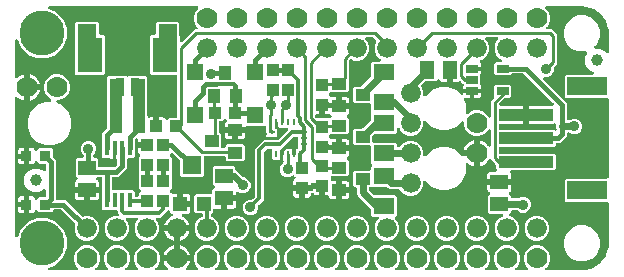
<source format=gbr>
G04 EAGLE Gerber RS-274X export*
G75*
%MOMM*%
%FSLAX34Y34*%
%LPD*%
%INTop Copper*%
%IPPOS*%
%AMOC8*
5,1,8,0,0,1.08239X$1,22.5*%
G01*
%ADD10C,3.810000*%
%ADD11C,1.778000*%
%ADD12R,0.900000X0.900000*%
%ADD13C,1.000000*%
%ADD14C,1.676400*%
%ADD15R,4.600000X1.000000*%
%ADD16R,3.400000X1.600000*%
%ADD17R,1.000000X4.600000*%
%ADD18R,1.600000X3.400000*%
%ADD19R,0.400000X1.300000*%
%ADD20R,1.000000X1.075000*%
%ADD21R,1.500000X1.240000*%
%ADD22R,1.600000X1.500000*%
%ADD23R,1.200000X1.200000*%
%ADD24R,0.800000X1.600000*%
%ADD25R,2.100000X3.000000*%
%ADD26R,0.990000X0.690000*%
%ADD27R,1.400000X1.400000*%
%ADD28R,1.000000X1.200000*%
%ADD29R,1.075000X1.000000*%
%ADD30R,1.200000X1.000000*%
%ADD31R,0.250000X0.500000*%
%ADD32R,0.500000X0.250000*%
%ADD33R,1.800000X1.400000*%
%ADD34R,1.240000X1.500000*%
%ADD35C,0.406400*%
%ADD36C,0.254000*%
%ADD37C,0.906400*%
%ADD38C,0.304800*%
%ADD39C,0.406400*%
%ADD40C,0.609600*%

G36*
X55285Y2558D02*
X55285Y2558D01*
X55424Y2571D01*
X55443Y2578D01*
X55464Y2581D01*
X55592Y2632D01*
X55724Y2679D01*
X55740Y2690D01*
X55759Y2698D01*
X55872Y2779D01*
X55987Y2857D01*
X56000Y2873D01*
X56017Y2884D01*
X56105Y2992D01*
X56197Y3096D01*
X56206Y3114D01*
X56219Y3129D01*
X56279Y3255D01*
X56342Y3379D01*
X56346Y3399D01*
X56355Y3417D01*
X56381Y3554D01*
X56411Y3689D01*
X56411Y3710D01*
X56415Y3729D01*
X56406Y3868D01*
X56402Y4007D01*
X56396Y4027D01*
X56395Y4047D01*
X56352Y4179D01*
X56313Y4313D01*
X56303Y4330D01*
X56297Y4349D01*
X56222Y4467D01*
X56152Y4587D01*
X56133Y4608D01*
X56127Y4618D01*
X56112Y4632D01*
X56045Y4707D01*
X54240Y6513D01*
X52577Y10527D01*
X52577Y14873D01*
X54240Y18887D01*
X57313Y21960D01*
X61327Y23623D01*
X65673Y23623D01*
X69687Y21960D01*
X72760Y18887D01*
X74423Y14873D01*
X74423Y10527D01*
X72760Y6513D01*
X70955Y4707D01*
X70869Y4598D01*
X70781Y4491D01*
X70772Y4472D01*
X70760Y4456D01*
X70704Y4328D01*
X70645Y4203D01*
X70641Y4183D01*
X70633Y4164D01*
X70611Y4026D01*
X70585Y3890D01*
X70587Y3870D01*
X70583Y3850D01*
X70596Y3711D01*
X70605Y3573D01*
X70611Y3554D01*
X70613Y3534D01*
X70660Y3402D01*
X70703Y3271D01*
X70714Y3253D01*
X70721Y3234D01*
X70799Y3119D01*
X70873Y3002D01*
X70888Y2988D01*
X70899Y2971D01*
X71004Y2879D01*
X71105Y2784D01*
X71123Y2774D01*
X71138Y2761D01*
X71262Y2697D01*
X71383Y2630D01*
X71403Y2625D01*
X71421Y2616D01*
X71557Y2586D01*
X71691Y2551D01*
X71719Y2549D01*
X71731Y2546D01*
X71752Y2547D01*
X71852Y2541D01*
X80548Y2541D01*
X80685Y2558D01*
X80824Y2571D01*
X80843Y2578D01*
X80864Y2581D01*
X80992Y2632D01*
X81124Y2679D01*
X81140Y2690D01*
X81159Y2698D01*
X81272Y2779D01*
X81387Y2857D01*
X81400Y2873D01*
X81417Y2884D01*
X81505Y2992D01*
X81597Y3096D01*
X81606Y3114D01*
X81619Y3129D01*
X81679Y3255D01*
X81742Y3379D01*
X81746Y3399D01*
X81755Y3417D01*
X81781Y3554D01*
X81811Y3689D01*
X81811Y3710D01*
X81815Y3729D01*
X81806Y3868D01*
X81802Y4007D01*
X81796Y4027D01*
X81795Y4047D01*
X81752Y4179D01*
X81713Y4313D01*
X81703Y4330D01*
X81697Y4349D01*
X81622Y4467D01*
X81552Y4587D01*
X81533Y4608D01*
X81527Y4618D01*
X81512Y4632D01*
X81445Y4707D01*
X79640Y6513D01*
X77977Y10527D01*
X77977Y14873D01*
X79640Y18887D01*
X82713Y21960D01*
X86727Y23623D01*
X91073Y23623D01*
X95087Y21960D01*
X98160Y18887D01*
X99823Y14873D01*
X99823Y10527D01*
X98160Y6513D01*
X96355Y4707D01*
X96269Y4598D01*
X96181Y4491D01*
X96172Y4472D01*
X96160Y4456D01*
X96104Y4328D01*
X96045Y4203D01*
X96041Y4183D01*
X96033Y4164D01*
X96011Y4026D01*
X95985Y3890D01*
X95987Y3870D01*
X95983Y3850D01*
X95996Y3711D01*
X96005Y3573D01*
X96011Y3554D01*
X96013Y3534D01*
X96060Y3402D01*
X96103Y3271D01*
X96114Y3253D01*
X96121Y3234D01*
X96199Y3119D01*
X96273Y3002D01*
X96288Y2988D01*
X96299Y2971D01*
X96404Y2879D01*
X96505Y2784D01*
X96523Y2774D01*
X96538Y2761D01*
X96662Y2697D01*
X96783Y2630D01*
X96803Y2625D01*
X96821Y2616D01*
X96957Y2586D01*
X97091Y2551D01*
X97119Y2549D01*
X97131Y2546D01*
X97152Y2547D01*
X97252Y2541D01*
X105948Y2541D01*
X106085Y2558D01*
X106224Y2571D01*
X106243Y2578D01*
X106264Y2581D01*
X106392Y2632D01*
X106524Y2679D01*
X106540Y2690D01*
X106559Y2698D01*
X106672Y2779D01*
X106787Y2857D01*
X106800Y2873D01*
X106817Y2884D01*
X106905Y2992D01*
X106997Y3096D01*
X107006Y3114D01*
X107019Y3129D01*
X107079Y3255D01*
X107142Y3379D01*
X107146Y3399D01*
X107155Y3417D01*
X107181Y3554D01*
X107211Y3689D01*
X107211Y3710D01*
X107215Y3729D01*
X107206Y3868D01*
X107202Y4007D01*
X107196Y4027D01*
X107195Y4047D01*
X107152Y4179D01*
X107113Y4313D01*
X107103Y4330D01*
X107097Y4349D01*
X107022Y4467D01*
X106952Y4587D01*
X106933Y4608D01*
X106927Y4618D01*
X106912Y4632D01*
X106845Y4707D01*
X105040Y6513D01*
X103377Y10527D01*
X103377Y14873D01*
X105040Y18887D01*
X108113Y21960D01*
X112127Y23623D01*
X116473Y23623D01*
X120487Y21960D01*
X123560Y18887D01*
X125223Y14873D01*
X125223Y10527D01*
X123560Y6513D01*
X121755Y4707D01*
X121669Y4598D01*
X121581Y4491D01*
X121572Y4472D01*
X121560Y4456D01*
X121504Y4328D01*
X121445Y4203D01*
X121441Y4183D01*
X121433Y4164D01*
X121411Y4026D01*
X121385Y3890D01*
X121387Y3870D01*
X121383Y3850D01*
X121396Y3711D01*
X121405Y3573D01*
X121411Y3554D01*
X121413Y3534D01*
X121460Y3402D01*
X121503Y3271D01*
X121514Y3253D01*
X121521Y3234D01*
X121599Y3119D01*
X121673Y3002D01*
X121688Y2988D01*
X121699Y2971D01*
X121804Y2879D01*
X121905Y2784D01*
X121923Y2774D01*
X121938Y2761D01*
X122062Y2697D01*
X122183Y2630D01*
X122203Y2625D01*
X122221Y2616D01*
X122357Y2586D01*
X122491Y2551D01*
X122519Y2549D01*
X122531Y2546D01*
X122552Y2547D01*
X122652Y2541D01*
X130630Y2541D01*
X130768Y2558D01*
X130906Y2571D01*
X130925Y2578D01*
X130945Y2581D01*
X131075Y2632D01*
X131205Y2679D01*
X131222Y2690D01*
X131241Y2698D01*
X131353Y2779D01*
X131468Y2857D01*
X131482Y2873D01*
X131498Y2884D01*
X131587Y2992D01*
X131679Y3096D01*
X131688Y3114D01*
X131701Y3129D01*
X131760Y3255D01*
X131823Y3379D01*
X131828Y3399D01*
X131836Y3417D01*
X131862Y3553D01*
X131893Y3689D01*
X131892Y3710D01*
X131896Y3729D01*
X131888Y3868D01*
X131883Y4007D01*
X131878Y4027D01*
X131876Y4047D01*
X131834Y4179D01*
X131795Y4313D01*
X131785Y4330D01*
X131778Y4349D01*
X131704Y4467D01*
X131633Y4587D01*
X131615Y4608D01*
X131608Y4618D01*
X131593Y4632D01*
X131527Y4708D01*
X130981Y5253D01*
X129923Y6709D01*
X129107Y8312D01*
X128551Y10023D01*
X128523Y10201D01*
X138470Y10201D01*
X138588Y10216D01*
X138707Y10223D01*
X138745Y10235D01*
X138785Y10241D01*
X138896Y10284D01*
X139009Y10321D01*
X139043Y10343D01*
X139081Y10358D01*
X139177Y10427D01*
X139278Y10491D01*
X139306Y10521D01*
X139338Y10544D01*
X139414Y10636D01*
X139496Y10723D01*
X139515Y10758D01*
X139541Y10789D01*
X139592Y10897D01*
X139649Y11001D01*
X139659Y11041D01*
X139677Y11077D01*
X139697Y11184D01*
X139701Y11154D01*
X139745Y11044D01*
X139781Y10931D01*
X139803Y10896D01*
X139818Y10859D01*
X139888Y10762D01*
X139951Y10662D01*
X139981Y10634D01*
X140005Y10601D01*
X140096Y10525D01*
X140183Y10444D01*
X140218Y10424D01*
X140250Y10399D01*
X140357Y10348D01*
X140462Y10290D01*
X140501Y10280D01*
X140537Y10263D01*
X140654Y10241D01*
X140770Y10211D01*
X140830Y10207D01*
X140850Y10203D01*
X140870Y10205D01*
X140930Y10201D01*
X150877Y10201D01*
X150849Y10023D01*
X150293Y8312D01*
X149477Y6709D01*
X148419Y5253D01*
X147873Y4708D01*
X147788Y4598D01*
X147699Y4491D01*
X147690Y4472D01*
X147678Y4456D01*
X147623Y4328D01*
X147564Y4203D01*
X147560Y4183D01*
X147552Y4164D01*
X147530Y4026D01*
X147504Y3890D01*
X147505Y3870D01*
X147502Y3850D01*
X147515Y3711D01*
X147524Y3573D01*
X147530Y3554D01*
X147532Y3534D01*
X147579Y3403D01*
X147622Y3271D01*
X147632Y3253D01*
X147639Y3234D01*
X147717Y3120D01*
X147792Y3002D01*
X147806Y2988D01*
X147818Y2971D01*
X147922Y2879D01*
X148023Y2784D01*
X148041Y2774D01*
X148056Y2761D01*
X148180Y2698D01*
X148302Y2630D01*
X148321Y2625D01*
X148339Y2616D01*
X148475Y2586D01*
X148610Y2551D01*
X148638Y2549D01*
X148650Y2546D01*
X148670Y2547D01*
X148770Y2541D01*
X156748Y2541D01*
X156885Y2558D01*
X157024Y2571D01*
X157043Y2578D01*
X157064Y2581D01*
X157192Y2632D01*
X157324Y2679D01*
X157340Y2690D01*
X157359Y2698D01*
X157472Y2779D01*
X157587Y2857D01*
X157600Y2873D01*
X157617Y2884D01*
X157705Y2992D01*
X157797Y3096D01*
X157806Y3114D01*
X157819Y3129D01*
X157879Y3255D01*
X157942Y3379D01*
X157946Y3399D01*
X157955Y3417D01*
X157981Y3554D01*
X158011Y3689D01*
X158011Y3710D01*
X158015Y3729D01*
X158006Y3868D01*
X158002Y4007D01*
X157996Y4027D01*
X157995Y4047D01*
X157952Y4179D01*
X157913Y4313D01*
X157903Y4330D01*
X157897Y4349D01*
X157822Y4467D01*
X157752Y4587D01*
X157733Y4608D01*
X157727Y4618D01*
X157712Y4632D01*
X157645Y4707D01*
X155840Y6513D01*
X154177Y10527D01*
X154177Y14873D01*
X155840Y18887D01*
X158913Y21960D01*
X162927Y23623D01*
X167273Y23623D01*
X171287Y21960D01*
X174360Y18887D01*
X176023Y14873D01*
X176023Y10527D01*
X174360Y6513D01*
X172555Y4707D01*
X172469Y4598D01*
X172381Y4491D01*
X172372Y4472D01*
X172360Y4456D01*
X172304Y4328D01*
X172245Y4203D01*
X172241Y4183D01*
X172233Y4164D01*
X172211Y4026D01*
X172185Y3890D01*
X172187Y3870D01*
X172183Y3850D01*
X172196Y3711D01*
X172205Y3573D01*
X172211Y3554D01*
X172213Y3534D01*
X172260Y3402D01*
X172303Y3271D01*
X172314Y3253D01*
X172321Y3234D01*
X172399Y3119D01*
X172473Y3002D01*
X172488Y2988D01*
X172499Y2971D01*
X172604Y2879D01*
X172705Y2784D01*
X172723Y2774D01*
X172738Y2761D01*
X172862Y2697D01*
X172983Y2630D01*
X173003Y2625D01*
X173021Y2616D01*
X173157Y2586D01*
X173291Y2551D01*
X173319Y2549D01*
X173331Y2546D01*
X173352Y2547D01*
X173452Y2541D01*
X182148Y2541D01*
X182285Y2558D01*
X182424Y2571D01*
X182443Y2578D01*
X182464Y2581D01*
X182592Y2632D01*
X182724Y2679D01*
X182740Y2690D01*
X182759Y2698D01*
X182872Y2779D01*
X182987Y2857D01*
X183000Y2873D01*
X183017Y2884D01*
X183105Y2992D01*
X183197Y3096D01*
X183206Y3114D01*
X183219Y3129D01*
X183279Y3255D01*
X183342Y3379D01*
X183346Y3399D01*
X183355Y3417D01*
X183381Y3554D01*
X183411Y3689D01*
X183411Y3710D01*
X183415Y3729D01*
X183406Y3868D01*
X183402Y4007D01*
X183396Y4027D01*
X183395Y4047D01*
X183352Y4179D01*
X183313Y4313D01*
X183303Y4330D01*
X183297Y4349D01*
X183222Y4467D01*
X183152Y4587D01*
X183133Y4608D01*
X183127Y4618D01*
X183112Y4632D01*
X183045Y4707D01*
X181240Y6513D01*
X179577Y10527D01*
X179577Y14873D01*
X181240Y18887D01*
X184313Y21960D01*
X188327Y23623D01*
X192673Y23623D01*
X196687Y21960D01*
X199760Y18887D01*
X201423Y14873D01*
X201423Y10527D01*
X199760Y6513D01*
X197955Y4707D01*
X197869Y4598D01*
X197781Y4491D01*
X197772Y4472D01*
X197760Y4456D01*
X197704Y4328D01*
X197645Y4203D01*
X197641Y4183D01*
X197633Y4164D01*
X197611Y4026D01*
X197585Y3890D01*
X197587Y3870D01*
X197583Y3850D01*
X197596Y3711D01*
X197605Y3573D01*
X197611Y3554D01*
X197613Y3534D01*
X197660Y3402D01*
X197703Y3271D01*
X197714Y3253D01*
X197721Y3234D01*
X197799Y3119D01*
X197873Y3002D01*
X197888Y2988D01*
X197899Y2971D01*
X198004Y2879D01*
X198105Y2784D01*
X198123Y2774D01*
X198138Y2761D01*
X198262Y2697D01*
X198383Y2630D01*
X198403Y2625D01*
X198421Y2616D01*
X198557Y2586D01*
X198691Y2551D01*
X198719Y2549D01*
X198731Y2546D01*
X198752Y2547D01*
X198852Y2541D01*
X207548Y2541D01*
X207685Y2558D01*
X207824Y2571D01*
X207843Y2578D01*
X207864Y2581D01*
X207992Y2632D01*
X208124Y2679D01*
X208140Y2690D01*
X208159Y2698D01*
X208272Y2779D01*
X208387Y2857D01*
X208400Y2873D01*
X208417Y2884D01*
X208505Y2992D01*
X208597Y3096D01*
X208606Y3114D01*
X208619Y3129D01*
X208679Y3255D01*
X208742Y3379D01*
X208746Y3399D01*
X208755Y3417D01*
X208781Y3554D01*
X208811Y3689D01*
X208811Y3710D01*
X208815Y3729D01*
X208806Y3868D01*
X208802Y4007D01*
X208796Y4027D01*
X208795Y4047D01*
X208752Y4179D01*
X208713Y4313D01*
X208703Y4330D01*
X208697Y4349D01*
X208622Y4467D01*
X208552Y4587D01*
X208533Y4608D01*
X208527Y4618D01*
X208512Y4632D01*
X208445Y4707D01*
X206640Y6513D01*
X204977Y10527D01*
X204977Y14873D01*
X206640Y18887D01*
X209713Y21960D01*
X213727Y23623D01*
X218073Y23623D01*
X222087Y21960D01*
X225160Y18887D01*
X226823Y14873D01*
X226823Y10527D01*
X225160Y6513D01*
X223355Y4707D01*
X223269Y4598D01*
X223181Y4491D01*
X223172Y4472D01*
X223160Y4456D01*
X223104Y4328D01*
X223045Y4203D01*
X223041Y4183D01*
X223033Y4164D01*
X223011Y4026D01*
X222985Y3890D01*
X222987Y3870D01*
X222983Y3850D01*
X222996Y3711D01*
X223005Y3573D01*
X223011Y3554D01*
X223013Y3534D01*
X223060Y3402D01*
X223103Y3271D01*
X223114Y3253D01*
X223121Y3234D01*
X223199Y3119D01*
X223273Y3002D01*
X223288Y2988D01*
X223299Y2971D01*
X223404Y2879D01*
X223505Y2784D01*
X223523Y2774D01*
X223538Y2761D01*
X223662Y2697D01*
X223783Y2630D01*
X223803Y2625D01*
X223821Y2616D01*
X223957Y2586D01*
X224091Y2551D01*
X224119Y2549D01*
X224131Y2546D01*
X224152Y2547D01*
X224252Y2541D01*
X232948Y2541D01*
X233085Y2558D01*
X233224Y2571D01*
X233243Y2578D01*
X233264Y2581D01*
X233392Y2632D01*
X233524Y2679D01*
X233540Y2690D01*
X233559Y2698D01*
X233672Y2779D01*
X233787Y2857D01*
X233800Y2873D01*
X233817Y2884D01*
X233905Y2992D01*
X233997Y3096D01*
X234006Y3114D01*
X234019Y3129D01*
X234079Y3255D01*
X234142Y3379D01*
X234146Y3399D01*
X234155Y3417D01*
X234181Y3554D01*
X234211Y3689D01*
X234211Y3710D01*
X234215Y3729D01*
X234206Y3868D01*
X234202Y4007D01*
X234196Y4027D01*
X234195Y4047D01*
X234152Y4179D01*
X234113Y4313D01*
X234103Y4330D01*
X234097Y4349D01*
X234022Y4467D01*
X233952Y4587D01*
X233933Y4608D01*
X233927Y4618D01*
X233912Y4632D01*
X233845Y4707D01*
X232040Y6513D01*
X230377Y10527D01*
X230377Y14873D01*
X232040Y18887D01*
X235113Y21960D01*
X239127Y23623D01*
X243473Y23623D01*
X247487Y21960D01*
X250560Y18887D01*
X252223Y14873D01*
X252223Y10527D01*
X250560Y6513D01*
X248755Y4707D01*
X248669Y4598D01*
X248581Y4491D01*
X248572Y4472D01*
X248560Y4456D01*
X248504Y4328D01*
X248445Y4203D01*
X248441Y4183D01*
X248433Y4164D01*
X248411Y4026D01*
X248385Y3890D01*
X248387Y3870D01*
X248383Y3850D01*
X248396Y3711D01*
X248405Y3573D01*
X248411Y3554D01*
X248413Y3534D01*
X248460Y3402D01*
X248503Y3271D01*
X248514Y3253D01*
X248521Y3234D01*
X248599Y3119D01*
X248673Y3002D01*
X248688Y2988D01*
X248699Y2971D01*
X248804Y2879D01*
X248905Y2784D01*
X248923Y2774D01*
X248938Y2761D01*
X249062Y2697D01*
X249183Y2630D01*
X249203Y2625D01*
X249221Y2616D01*
X249357Y2586D01*
X249491Y2551D01*
X249519Y2549D01*
X249531Y2546D01*
X249552Y2547D01*
X249652Y2541D01*
X258348Y2541D01*
X258485Y2558D01*
X258624Y2571D01*
X258643Y2578D01*
X258664Y2581D01*
X258792Y2632D01*
X258924Y2679D01*
X258940Y2690D01*
X258959Y2698D01*
X259072Y2779D01*
X259187Y2857D01*
X259200Y2873D01*
X259217Y2884D01*
X259305Y2992D01*
X259397Y3096D01*
X259406Y3114D01*
X259419Y3129D01*
X259479Y3255D01*
X259542Y3379D01*
X259546Y3399D01*
X259555Y3417D01*
X259581Y3554D01*
X259611Y3689D01*
X259611Y3710D01*
X259615Y3729D01*
X259606Y3868D01*
X259602Y4007D01*
X259596Y4027D01*
X259595Y4047D01*
X259552Y4179D01*
X259513Y4313D01*
X259503Y4330D01*
X259497Y4349D01*
X259422Y4467D01*
X259352Y4587D01*
X259333Y4608D01*
X259327Y4618D01*
X259312Y4632D01*
X259245Y4707D01*
X257440Y6513D01*
X255777Y10527D01*
X255777Y14873D01*
X257440Y18887D01*
X260513Y21960D01*
X264527Y23623D01*
X268873Y23623D01*
X272887Y21960D01*
X275960Y18887D01*
X277623Y14873D01*
X277623Y10527D01*
X275960Y6513D01*
X274155Y4707D01*
X274069Y4598D01*
X273981Y4491D01*
X273972Y4472D01*
X273960Y4456D01*
X273904Y4328D01*
X273845Y4203D01*
X273841Y4183D01*
X273833Y4164D01*
X273811Y4026D01*
X273785Y3890D01*
X273787Y3870D01*
X273783Y3850D01*
X273796Y3711D01*
X273805Y3573D01*
X273811Y3554D01*
X273813Y3534D01*
X273860Y3402D01*
X273903Y3271D01*
X273914Y3253D01*
X273921Y3234D01*
X273999Y3119D01*
X274073Y3002D01*
X274088Y2988D01*
X274099Y2971D01*
X274204Y2879D01*
X274305Y2784D01*
X274323Y2774D01*
X274338Y2761D01*
X274462Y2697D01*
X274583Y2630D01*
X274603Y2625D01*
X274621Y2616D01*
X274757Y2586D01*
X274891Y2551D01*
X274919Y2549D01*
X274931Y2546D01*
X274952Y2547D01*
X275052Y2541D01*
X283748Y2541D01*
X283885Y2558D01*
X284024Y2571D01*
X284043Y2578D01*
X284064Y2581D01*
X284192Y2632D01*
X284324Y2679D01*
X284340Y2690D01*
X284359Y2698D01*
X284472Y2779D01*
X284587Y2857D01*
X284600Y2873D01*
X284617Y2884D01*
X284705Y2992D01*
X284797Y3096D01*
X284806Y3114D01*
X284819Y3129D01*
X284879Y3255D01*
X284942Y3379D01*
X284946Y3399D01*
X284955Y3417D01*
X284981Y3554D01*
X285011Y3689D01*
X285011Y3710D01*
X285015Y3729D01*
X285006Y3868D01*
X285002Y4007D01*
X284996Y4027D01*
X284995Y4047D01*
X284952Y4179D01*
X284913Y4313D01*
X284903Y4330D01*
X284897Y4349D01*
X284822Y4467D01*
X284752Y4587D01*
X284733Y4608D01*
X284727Y4618D01*
X284712Y4632D01*
X284645Y4707D01*
X282840Y6513D01*
X281177Y10527D01*
X281177Y14873D01*
X282840Y18887D01*
X285913Y21960D01*
X289927Y23623D01*
X294273Y23623D01*
X298287Y21960D01*
X301360Y18887D01*
X303023Y14873D01*
X303023Y10527D01*
X301360Y6513D01*
X299555Y4707D01*
X299469Y4598D01*
X299381Y4491D01*
X299372Y4472D01*
X299360Y4456D01*
X299304Y4328D01*
X299245Y4203D01*
X299241Y4183D01*
X299233Y4164D01*
X299211Y4026D01*
X299185Y3890D01*
X299187Y3870D01*
X299183Y3850D01*
X299196Y3711D01*
X299205Y3573D01*
X299211Y3554D01*
X299213Y3534D01*
X299260Y3402D01*
X299303Y3271D01*
X299314Y3253D01*
X299321Y3234D01*
X299399Y3119D01*
X299473Y3002D01*
X299488Y2988D01*
X299499Y2971D01*
X299604Y2879D01*
X299705Y2784D01*
X299723Y2774D01*
X299738Y2761D01*
X299862Y2697D01*
X299983Y2630D01*
X300003Y2625D01*
X300021Y2616D01*
X300157Y2586D01*
X300291Y2551D01*
X300319Y2549D01*
X300331Y2546D01*
X300352Y2547D01*
X300452Y2541D01*
X309148Y2541D01*
X309285Y2558D01*
X309424Y2571D01*
X309443Y2578D01*
X309464Y2581D01*
X309592Y2632D01*
X309724Y2679D01*
X309740Y2690D01*
X309759Y2698D01*
X309872Y2779D01*
X309987Y2857D01*
X310000Y2873D01*
X310017Y2884D01*
X310105Y2992D01*
X310197Y3096D01*
X310206Y3114D01*
X310219Y3129D01*
X310279Y3255D01*
X310342Y3379D01*
X310346Y3399D01*
X310355Y3417D01*
X310381Y3554D01*
X310411Y3689D01*
X310411Y3710D01*
X310415Y3729D01*
X310406Y3868D01*
X310402Y4007D01*
X310396Y4027D01*
X310395Y4047D01*
X310352Y4179D01*
X310313Y4313D01*
X310303Y4330D01*
X310297Y4349D01*
X310222Y4467D01*
X310152Y4587D01*
X310133Y4608D01*
X310127Y4618D01*
X310112Y4632D01*
X310045Y4707D01*
X308240Y6513D01*
X306577Y10527D01*
X306577Y14873D01*
X308240Y18887D01*
X311313Y21960D01*
X315327Y23623D01*
X319673Y23623D01*
X323687Y21960D01*
X326760Y18887D01*
X328423Y14873D01*
X328423Y10527D01*
X326760Y6513D01*
X324955Y4707D01*
X324869Y4598D01*
X324781Y4491D01*
X324772Y4472D01*
X324760Y4456D01*
X324704Y4328D01*
X324645Y4203D01*
X324641Y4183D01*
X324633Y4164D01*
X324611Y4026D01*
X324585Y3890D01*
X324587Y3870D01*
X324583Y3850D01*
X324596Y3711D01*
X324605Y3573D01*
X324611Y3554D01*
X324613Y3534D01*
X324660Y3402D01*
X324703Y3271D01*
X324714Y3253D01*
X324721Y3234D01*
X324799Y3119D01*
X324873Y3002D01*
X324888Y2988D01*
X324899Y2971D01*
X325004Y2879D01*
X325105Y2784D01*
X325123Y2774D01*
X325138Y2761D01*
X325262Y2697D01*
X325383Y2630D01*
X325403Y2625D01*
X325421Y2616D01*
X325557Y2586D01*
X325691Y2551D01*
X325719Y2549D01*
X325731Y2546D01*
X325752Y2547D01*
X325852Y2541D01*
X334548Y2541D01*
X334685Y2558D01*
X334824Y2571D01*
X334843Y2578D01*
X334864Y2581D01*
X334992Y2632D01*
X335124Y2679D01*
X335140Y2690D01*
X335159Y2698D01*
X335272Y2779D01*
X335387Y2857D01*
X335400Y2873D01*
X335417Y2884D01*
X335505Y2992D01*
X335597Y3096D01*
X335606Y3114D01*
X335619Y3129D01*
X335679Y3255D01*
X335742Y3379D01*
X335746Y3399D01*
X335755Y3417D01*
X335781Y3554D01*
X335811Y3689D01*
X335811Y3710D01*
X335815Y3729D01*
X335806Y3868D01*
X335802Y4007D01*
X335796Y4027D01*
X335795Y4047D01*
X335752Y4179D01*
X335713Y4313D01*
X335703Y4330D01*
X335697Y4349D01*
X335622Y4467D01*
X335552Y4587D01*
X335533Y4608D01*
X335527Y4618D01*
X335512Y4632D01*
X335445Y4707D01*
X333640Y6513D01*
X331977Y10527D01*
X331977Y14873D01*
X333640Y18887D01*
X336713Y21960D01*
X340727Y23623D01*
X345073Y23623D01*
X349087Y21960D01*
X352160Y18887D01*
X353823Y14873D01*
X353823Y10527D01*
X352160Y6513D01*
X350355Y4707D01*
X350269Y4598D01*
X350181Y4491D01*
X350172Y4472D01*
X350160Y4456D01*
X350104Y4328D01*
X350045Y4203D01*
X350041Y4183D01*
X350033Y4164D01*
X350011Y4026D01*
X349985Y3890D01*
X349987Y3870D01*
X349983Y3850D01*
X349996Y3711D01*
X350005Y3573D01*
X350011Y3554D01*
X350013Y3534D01*
X350060Y3402D01*
X350103Y3271D01*
X350114Y3253D01*
X350121Y3234D01*
X350199Y3119D01*
X350273Y3002D01*
X350288Y2988D01*
X350299Y2971D01*
X350404Y2879D01*
X350505Y2784D01*
X350523Y2774D01*
X350538Y2761D01*
X350662Y2697D01*
X350783Y2630D01*
X350803Y2625D01*
X350821Y2616D01*
X350957Y2586D01*
X351091Y2551D01*
X351119Y2549D01*
X351131Y2546D01*
X351152Y2547D01*
X351252Y2541D01*
X359948Y2541D01*
X360085Y2558D01*
X360224Y2571D01*
X360243Y2578D01*
X360264Y2581D01*
X360392Y2632D01*
X360524Y2679D01*
X360540Y2690D01*
X360559Y2698D01*
X360672Y2779D01*
X360787Y2857D01*
X360800Y2873D01*
X360817Y2884D01*
X360905Y2992D01*
X360997Y3096D01*
X361006Y3114D01*
X361019Y3129D01*
X361079Y3255D01*
X361142Y3379D01*
X361146Y3399D01*
X361155Y3417D01*
X361181Y3554D01*
X361211Y3689D01*
X361211Y3710D01*
X361215Y3729D01*
X361206Y3868D01*
X361202Y4007D01*
X361196Y4027D01*
X361195Y4047D01*
X361152Y4179D01*
X361113Y4313D01*
X361103Y4330D01*
X361097Y4349D01*
X361022Y4467D01*
X360952Y4587D01*
X360933Y4608D01*
X360927Y4618D01*
X360912Y4632D01*
X360845Y4707D01*
X359040Y6513D01*
X357377Y10527D01*
X357377Y14873D01*
X359040Y18887D01*
X362113Y21960D01*
X366127Y23623D01*
X370473Y23623D01*
X374487Y21960D01*
X377560Y18887D01*
X379223Y14873D01*
X379223Y10527D01*
X377560Y6513D01*
X375755Y4707D01*
X375669Y4598D01*
X375581Y4491D01*
X375572Y4472D01*
X375560Y4456D01*
X375504Y4328D01*
X375445Y4203D01*
X375441Y4183D01*
X375433Y4164D01*
X375411Y4026D01*
X375385Y3890D01*
X375387Y3870D01*
X375383Y3850D01*
X375396Y3711D01*
X375405Y3573D01*
X375411Y3554D01*
X375413Y3534D01*
X375460Y3402D01*
X375503Y3271D01*
X375514Y3253D01*
X375521Y3234D01*
X375599Y3119D01*
X375673Y3002D01*
X375688Y2988D01*
X375699Y2971D01*
X375804Y2879D01*
X375905Y2784D01*
X375923Y2774D01*
X375938Y2761D01*
X376062Y2697D01*
X376183Y2630D01*
X376203Y2625D01*
X376221Y2616D01*
X376357Y2586D01*
X376491Y2551D01*
X376519Y2549D01*
X376531Y2546D01*
X376552Y2547D01*
X376652Y2541D01*
X385348Y2541D01*
X385485Y2558D01*
X385624Y2571D01*
X385643Y2578D01*
X385664Y2581D01*
X385792Y2632D01*
X385924Y2679D01*
X385940Y2690D01*
X385959Y2698D01*
X386072Y2779D01*
X386187Y2857D01*
X386200Y2873D01*
X386217Y2884D01*
X386305Y2992D01*
X386397Y3096D01*
X386406Y3114D01*
X386419Y3129D01*
X386479Y3255D01*
X386542Y3379D01*
X386546Y3399D01*
X386555Y3417D01*
X386581Y3554D01*
X386611Y3689D01*
X386611Y3710D01*
X386615Y3729D01*
X386606Y3868D01*
X386602Y4007D01*
X386596Y4027D01*
X386595Y4047D01*
X386552Y4179D01*
X386513Y4313D01*
X386503Y4330D01*
X386497Y4349D01*
X386422Y4467D01*
X386352Y4587D01*
X386333Y4608D01*
X386327Y4618D01*
X386312Y4632D01*
X386245Y4707D01*
X384440Y6513D01*
X382777Y10527D01*
X382777Y14873D01*
X384440Y18887D01*
X387513Y21960D01*
X391527Y23623D01*
X395873Y23623D01*
X399887Y21960D01*
X402960Y18887D01*
X404623Y14873D01*
X404623Y10527D01*
X402960Y6513D01*
X401155Y4707D01*
X401069Y4598D01*
X400981Y4491D01*
X400972Y4472D01*
X400960Y4456D01*
X400904Y4328D01*
X400845Y4203D01*
X400841Y4183D01*
X400833Y4164D01*
X400811Y4026D01*
X400785Y3890D01*
X400787Y3870D01*
X400783Y3850D01*
X400796Y3711D01*
X400805Y3573D01*
X400811Y3554D01*
X400813Y3534D01*
X400860Y3402D01*
X400903Y3271D01*
X400914Y3253D01*
X400921Y3234D01*
X400999Y3119D01*
X401073Y3002D01*
X401088Y2988D01*
X401099Y2971D01*
X401204Y2879D01*
X401305Y2784D01*
X401323Y2774D01*
X401338Y2761D01*
X401462Y2697D01*
X401583Y2630D01*
X401603Y2625D01*
X401621Y2616D01*
X401757Y2586D01*
X401891Y2551D01*
X401919Y2549D01*
X401931Y2546D01*
X401952Y2547D01*
X402052Y2541D01*
X410748Y2541D01*
X410885Y2558D01*
X411024Y2571D01*
X411043Y2578D01*
X411064Y2581D01*
X411192Y2632D01*
X411324Y2679D01*
X411340Y2690D01*
X411359Y2698D01*
X411472Y2779D01*
X411587Y2857D01*
X411600Y2873D01*
X411617Y2884D01*
X411705Y2992D01*
X411797Y3096D01*
X411806Y3114D01*
X411819Y3129D01*
X411879Y3255D01*
X411942Y3379D01*
X411946Y3399D01*
X411955Y3417D01*
X411981Y3554D01*
X412011Y3689D01*
X412011Y3710D01*
X412015Y3729D01*
X412006Y3868D01*
X412002Y4007D01*
X411996Y4027D01*
X411995Y4047D01*
X411952Y4179D01*
X411913Y4313D01*
X411903Y4330D01*
X411897Y4349D01*
X411822Y4467D01*
X411752Y4587D01*
X411733Y4608D01*
X411727Y4618D01*
X411712Y4632D01*
X411645Y4707D01*
X409840Y6513D01*
X408177Y10527D01*
X408177Y14873D01*
X409840Y18887D01*
X412913Y21960D01*
X416927Y23623D01*
X421273Y23623D01*
X425287Y21960D01*
X428360Y18887D01*
X430023Y14873D01*
X430023Y10527D01*
X428360Y6513D01*
X426555Y4707D01*
X426469Y4598D01*
X426381Y4491D01*
X426372Y4472D01*
X426360Y4456D01*
X426304Y4328D01*
X426245Y4203D01*
X426241Y4183D01*
X426233Y4164D01*
X426211Y4026D01*
X426185Y3890D01*
X426187Y3870D01*
X426183Y3850D01*
X426196Y3711D01*
X426205Y3573D01*
X426211Y3554D01*
X426213Y3534D01*
X426260Y3402D01*
X426303Y3271D01*
X426314Y3253D01*
X426321Y3234D01*
X426399Y3119D01*
X426473Y3002D01*
X426488Y2988D01*
X426499Y2971D01*
X426604Y2879D01*
X426705Y2784D01*
X426723Y2774D01*
X426738Y2761D01*
X426862Y2697D01*
X426983Y2630D01*
X427003Y2625D01*
X427021Y2616D01*
X427157Y2586D01*
X427291Y2551D01*
X427319Y2549D01*
X427331Y2546D01*
X427352Y2547D01*
X427452Y2541D01*
X436148Y2541D01*
X436285Y2558D01*
X436424Y2571D01*
X436443Y2578D01*
X436464Y2581D01*
X436592Y2632D01*
X436724Y2679D01*
X436740Y2690D01*
X436759Y2698D01*
X436872Y2779D01*
X436987Y2857D01*
X437000Y2873D01*
X437017Y2884D01*
X437105Y2992D01*
X437197Y3096D01*
X437206Y3114D01*
X437219Y3129D01*
X437279Y3255D01*
X437342Y3379D01*
X437346Y3399D01*
X437355Y3417D01*
X437381Y3554D01*
X437411Y3689D01*
X437411Y3710D01*
X437415Y3729D01*
X437406Y3868D01*
X437402Y4007D01*
X437396Y4027D01*
X437395Y4047D01*
X437352Y4179D01*
X437313Y4313D01*
X437303Y4330D01*
X437297Y4349D01*
X437222Y4467D01*
X437152Y4587D01*
X437133Y4608D01*
X437127Y4618D01*
X437112Y4632D01*
X437045Y4707D01*
X435240Y6513D01*
X433577Y10527D01*
X433577Y14873D01*
X435240Y18887D01*
X438313Y21960D01*
X442327Y23623D01*
X446673Y23623D01*
X450687Y21960D01*
X453760Y18887D01*
X455423Y14873D01*
X455423Y10527D01*
X453760Y6513D01*
X451955Y4707D01*
X451869Y4598D01*
X451781Y4491D01*
X451772Y4472D01*
X451760Y4456D01*
X451704Y4328D01*
X451645Y4203D01*
X451641Y4183D01*
X451633Y4164D01*
X451611Y4026D01*
X451585Y3890D01*
X451587Y3870D01*
X451583Y3850D01*
X451596Y3711D01*
X451605Y3573D01*
X451611Y3554D01*
X451613Y3534D01*
X451660Y3402D01*
X451703Y3271D01*
X451714Y3253D01*
X451721Y3234D01*
X451799Y3119D01*
X451873Y3002D01*
X451888Y2988D01*
X451899Y2971D01*
X452004Y2879D01*
X452105Y2784D01*
X452123Y2774D01*
X452138Y2761D01*
X452262Y2697D01*
X452383Y2630D01*
X452403Y2625D01*
X452421Y2616D01*
X452557Y2586D01*
X452691Y2551D01*
X452719Y2549D01*
X452731Y2546D01*
X452752Y2547D01*
X452852Y2541D01*
X482600Y2541D01*
X482622Y2543D01*
X482700Y2545D01*
X486077Y2810D01*
X486145Y2824D01*
X486214Y2829D01*
X486370Y2869D01*
X492794Y4956D01*
X492901Y5006D01*
X493012Y5050D01*
X493063Y5083D01*
X493082Y5091D01*
X493097Y5104D01*
X493148Y5136D01*
X498612Y9107D01*
X498699Y9188D01*
X498746Y9227D01*
X498752Y9231D01*
X498753Y9232D01*
X498791Y9264D01*
X498829Y9310D01*
X498844Y9324D01*
X498855Y9342D01*
X498893Y9388D01*
X502864Y14852D01*
X502921Y14956D01*
X502985Y15056D01*
X503007Y15113D01*
X503017Y15131D01*
X503022Y15151D01*
X503044Y15206D01*
X505131Y21630D01*
X505144Y21698D01*
X505167Y21764D01*
X505190Y21923D01*
X505455Y25300D01*
X505455Y25304D01*
X505456Y25307D01*
X505455Y25326D01*
X505459Y25400D01*
X505459Y58998D01*
X505444Y59116D01*
X505437Y59235D01*
X505424Y59273D01*
X505419Y59314D01*
X505376Y59424D01*
X505339Y59537D01*
X505317Y59572D01*
X505302Y59609D01*
X505233Y59705D01*
X505169Y59806D01*
X505139Y59834D01*
X505116Y59867D01*
X505024Y59943D01*
X504937Y60024D01*
X504902Y60044D01*
X504871Y60069D01*
X504763Y60120D01*
X504659Y60178D01*
X504619Y60188D01*
X504583Y60205D01*
X504466Y60227D01*
X504351Y60257D01*
X504291Y60261D01*
X504271Y60265D01*
X504250Y60263D01*
X504190Y60267D01*
X469438Y60267D01*
X468247Y61458D01*
X468247Y79142D01*
X469438Y80333D01*
X504190Y80333D01*
X504308Y80348D01*
X504427Y80355D01*
X504465Y80368D01*
X504506Y80373D01*
X504616Y80416D01*
X504729Y80453D01*
X504764Y80475D01*
X504801Y80490D01*
X504897Y80559D01*
X504998Y80623D01*
X505026Y80653D01*
X505059Y80676D01*
X505135Y80768D01*
X505216Y80855D01*
X505236Y80890D01*
X505261Y80921D01*
X505312Y81029D01*
X505370Y81133D01*
X505380Y81173D01*
X505397Y81209D01*
X505419Y81326D01*
X505449Y81441D01*
X505453Y81501D01*
X505457Y81521D01*
X505455Y81542D01*
X505459Y81602D01*
X505459Y146998D01*
X505444Y147116D01*
X505437Y147235D01*
X505424Y147273D01*
X505419Y147314D01*
X505376Y147424D01*
X505339Y147537D01*
X505317Y147572D01*
X505302Y147609D01*
X505233Y147705D01*
X505169Y147806D01*
X505139Y147834D01*
X505116Y147867D01*
X505024Y147943D01*
X504937Y148024D01*
X504902Y148044D01*
X504871Y148069D01*
X504763Y148120D01*
X504659Y148178D01*
X504619Y148188D01*
X504583Y148205D01*
X504466Y148227D01*
X504351Y148257D01*
X504291Y148261D01*
X504271Y148265D01*
X504250Y148263D01*
X504190Y148267D01*
X469438Y148267D01*
X468247Y149458D01*
X468247Y167142D01*
X469438Y168333D01*
X491359Y168333D01*
X491503Y168351D01*
X491648Y168366D01*
X491661Y168371D01*
X491674Y168373D01*
X491810Y168426D01*
X491946Y168477D01*
X491958Y168485D01*
X491970Y168490D01*
X492088Y168575D01*
X492208Y168658D01*
X492216Y168668D01*
X492227Y168676D01*
X492320Y168789D01*
X492416Y168899D01*
X492422Y168911D01*
X492430Y168921D01*
X492492Y169053D01*
X492557Y169184D01*
X492560Y169197D01*
X492566Y169209D01*
X492593Y169351D01*
X492624Y169495D01*
X492623Y169508D01*
X492626Y169521D01*
X492617Y169666D01*
X492611Y169812D01*
X492607Y169825D01*
X492606Y169839D01*
X492561Y169977D01*
X492519Y170117D01*
X492512Y170129D01*
X492508Y170141D01*
X492430Y170264D01*
X492354Y170389D01*
X492345Y170399D01*
X492338Y170410D01*
X492232Y170510D01*
X492128Y170612D01*
X492112Y170622D01*
X492106Y170628D01*
X492091Y170636D01*
X491993Y170701D01*
X487979Y173019D01*
X485299Y177660D01*
X485299Y183020D01*
X487074Y186093D01*
X487098Y186151D01*
X487131Y186205D01*
X487159Y186297D01*
X487197Y186386D01*
X487206Y186449D01*
X487225Y186509D01*
X487229Y186605D01*
X487243Y186701D01*
X487237Y186763D01*
X487240Y186827D01*
X487220Y186921D01*
X487210Y187017D01*
X487188Y187076D01*
X487175Y187138D01*
X487133Y187225D01*
X487099Y187315D01*
X487063Y187367D01*
X487036Y187424D01*
X486973Y187497D01*
X486918Y187576D01*
X486870Y187618D01*
X486829Y187666D01*
X486750Y187721D01*
X486677Y187784D01*
X486621Y187812D01*
X486569Y187849D01*
X486479Y187883D01*
X486393Y187926D01*
X486331Y187939D01*
X486272Y187961D01*
X486176Y187972D01*
X486082Y187992D01*
X486018Y187990D01*
X485956Y187997D01*
X485860Y187983D01*
X485764Y187979D01*
X485703Y187961D01*
X485692Y187959D01*
X479568Y187959D01*
X473967Y190280D01*
X469680Y194567D01*
X467359Y200168D01*
X467359Y206232D01*
X469680Y211833D01*
X473967Y216120D01*
X479568Y218441D01*
X485632Y218441D01*
X491233Y216120D01*
X495520Y211833D01*
X497841Y206232D01*
X497841Y200168D01*
X495520Y194567D01*
X493461Y192507D01*
X493376Y192398D01*
X493287Y192291D01*
X493279Y192272D01*
X493266Y192256D01*
X493211Y192128D01*
X493152Y192003D01*
X493148Y191983D01*
X493140Y191964D01*
X493118Y191826D01*
X493092Y191690D01*
X493093Y191670D01*
X493090Y191650D01*
X493103Y191511D01*
X493112Y191373D01*
X493118Y191354D01*
X493120Y191334D01*
X493167Y191202D01*
X493210Y191071D01*
X493221Y191053D01*
X493227Y191034D01*
X493305Y190919D01*
X493380Y190802D01*
X493395Y190788D01*
X493406Y190771D01*
X493510Y190679D01*
X493611Y190584D01*
X493629Y190574D01*
X493644Y190561D01*
X493769Y190497D01*
X493890Y190430D01*
X493910Y190425D01*
X493928Y190416D01*
X494063Y190386D01*
X494198Y190351D01*
X494226Y190349D01*
X494238Y190346D01*
X494258Y190347D01*
X494359Y190341D01*
X497980Y190341D01*
X502621Y187661D01*
X503091Y186847D01*
X503179Y186731D01*
X503264Y186613D01*
X503275Y186605D01*
X503283Y186594D01*
X503397Y186504D01*
X503509Y186411D01*
X503522Y186405D01*
X503532Y186396D01*
X503666Y186337D01*
X503797Y186275D01*
X503810Y186273D01*
X503823Y186267D01*
X503967Y186242D01*
X504110Y186215D01*
X504123Y186216D01*
X504136Y186214D01*
X504282Y186226D01*
X504427Y186235D01*
X504440Y186239D01*
X504453Y186240D01*
X504591Y186288D01*
X504729Y186333D01*
X504741Y186340D01*
X504754Y186345D01*
X504875Y186425D01*
X504998Y186503D01*
X505007Y186513D01*
X505019Y186521D01*
X505116Y186629D01*
X505216Y186735D01*
X505223Y186747D01*
X505232Y186757D01*
X505299Y186886D01*
X505370Y187013D01*
X505373Y187026D01*
X505379Y187038D01*
X505413Y187181D01*
X505449Y187321D01*
X505450Y187340D01*
X505452Y187348D01*
X505452Y187365D01*
X505459Y187482D01*
X505459Y203200D01*
X505457Y203222D01*
X505455Y203300D01*
X505190Y206677D01*
X505176Y206745D01*
X505171Y206814D01*
X505131Y206970D01*
X503044Y213394D01*
X502994Y213501D01*
X502950Y213612D01*
X502917Y213663D01*
X502909Y213682D01*
X502896Y213697D01*
X502864Y213748D01*
X498893Y219212D01*
X498812Y219299D01*
X498736Y219391D01*
X498690Y219429D01*
X498676Y219444D01*
X498658Y219455D01*
X498612Y219493D01*
X493148Y223464D01*
X493044Y223521D01*
X492944Y223585D01*
X492887Y223607D01*
X492869Y223617D01*
X492849Y223622D01*
X492794Y223644D01*
X486370Y225731D01*
X486302Y225744D01*
X486236Y225767D01*
X486077Y225790D01*
X482700Y226055D01*
X482678Y226054D01*
X482600Y226059D01*
X452852Y226059D01*
X452715Y226042D01*
X452576Y226029D01*
X452557Y226022D01*
X452536Y226019D01*
X452408Y225968D01*
X452276Y225921D01*
X452260Y225910D01*
X452241Y225902D01*
X452128Y225821D01*
X452013Y225743D01*
X452000Y225727D01*
X451983Y225716D01*
X451895Y225608D01*
X451803Y225504D01*
X451794Y225486D01*
X451781Y225471D01*
X451721Y225345D01*
X451658Y225221D01*
X451654Y225201D01*
X451645Y225183D01*
X451619Y225046D01*
X451589Y224911D01*
X451589Y224890D01*
X451585Y224871D01*
X451594Y224732D01*
X451598Y224593D01*
X451604Y224573D01*
X451605Y224553D01*
X451648Y224421D01*
X451687Y224287D01*
X451697Y224270D01*
X451703Y224251D01*
X451778Y224133D01*
X451848Y224013D01*
X451867Y223992D01*
X451873Y223982D01*
X451888Y223968D01*
X451955Y223893D01*
X453760Y222087D01*
X455423Y218073D01*
X455423Y213727D01*
X453760Y209713D01*
X452717Y208669D01*
X452632Y208560D01*
X452543Y208453D01*
X452534Y208434D01*
X452522Y208418D01*
X452466Y208291D01*
X452407Y208165D01*
X452403Y208145D01*
X452395Y208126D01*
X452373Y207988D01*
X452347Y207852D01*
X452349Y207832D01*
X452345Y207812D01*
X452358Y207673D01*
X452367Y207535D01*
X452373Y207516D01*
X452375Y207496D01*
X452422Y207364D01*
X452465Y207233D01*
X452476Y207215D01*
X452483Y207196D01*
X452561Y207081D01*
X452635Y206964D01*
X452650Y206950D01*
X452661Y206933D01*
X452765Y206841D01*
X452867Y206746D01*
X452885Y206736D01*
X452900Y206723D01*
X453024Y206660D01*
X453145Y206592D01*
X453165Y206587D01*
X453183Y206578D01*
X453319Y206548D01*
X453453Y206513D01*
X453481Y206511D01*
X453493Y206508D01*
X453514Y206509D01*
X453614Y206503D01*
X457298Y206503D01*
X461773Y202028D01*
X461773Y177702D01*
X459056Y174986D01*
X458996Y174907D01*
X458928Y174835D01*
X458899Y174782D01*
X458862Y174734D01*
X458822Y174643D01*
X458774Y174557D01*
X458759Y174498D01*
X458735Y174443D01*
X458720Y174345D01*
X458695Y174249D01*
X458689Y174149D01*
X458685Y174128D01*
X458687Y174116D01*
X458685Y174088D01*
X458685Y171414D01*
X457685Y169001D01*
X455839Y167155D01*
X453426Y166155D01*
X450987Y166155D01*
X450850Y166138D01*
X450711Y166125D01*
X450692Y166118D01*
X450672Y166115D01*
X450543Y166064D01*
X450412Y166017D01*
X450395Y166006D01*
X450376Y165998D01*
X450264Y165917D01*
X450149Y165839D01*
X450135Y165823D01*
X450119Y165812D01*
X450030Y165704D01*
X449938Y165600D01*
X449929Y165582D01*
X449916Y165567D01*
X449857Y165441D01*
X449794Y165317D01*
X449789Y165297D01*
X449780Y165279D01*
X449754Y165143D01*
X449724Y165007D01*
X449724Y164986D01*
X449721Y164967D01*
X449729Y164828D01*
X449734Y164689D01*
X449739Y164669D01*
X449740Y164649D01*
X449783Y164517D01*
X449822Y164383D01*
X449832Y164366D01*
X449838Y164347D01*
X449913Y164229D01*
X449983Y164109D01*
X450002Y164088D01*
X450009Y164078D01*
X450023Y164064D01*
X450090Y163989D01*
X470155Y143924D01*
X470155Y130810D01*
X470170Y130692D01*
X470177Y130573D01*
X470190Y130535D01*
X470195Y130494D01*
X470238Y130384D01*
X470275Y130271D01*
X470297Y130236D01*
X470312Y130199D01*
X470381Y130103D01*
X470445Y130002D01*
X470475Y129974D01*
X470498Y129941D01*
X470590Y129865D01*
X470677Y129784D01*
X470712Y129764D01*
X470743Y129739D01*
X470851Y129688D01*
X470955Y129630D01*
X470995Y129620D01*
X471031Y129603D01*
X471148Y129581D01*
X471263Y129551D01*
X471323Y129547D01*
X471343Y129543D01*
X471364Y129545D01*
X471424Y129541D01*
X471521Y129541D01*
X471619Y129553D01*
X471718Y129556D01*
X471776Y129573D01*
X471837Y129581D01*
X471929Y129617D01*
X472024Y129645D01*
X472076Y129675D01*
X472132Y129698D01*
X472212Y129756D01*
X472298Y129806D01*
X472373Y129872D01*
X472390Y129884D01*
X472397Y129894D01*
X472419Y129912D01*
X472531Y130025D01*
X474944Y131025D01*
X477556Y131025D01*
X479969Y130025D01*
X481815Y128179D01*
X482815Y125766D01*
X482815Y123154D01*
X481815Y120741D01*
X479969Y118895D01*
X477556Y117895D01*
X474944Y117895D01*
X472531Y118895D01*
X472419Y119008D01*
X472340Y119068D01*
X472268Y119136D01*
X472215Y119165D01*
X472167Y119202D01*
X472076Y119242D01*
X471990Y119290D01*
X471931Y119305D01*
X471875Y119329D01*
X471777Y119344D01*
X471682Y119369D01*
X471582Y119375D01*
X471561Y119379D01*
X471549Y119377D01*
X471521Y119379D01*
X471424Y119379D01*
X471306Y119364D01*
X471187Y119357D01*
X471149Y119344D01*
X471108Y119339D01*
X470998Y119296D01*
X470885Y119259D01*
X470850Y119237D01*
X470813Y119222D01*
X470717Y119153D01*
X470616Y119089D01*
X470588Y119059D01*
X470555Y119036D01*
X470479Y118944D01*
X470398Y118857D01*
X470378Y118822D01*
X470353Y118791D01*
X470302Y118683D01*
X470244Y118579D01*
X470234Y118539D01*
X470217Y118503D01*
X470195Y118386D01*
X470165Y118271D01*
X470161Y118211D01*
X470157Y118191D01*
X470159Y118170D01*
X470155Y118110D01*
X470155Y116426D01*
X463964Y110235D01*
X461582Y110235D01*
X461464Y110220D01*
X461345Y110213D01*
X461307Y110200D01*
X461266Y110195D01*
X461156Y110152D01*
X461043Y110115D01*
X461008Y110093D01*
X460971Y110078D01*
X460875Y110009D01*
X460774Y109945D01*
X460746Y109915D01*
X460713Y109892D01*
X460637Y109800D01*
X460556Y109713D01*
X460536Y109678D01*
X460511Y109647D01*
X460460Y109539D01*
X460402Y109435D01*
X460392Y109395D01*
X460375Y109359D01*
X460353Y109242D01*
X460323Y109127D01*
X460319Y109067D01*
X460315Y109047D01*
X460317Y109026D01*
X460313Y108966D01*
X460313Y108458D01*
X459122Y107267D01*
X413512Y107267D01*
X413394Y107252D01*
X413275Y107245D01*
X413237Y107232D01*
X413196Y107227D01*
X413086Y107184D01*
X412973Y107147D01*
X412938Y107125D01*
X412901Y107110D01*
X412805Y107041D01*
X412704Y106977D01*
X412676Y106947D01*
X412643Y106924D01*
X412567Y106832D01*
X412486Y106745D01*
X412466Y106710D01*
X412441Y106679D01*
X412390Y106571D01*
X412332Y106467D01*
X412322Y106427D01*
X412305Y106391D01*
X412283Y106274D01*
X412253Y106159D01*
X412249Y106099D01*
X412245Y106079D01*
X412247Y106058D01*
X412243Y105998D01*
X412243Y102602D01*
X412258Y102484D01*
X412265Y102365D01*
X412278Y102327D01*
X412283Y102286D01*
X412326Y102176D01*
X412363Y102063D01*
X412385Y102028D01*
X412400Y101991D01*
X412469Y101895D01*
X412533Y101794D01*
X412563Y101766D01*
X412586Y101733D01*
X412678Y101657D01*
X412765Y101576D01*
X412800Y101556D01*
X412831Y101531D01*
X412939Y101480D01*
X413043Y101422D01*
X413083Y101412D01*
X413119Y101395D01*
X413236Y101373D01*
X413351Y101343D01*
X413411Y101339D01*
X413431Y101335D01*
X413452Y101337D01*
X413512Y101333D01*
X459122Y101333D01*
X460313Y100142D01*
X460313Y88458D01*
X459122Y87267D01*
X423285Y87267D01*
X423146Y87250D01*
X423007Y87236D01*
X422989Y87230D01*
X422970Y87227D01*
X422840Y87176D01*
X422708Y87129D01*
X422692Y87118D01*
X422674Y87110D01*
X422561Y87028D01*
X422445Y86950D01*
X422432Y86935D01*
X422417Y86924D01*
X422327Y86816D01*
X422235Y86711D01*
X422226Y86694D01*
X422214Y86679D01*
X422154Y86552D01*
X422091Y86428D01*
X422086Y86408D01*
X422078Y86391D01*
X422052Y86254D01*
X422021Y86117D01*
X422022Y86098D01*
X422018Y86079D01*
X422027Y85939D01*
X422031Y85799D01*
X422037Y85781D01*
X422038Y85761D01*
X422081Y85628D01*
X422120Y85494D01*
X422130Y85477D01*
X422136Y85459D01*
X422180Y85390D01*
X422200Y85350D01*
X422618Y84626D01*
X422791Y83979D01*
X422791Y79984D01*
X414020Y79984D01*
X413902Y79969D01*
X413783Y79962D01*
X413745Y79949D01*
X413705Y79944D01*
X413594Y79900D01*
X413481Y79864D01*
X413446Y79842D01*
X413409Y79827D01*
X413313Y79757D01*
X413212Y79694D01*
X413184Y79664D01*
X413152Y79640D01*
X413076Y79549D01*
X412994Y79462D01*
X412975Y79427D01*
X412949Y79395D01*
X412898Y79288D01*
X412841Y79184D01*
X412830Y79144D01*
X412813Y79108D01*
X412791Y78991D01*
X412761Y78876D01*
X412757Y78815D01*
X412753Y78795D01*
X412754Y78781D01*
X412753Y78776D01*
X412754Y78766D01*
X412751Y78715D01*
X412751Y76175D01*
X412766Y76057D01*
X412773Y75938D01*
X412786Y75900D01*
X412791Y75860D01*
X412835Y75749D01*
X412871Y75636D01*
X412893Y75601D01*
X412908Y75564D01*
X412978Y75468D01*
X413041Y75367D01*
X413071Y75339D01*
X413095Y75306D01*
X413186Y75231D01*
X413273Y75149D01*
X413308Y75129D01*
X413340Y75104D01*
X413447Y75053D01*
X413551Y74995D01*
X413591Y74985D01*
X413627Y74968D01*
X413744Y74946D01*
X413859Y74916D01*
X413920Y74912D01*
X413940Y74908D01*
X413960Y74910D01*
X414020Y74906D01*
X422791Y74906D01*
X422791Y70911D01*
X422618Y70264D01*
X422283Y69685D01*
X421810Y69212D01*
X421181Y68849D01*
X421081Y68773D01*
X420977Y68702D01*
X420954Y68677D01*
X420927Y68656D01*
X420849Y68558D01*
X420766Y68464D01*
X420751Y68434D01*
X420730Y68407D01*
X420679Y68292D01*
X420621Y68180D01*
X420614Y68147D01*
X420600Y68117D01*
X420579Y67992D01*
X420552Y67870D01*
X420553Y67836D01*
X420547Y67803D01*
X420558Y67678D01*
X420561Y67552D01*
X420571Y67520D01*
X420574Y67486D01*
X420615Y67367D01*
X420650Y67247D01*
X420667Y67218D01*
X420678Y67186D01*
X420748Y67081D01*
X420811Y66973D01*
X420844Y66936D01*
X420854Y66921D01*
X420870Y66906D01*
X420918Y66852D01*
X422283Y65487D01*
X422283Y64795D01*
X422298Y64677D01*
X422305Y64558D01*
X422318Y64520D01*
X422323Y64479D01*
X422366Y64369D01*
X422403Y64256D01*
X422425Y64221D01*
X422440Y64184D01*
X422509Y64088D01*
X422573Y63987D01*
X422603Y63959D01*
X422626Y63926D01*
X422718Y63850D01*
X422805Y63769D01*
X422840Y63749D01*
X422871Y63724D01*
X422979Y63673D01*
X423083Y63615D01*
X423123Y63605D01*
X423159Y63588D01*
X423276Y63566D01*
X423391Y63536D01*
X423451Y63532D01*
X423471Y63528D01*
X423492Y63530D01*
X423552Y63526D01*
X428438Y63526D01*
X428448Y63527D01*
X428457Y63526D01*
X428606Y63547D01*
X428754Y63566D01*
X428763Y63569D01*
X428772Y63570D01*
X428924Y63622D01*
X431447Y64667D01*
X434058Y64667D01*
X436471Y63668D01*
X438318Y61821D01*
X439317Y59408D01*
X439317Y56797D01*
X438318Y54384D01*
X436471Y52537D01*
X434058Y51538D01*
X431447Y51538D01*
X429034Y52537D01*
X428579Y52993D01*
X428500Y53053D01*
X428428Y53121D01*
X428375Y53150D01*
X428327Y53187D01*
X428236Y53227D01*
X428150Y53275D01*
X428091Y53290D01*
X428035Y53314D01*
X427937Y53329D01*
X427842Y53354D01*
X427742Y53360D01*
X427721Y53364D01*
X427709Y53362D01*
X427681Y53364D01*
X423552Y53364D01*
X423434Y53349D01*
X423315Y53342D01*
X423277Y53329D01*
X423236Y53324D01*
X423126Y53281D01*
X423013Y53244D01*
X422978Y53222D01*
X422941Y53207D01*
X422845Y53138D01*
X422744Y53074D01*
X422716Y53044D01*
X422683Y53021D01*
X422607Y52929D01*
X422526Y52842D01*
X422506Y52807D01*
X422481Y52776D01*
X422430Y52668D01*
X422372Y52564D01*
X422362Y52524D01*
X422345Y52488D01*
X422323Y52371D01*
X422293Y52256D01*
X422289Y52196D01*
X422285Y52176D01*
X422287Y52155D01*
X422283Y52095D01*
X422283Y51403D01*
X421258Y50378D01*
X421228Y50339D01*
X421191Y50306D01*
X421130Y50214D01*
X421117Y50196D01*
X421106Y50184D01*
X421105Y50181D01*
X421063Y50127D01*
X421044Y50082D01*
X421016Y50040D01*
X420980Y49936D01*
X420937Y49835D01*
X420929Y49786D01*
X420913Y49739D01*
X420904Y49630D01*
X420887Y49521D01*
X420892Y49472D01*
X420888Y49422D01*
X420907Y49314D01*
X420917Y49205D01*
X420934Y49158D01*
X420942Y49109D01*
X420987Y49009D01*
X421024Y48905D01*
X421052Y48864D01*
X421073Y48819D01*
X421141Y48733D01*
X421203Y48642D01*
X421240Y48609D01*
X421271Y48570D01*
X421359Y48504D01*
X421441Y48432D01*
X421486Y48409D01*
X421525Y48379D01*
X421670Y48308D01*
X424999Y46929D01*
X427929Y43999D01*
X429515Y40172D01*
X429515Y36028D01*
X427929Y32201D01*
X424999Y29271D01*
X421172Y27685D01*
X417028Y27685D01*
X413201Y29271D01*
X410271Y32201D01*
X408685Y36028D01*
X408685Y40172D01*
X410271Y43999D01*
X413201Y46929D01*
X415231Y47770D01*
X415292Y47805D01*
X415357Y47831D01*
X415430Y47883D01*
X415508Y47928D01*
X415558Y47976D01*
X415614Y48017D01*
X415672Y48087D01*
X415736Y48149D01*
X415772Y48209D01*
X415817Y48262D01*
X415855Y48344D01*
X415902Y48420D01*
X415923Y48487D01*
X415953Y48550D01*
X415969Y48638D01*
X415996Y48724D01*
X415999Y48794D01*
X416012Y48863D01*
X416007Y48952D01*
X416011Y49042D01*
X415997Y49110D01*
X415993Y49180D01*
X415965Y49265D01*
X415947Y49353D01*
X415916Y49416D01*
X415895Y49482D01*
X415847Y49558D01*
X415807Y49639D01*
X415762Y49692D01*
X415724Y49751D01*
X415659Y49813D01*
X415601Y49881D01*
X415544Y49921D01*
X415493Y49969D01*
X415414Y50012D01*
X415341Y50064D01*
X415275Y50089D01*
X415214Y50123D01*
X415127Y50145D01*
X415043Y50177D01*
X414974Y50185D01*
X414906Y50202D01*
X414746Y50212D01*
X404408Y50212D01*
X403217Y51403D01*
X403217Y65487D01*
X404582Y66852D01*
X404659Y66951D01*
X404741Y67046D01*
X404756Y67076D01*
X404777Y67103D01*
X404827Y67218D01*
X404883Y67331D01*
X404890Y67364D01*
X404903Y67395D01*
X404923Y67519D01*
X404949Y67642D01*
X404948Y67676D01*
X404953Y67709D01*
X404942Y67834D01*
X404936Y67960D01*
X404927Y67992D01*
X404923Y68026D01*
X404881Y68144D01*
X404845Y68264D01*
X404827Y68293D01*
X404816Y68325D01*
X404745Y68429D01*
X404680Y68537D01*
X404656Y68560D01*
X404637Y68588D01*
X404543Y68671D01*
X404453Y68759D01*
X404413Y68786D01*
X404399Y68799D01*
X404379Y68809D01*
X404319Y68849D01*
X403690Y69212D01*
X403217Y69685D01*
X402882Y70264D01*
X402709Y70911D01*
X402709Y74906D01*
X411480Y74906D01*
X411598Y74921D01*
X411717Y74928D01*
X411755Y74941D01*
X411795Y74946D01*
X411906Y74989D01*
X412019Y75026D01*
X412054Y75048D01*
X412091Y75063D01*
X412187Y75133D01*
X412288Y75196D01*
X412316Y75226D01*
X412348Y75250D01*
X412424Y75341D01*
X412506Y75428D01*
X412525Y75463D01*
X412551Y75494D01*
X412602Y75602D01*
X412659Y75706D01*
X412670Y75746D01*
X412687Y75782D01*
X412709Y75899D01*
X412739Y76014D01*
X412743Y76075D01*
X412747Y76095D01*
X412745Y76115D01*
X412749Y76175D01*
X412749Y78715D01*
X412734Y78833D01*
X412727Y78952D01*
X412714Y78990D01*
X412709Y79030D01*
X412665Y79141D01*
X412629Y79254D01*
X412607Y79289D01*
X412592Y79326D01*
X412522Y79422D01*
X412459Y79523D01*
X412429Y79551D01*
X412405Y79583D01*
X412314Y79659D01*
X412227Y79741D01*
X412192Y79760D01*
X412160Y79786D01*
X412053Y79837D01*
X411949Y79894D01*
X411909Y79905D01*
X411873Y79922D01*
X411756Y79944D01*
X411641Y79974D01*
X411580Y79978D01*
X411560Y79982D01*
X411540Y79980D01*
X411480Y79984D01*
X402709Y79984D01*
X402709Y83979D01*
X402882Y84626D01*
X403217Y85205D01*
X403690Y85678D01*
X404269Y86013D01*
X404916Y86186D01*
X409455Y86186D01*
X409593Y86203D01*
X409732Y86216D01*
X409751Y86223D01*
X409771Y86226D01*
X409900Y86277D01*
X410031Y86324D01*
X410048Y86335D01*
X410067Y86343D01*
X410179Y86424D01*
X410294Y86502D01*
X410307Y86518D01*
X410324Y86529D01*
X410413Y86637D01*
X410505Y86741D01*
X410514Y86759D01*
X410527Y86774D01*
X410586Y86900D01*
X410649Y87024D01*
X410654Y87044D01*
X410662Y87062D01*
X410688Y87198D01*
X410719Y87334D01*
X410718Y87355D01*
X410722Y87374D01*
X410713Y87513D01*
X410709Y87652D01*
X410704Y87672D01*
X410702Y87692D01*
X410659Y87824D01*
X410621Y87958D01*
X410610Y87975D01*
X410604Y87994D01*
X410530Y88112D01*
X410459Y88232D01*
X410441Y88253D01*
X410434Y88263D01*
X410419Y88277D01*
X410353Y88353D01*
X410247Y88458D01*
X410247Y91286D01*
X410235Y91384D01*
X410232Y91483D01*
X410215Y91542D01*
X410207Y91602D01*
X410171Y91694D01*
X410143Y91789D01*
X410113Y91841D01*
X410090Y91897D01*
X410032Y91977D01*
X409982Y92063D01*
X409916Y92138D01*
X409904Y92155D01*
X409894Y92163D01*
X409875Y92184D01*
X409076Y92984D01*
X407944Y94115D01*
X407944Y94116D01*
X405716Y96344D01*
X405572Y96455D01*
X405465Y96538D01*
X405464Y96539D01*
X405312Y96605D01*
X405173Y96665D01*
X405172Y96665D01*
X405011Y96691D01*
X404859Y96715D01*
X404858Y96715D01*
X404686Y96699D01*
X404542Y96685D01*
X404404Y96636D01*
X404243Y96578D01*
X404242Y96577D01*
X404110Y96488D01*
X403980Y96399D01*
X403979Y96399D01*
X403852Y96255D01*
X403769Y96161D01*
X403769Y96160D01*
X403768Y96160D01*
X403687Y96022D01*
X403476Y95609D01*
X402419Y94153D01*
X401147Y92881D01*
X399691Y91823D01*
X398088Y91007D01*
X396377Y90451D01*
X396199Y90423D01*
X396199Y100370D01*
X396184Y100488D01*
X396177Y100607D01*
X396164Y100645D01*
X396159Y100685D01*
X396116Y100796D01*
X396079Y100909D01*
X396057Y100943D01*
X396042Y100981D01*
X395973Y101077D01*
X395909Y101178D01*
X395879Y101206D01*
X395856Y101238D01*
X395764Y101314D01*
X395677Y101396D01*
X395642Y101415D01*
X395611Y101441D01*
X395503Y101492D01*
X395399Y101549D01*
X395359Y101559D01*
X395323Y101577D01*
X395216Y101597D01*
X395246Y101601D01*
X395356Y101645D01*
X395469Y101681D01*
X395504Y101703D01*
X395541Y101718D01*
X395637Y101788D01*
X395738Y101851D01*
X395766Y101881D01*
X395799Y101905D01*
X395875Y101996D01*
X395956Y102083D01*
X395976Y102118D01*
X396001Y102150D01*
X396052Y102257D01*
X396110Y102362D01*
X396120Y102401D01*
X396137Y102437D01*
X396159Y102554D01*
X396189Y102670D01*
X396193Y102730D01*
X396197Y102750D01*
X396195Y102770D01*
X396199Y102830D01*
X396199Y112777D01*
X396377Y112749D01*
X398088Y112193D01*
X399691Y111377D01*
X401147Y110319D01*
X402419Y109047D01*
X403341Y107777D01*
X403396Y107719D01*
X403442Y107655D01*
X403504Y107604D01*
X403559Y107545D01*
X403626Y107503D01*
X403687Y107452D01*
X403760Y107418D01*
X403827Y107375D01*
X403903Y107350D01*
X403975Y107316D01*
X404054Y107301D01*
X404130Y107277D01*
X404209Y107272D01*
X404288Y107257D01*
X404367Y107262D01*
X404447Y107256D01*
X404525Y107271D01*
X404605Y107276D01*
X404681Y107301D01*
X404760Y107316D01*
X404832Y107350D01*
X404907Y107374D01*
X404975Y107417D01*
X405047Y107451D01*
X405109Y107502D01*
X405176Y107544D01*
X405231Y107603D01*
X405293Y107654D01*
X405339Y107718D01*
X405394Y107776D01*
X405433Y107846D01*
X405480Y107911D01*
X405509Y107985D01*
X405548Y108055D01*
X405568Y108132D01*
X405597Y108206D01*
X405607Y108285D01*
X405627Y108363D01*
X405637Y108521D01*
X405637Y108522D01*
X405637Y108523D01*
X405637Y120896D01*
X405629Y120965D01*
X405630Y121035D01*
X405609Y121122D01*
X405597Y121211D01*
X405572Y121276D01*
X405555Y121344D01*
X405513Y121424D01*
X405480Y121507D01*
X405439Y121563D01*
X405407Y121625D01*
X405346Y121692D01*
X405294Y121764D01*
X405240Y121809D01*
X405193Y121861D01*
X405118Y121910D01*
X405049Y121967D01*
X404986Y121997D01*
X404927Y122035D01*
X404842Y122064D01*
X404761Y122103D01*
X404692Y122116D01*
X404626Y122138D01*
X404537Y122146D01*
X404449Y122162D01*
X404379Y122158D01*
X404309Y122164D01*
X404221Y122148D01*
X404131Y122143D01*
X404065Y122121D01*
X403996Y122109D01*
X403914Y122072D01*
X403829Y122045D01*
X403770Y122007D01*
X403706Y121979D01*
X403636Y121923D01*
X403560Y121875D01*
X403512Y121824D01*
X403458Y121780D01*
X403404Y121708D01*
X403342Y121643D01*
X403308Y121582D01*
X403266Y121526D01*
X403195Y121381D01*
X402960Y120813D01*
X399887Y117740D01*
X395873Y116077D01*
X391527Y116077D01*
X387513Y117740D01*
X384440Y120813D01*
X382777Y124827D01*
X382777Y127609D01*
X382760Y127747D01*
X382747Y127886D01*
X382740Y127905D01*
X382737Y127925D01*
X382686Y128054D01*
X382639Y128185D01*
X382628Y128202D01*
X382620Y128220D01*
X382539Y128333D01*
X382461Y128448D01*
X382445Y128461D01*
X382434Y128478D01*
X382326Y128567D01*
X382222Y128659D01*
X382204Y128668D01*
X382189Y128681D01*
X382063Y128740D01*
X381939Y128803D01*
X381919Y128808D01*
X381901Y128816D01*
X381765Y128842D01*
X381629Y128873D01*
X381608Y128872D01*
X381589Y128876D01*
X381450Y128867D01*
X381311Y128863D01*
X381291Y128857D01*
X381271Y128856D01*
X381139Y128813D01*
X381005Y128775D01*
X380988Y128764D01*
X380969Y128758D01*
X380851Y128684D01*
X380731Y128613D01*
X380710Y128595D01*
X380700Y128588D01*
X380686Y128573D01*
X380611Y128507D01*
X376192Y124088D01*
X369423Y121284D01*
X362097Y121284D01*
X355328Y124088D01*
X350401Y129015D01*
X350292Y129100D01*
X350185Y129189D01*
X350166Y129197D01*
X350150Y129210D01*
X350022Y129265D01*
X349897Y129324D01*
X349877Y129328D01*
X349858Y129336D01*
X349720Y129358D01*
X349584Y129384D01*
X349564Y129383D01*
X349544Y129386D01*
X349405Y129373D01*
X349267Y129364D01*
X349248Y129358D01*
X349228Y129356D01*
X349096Y129309D01*
X348965Y129266D01*
X348947Y129255D01*
X348928Y129248D01*
X348813Y129170D01*
X348696Y129096D01*
X348682Y129081D01*
X348665Y129070D01*
X348573Y128966D01*
X348478Y128864D01*
X348468Y128847D01*
X348455Y128831D01*
X348391Y128707D01*
X348324Y128586D01*
X348319Y128566D01*
X348310Y128548D01*
X348280Y128412D01*
X348245Y128278D01*
X348243Y128250D01*
X348240Y128238D01*
X348241Y128217D01*
X348235Y128117D01*
X348235Y124928D01*
X346649Y121101D01*
X343719Y118171D01*
X339892Y116585D01*
X335748Y116585D01*
X331921Y118171D01*
X328991Y121100D01*
X328435Y122443D01*
X328400Y122504D01*
X328374Y122569D01*
X328322Y122641D01*
X328277Y122720D01*
X328229Y122770D01*
X328188Y122826D01*
X328118Y122884D01*
X328056Y122948D01*
X327996Y122984D01*
X327943Y123029D01*
X327861Y123067D01*
X327785Y123114D01*
X327718Y123135D01*
X327655Y123165D01*
X327567Y123181D01*
X327481Y123208D01*
X327411Y123211D01*
X327342Y123224D01*
X327253Y123219D01*
X327163Y123223D01*
X327095Y123209D01*
X327025Y123205D01*
X326940Y123177D01*
X326852Y123159D01*
X326789Y123128D01*
X326723Y123107D01*
X326647Y123058D01*
X326566Y123019D01*
X326513Y122974D01*
X326454Y122936D01*
X326392Y122871D01*
X326324Y122813D01*
X326284Y122756D01*
X326236Y122705D01*
X326193Y122626D01*
X326141Y122553D01*
X326116Y122487D01*
X326082Y122426D01*
X326060Y122339D01*
X326028Y122255D01*
X326020Y122186D01*
X326003Y122118D01*
X325993Y121958D01*
X325993Y119158D01*
X324802Y117967D01*
X307128Y117967D01*
X307030Y117955D01*
X306931Y117952D01*
X306873Y117935D01*
X306813Y117927D01*
X306721Y117891D01*
X306626Y117863D01*
X306573Y117833D01*
X306517Y117810D01*
X306437Y117752D01*
X306352Y117702D01*
X306276Y117636D01*
X306260Y117624D01*
X306252Y117614D01*
X306231Y117596D01*
X305424Y116789D01*
X305364Y116711D01*
X305296Y116639D01*
X305267Y116586D01*
X305230Y116538D01*
X305190Y116447D01*
X305142Y116360D01*
X305127Y116302D01*
X305103Y116246D01*
X305088Y116148D01*
X305063Y116052D01*
X305057Y115952D01*
X305053Y115932D01*
X305055Y115920D01*
X305053Y115892D01*
X305053Y111902D01*
X305068Y111784D01*
X305075Y111665D01*
X305088Y111627D01*
X305093Y111586D01*
X305136Y111476D01*
X305173Y111363D01*
X305195Y111328D01*
X305210Y111291D01*
X305279Y111195D01*
X305343Y111094D01*
X305373Y111066D01*
X305396Y111033D01*
X305488Y110957D01*
X305575Y110876D01*
X305610Y110856D01*
X305641Y110831D01*
X305749Y110780D01*
X305853Y110722D01*
X305893Y110712D01*
X305929Y110695D01*
X306046Y110673D01*
X306161Y110643D01*
X306221Y110639D01*
X306241Y110635D01*
X306262Y110637D01*
X306322Y110633D01*
X324802Y110633D01*
X325993Y109442D01*
X325993Y107950D01*
X326008Y107832D01*
X326015Y107713D01*
X326028Y107675D01*
X326033Y107634D01*
X326076Y107524D01*
X326113Y107411D01*
X326135Y107376D01*
X326150Y107339D01*
X326219Y107243D01*
X326283Y107142D01*
X326313Y107114D01*
X326336Y107081D01*
X326428Y107005D01*
X326515Y106924D01*
X326550Y106904D01*
X326581Y106879D01*
X326689Y106828D01*
X326793Y106770D01*
X326833Y106760D01*
X326869Y106743D01*
X326986Y106721D01*
X327101Y106691D01*
X327161Y106687D01*
X327181Y106683D01*
X327202Y106685D01*
X327262Y106681D01*
X327804Y106681D01*
X327833Y106684D01*
X327862Y106682D01*
X327990Y106704D01*
X328119Y106721D01*
X328147Y106731D01*
X328176Y106737D01*
X328294Y106790D01*
X328415Y106838D01*
X328439Y106855D01*
X328466Y106867D01*
X328567Y106948D01*
X328672Y107024D01*
X328691Y107047D01*
X328714Y107066D01*
X328792Y107170D01*
X328875Y107269D01*
X328888Y107296D01*
X328905Y107320D01*
X328976Y107464D01*
X328991Y107499D01*
X331921Y110429D01*
X335748Y112015D01*
X339892Y112015D01*
X343719Y110429D01*
X346649Y107499D01*
X348235Y103672D01*
X348235Y100483D01*
X348252Y100345D01*
X348265Y100206D01*
X348272Y100187D01*
X348275Y100167D01*
X348326Y100038D01*
X348373Y99907D01*
X348384Y99890D01*
X348392Y99872D01*
X348473Y99759D01*
X348551Y99644D01*
X348567Y99631D01*
X348578Y99614D01*
X348686Y99525D01*
X348790Y99433D01*
X348808Y99424D01*
X348823Y99411D01*
X348949Y99352D01*
X349073Y99289D01*
X349093Y99284D01*
X349111Y99276D01*
X349247Y99250D01*
X349383Y99219D01*
X349404Y99220D01*
X349423Y99216D01*
X349562Y99225D01*
X349701Y99229D01*
X349721Y99235D01*
X349741Y99236D01*
X349873Y99279D01*
X350007Y99317D01*
X350024Y99328D01*
X350043Y99334D01*
X350161Y99408D01*
X350281Y99479D01*
X350302Y99497D01*
X350312Y99504D01*
X350326Y99519D01*
X350401Y99585D01*
X355328Y104512D01*
X362097Y107316D01*
X369423Y107316D01*
X376192Y104512D01*
X381231Y99472D01*
X381310Y99412D01*
X381382Y99344D01*
X381435Y99315D01*
X381483Y99278D01*
X381574Y99238D01*
X381660Y99190D01*
X381719Y99175D01*
X381774Y99151D01*
X381872Y99136D01*
X381968Y99111D01*
X382068Y99105D01*
X382089Y99101D01*
X382101Y99102D01*
X382129Y99101D01*
X391201Y99101D01*
X391201Y90423D01*
X391023Y90451D01*
X389312Y91007D01*
X387709Y91824D01*
X386191Y92926D01*
X386156Y92946D01*
X386126Y92971D01*
X386017Y93022D01*
X385912Y93080D01*
X385874Y93090D01*
X385838Y93107D01*
X385721Y93129D01*
X385604Y93159D01*
X385564Y93159D01*
X385525Y93166D01*
X385406Y93159D01*
X385286Y93159D01*
X385248Y93149D01*
X385208Y93147D01*
X385094Y93110D01*
X384978Y93080D01*
X384943Y93061D01*
X384906Y93049D01*
X384804Y92984D01*
X384700Y92927D01*
X384671Y92900D01*
X384637Y92878D01*
X384555Y92791D01*
X384468Y92709D01*
X384446Y92676D01*
X384419Y92647D01*
X384361Y92542D01*
X384297Y92441D01*
X384285Y92403D01*
X384265Y92368D01*
X384236Y92253D01*
X384198Y92139D01*
X384196Y92099D01*
X384186Y92060D01*
X384176Y91900D01*
X384176Y85237D01*
X381372Y78468D01*
X376192Y73288D01*
X369423Y70484D01*
X362097Y70484D01*
X355328Y73288D01*
X350401Y78215D01*
X350292Y78300D01*
X350185Y78389D01*
X350166Y78397D01*
X350150Y78410D01*
X350022Y78465D01*
X349897Y78524D01*
X349877Y78528D01*
X349858Y78536D01*
X349720Y78558D01*
X349584Y78584D01*
X349564Y78583D01*
X349544Y78586D01*
X349405Y78573D01*
X349267Y78564D01*
X349248Y78558D01*
X349228Y78556D01*
X349096Y78509D01*
X348965Y78466D01*
X348947Y78455D01*
X348928Y78448D01*
X348813Y78370D01*
X348696Y78296D01*
X348682Y78281D01*
X348665Y78270D01*
X348573Y78166D01*
X348478Y78064D01*
X348468Y78047D01*
X348455Y78031D01*
X348391Y77907D01*
X348324Y77786D01*
X348319Y77766D01*
X348310Y77748D01*
X348280Y77612D01*
X348245Y77478D01*
X348243Y77450D01*
X348240Y77438D01*
X348241Y77417D01*
X348235Y77317D01*
X348235Y74128D01*
X346649Y70301D01*
X343719Y67371D01*
X339892Y65785D01*
X335748Y65785D01*
X331921Y67371D01*
X328991Y70301D01*
X328976Y70336D01*
X328970Y70347D01*
X328969Y70350D01*
X328961Y70362D01*
X328953Y70389D01*
X328883Y70499D01*
X328819Y70612D01*
X328798Y70633D01*
X328782Y70658D01*
X328688Y70747D01*
X328597Y70840D01*
X328572Y70856D01*
X328551Y70876D01*
X328437Y70939D01*
X328326Y71007D01*
X328298Y71015D01*
X328272Y71030D01*
X328147Y71062D01*
X328022Y71100D01*
X327993Y71102D01*
X327964Y71109D01*
X327804Y71119D01*
X320299Y71119D01*
X318432Y71893D01*
X317179Y73146D01*
X317101Y73206D01*
X317029Y73274D01*
X316976Y73303D01*
X316928Y73340D01*
X316837Y73380D01*
X316750Y73428D01*
X316692Y73443D01*
X316636Y73467D01*
X316538Y73482D01*
X316442Y73507D01*
X316342Y73513D01*
X316322Y73517D01*
X316310Y73515D01*
X316282Y73517D01*
X304928Y73517D01*
X304829Y73505D01*
X304730Y73502D01*
X304672Y73485D01*
X304612Y73477D01*
X304520Y73441D01*
X304425Y73413D01*
X304373Y73383D01*
X304316Y73360D01*
X304236Y73302D01*
X304151Y73252D01*
X304076Y73186D01*
X304059Y73174D01*
X304051Y73164D01*
X304030Y73145D01*
X303862Y72977D01*
X303370Y72977D01*
X303252Y72962D01*
X303133Y72955D01*
X303095Y72942D01*
X303054Y72937D01*
X302944Y72894D01*
X302831Y72857D01*
X302796Y72835D01*
X302759Y72820D01*
X302663Y72751D01*
X302562Y72687D01*
X302534Y72657D01*
X302501Y72634D01*
X302425Y72542D01*
X302344Y72455D01*
X302324Y72420D01*
X302299Y72389D01*
X302248Y72281D01*
X302190Y72177D01*
X302180Y72137D01*
X302163Y72101D01*
X302141Y71984D01*
X302111Y71869D01*
X302107Y71809D01*
X302103Y71789D01*
X302105Y71768D01*
X302101Y71708D01*
X302101Y71370D01*
X302113Y71272D01*
X302116Y71173D01*
X302133Y71115D01*
X302141Y71055D01*
X302177Y70963D01*
X302205Y70868D01*
X302235Y70815D01*
X302258Y70759D01*
X302316Y70679D01*
X302366Y70594D01*
X302432Y70518D01*
X302444Y70502D01*
X302454Y70494D01*
X302472Y70473D01*
X306391Y66554D01*
X306469Y66494D01*
X306541Y66426D01*
X306594Y66397D01*
X306642Y66360D01*
X306733Y66320D01*
X306820Y66272D01*
X306878Y66257D01*
X306934Y66233D01*
X307032Y66218D01*
X307128Y66193D01*
X307228Y66187D01*
X307248Y66183D01*
X307260Y66185D01*
X307288Y66183D01*
X324802Y66183D01*
X325993Y64992D01*
X325993Y49308D01*
X324594Y47909D01*
X324552Y47879D01*
X324437Y47801D01*
X324423Y47785D01*
X324407Y47774D01*
X324318Y47666D01*
X324226Y47562D01*
X324217Y47544D01*
X324204Y47529D01*
X324145Y47403D01*
X324082Y47279D01*
X324077Y47259D01*
X324069Y47241D01*
X324043Y47105D01*
X324012Y46969D01*
X324013Y46948D01*
X324009Y46929D01*
X324018Y46790D01*
X324022Y46651D01*
X324027Y46631D01*
X324029Y46611D01*
X324071Y46479D01*
X324110Y46345D01*
X324120Y46328D01*
X324127Y46309D01*
X324201Y46191D01*
X324272Y46071D01*
X324290Y46050D01*
X324297Y46040D01*
X324312Y46026D01*
X324378Y45951D01*
X326329Y43999D01*
X327915Y40172D01*
X327915Y36028D01*
X326329Y32201D01*
X323399Y29271D01*
X319572Y27685D01*
X315428Y27685D01*
X311601Y29271D01*
X308671Y32201D01*
X307085Y36028D01*
X307085Y40172D01*
X308671Y43999D01*
X310622Y45951D01*
X310707Y46060D01*
X310796Y46167D01*
X310804Y46186D01*
X310817Y46202D01*
X310872Y46330D01*
X310931Y46455D01*
X310935Y46475D01*
X310943Y46494D01*
X310965Y46632D01*
X310991Y46768D01*
X310990Y46788D01*
X310993Y46808D01*
X310980Y46947D01*
X310971Y47085D01*
X310965Y47104D01*
X310963Y47124D01*
X310916Y47256D01*
X310873Y47387D01*
X310862Y47405D01*
X310856Y47424D01*
X310778Y47539D01*
X310703Y47656D01*
X310688Y47670D01*
X310677Y47687D01*
X310573Y47779D01*
X310472Y47874D01*
X310454Y47884D01*
X310439Y47897D01*
X310314Y47961D01*
X310193Y48028D01*
X310173Y48033D01*
X310155Y48042D01*
X310020Y48072D01*
X309885Y48107D01*
X309857Y48109D01*
X309845Y48112D01*
X309825Y48111D01*
X309724Y48117D01*
X305118Y48117D01*
X303927Y49308D01*
X303927Y54122D01*
X303915Y54220D01*
X303912Y54319D01*
X303895Y54377D01*
X303887Y54437D01*
X303851Y54529D01*
X303823Y54624D01*
X303793Y54677D01*
X303770Y54733D01*
X303712Y54813D01*
X303662Y54898D01*
X303596Y54974D01*
X303584Y54990D01*
X303574Y54998D01*
X303556Y55019D01*
X292713Y65862D01*
X291939Y67729D01*
X291939Y71708D01*
X291924Y71826D01*
X291917Y71945D01*
X291904Y71983D01*
X291899Y72024D01*
X291856Y72134D01*
X291819Y72247D01*
X291797Y72282D01*
X291782Y72319D01*
X291713Y72415D01*
X291649Y72516D01*
X291619Y72544D01*
X291596Y72577D01*
X291504Y72653D01*
X291417Y72734D01*
X291382Y72754D01*
X291351Y72779D01*
X291243Y72830D01*
X291139Y72888D01*
X291099Y72898D01*
X291063Y72915D01*
X290946Y72937D01*
X290831Y72967D01*
X290771Y72971D01*
X290751Y72975D01*
X290730Y72973D01*
X290670Y72977D01*
X290178Y72977D01*
X288987Y74168D01*
X288987Y85852D01*
X290178Y87043D01*
X302658Y87043D01*
X302776Y87058D01*
X302895Y87065D01*
X302933Y87078D01*
X302974Y87083D01*
X303084Y87126D01*
X303197Y87163D01*
X303232Y87185D01*
X303269Y87200D01*
X303365Y87269D01*
X303466Y87333D01*
X303494Y87363D01*
X303527Y87386D01*
X303603Y87478D01*
X303684Y87565D01*
X303704Y87600D01*
X303729Y87631D01*
X303780Y87739D01*
X303838Y87843D01*
X303848Y87883D01*
X303865Y87919D01*
X303887Y88036D01*
X303917Y88151D01*
X303921Y88211D01*
X303925Y88231D01*
X303923Y88252D01*
X303927Y88312D01*
X303927Y90392D01*
X304713Y91178D01*
X304786Y91272D01*
X304865Y91361D01*
X304883Y91397D01*
X304908Y91429D01*
X304955Y91538D01*
X305009Y91644D01*
X305018Y91683D01*
X305034Y91721D01*
X305053Y91838D01*
X305079Y91954D01*
X305078Y91995D01*
X305084Y92035D01*
X305073Y92153D01*
X305069Y92272D01*
X305058Y92311D01*
X305054Y92351D01*
X305014Y92463D01*
X304981Y92578D01*
X304960Y92613D01*
X304947Y92651D01*
X304880Y92749D01*
X304819Y92852D01*
X304779Y92897D01*
X304768Y92914D01*
X304753Y92927D01*
X304713Y92973D01*
X303927Y93758D01*
X303927Y107268D01*
X303912Y107386D01*
X303905Y107505D01*
X303892Y107543D01*
X303887Y107584D01*
X303844Y107694D01*
X303807Y107807D01*
X303785Y107842D01*
X303770Y107879D01*
X303701Y107975D01*
X303637Y108076D01*
X303607Y108104D01*
X303584Y108137D01*
X303492Y108213D01*
X303405Y108294D01*
X303370Y108314D01*
X303339Y108339D01*
X303231Y108390D01*
X303127Y108448D01*
X303087Y108458D01*
X303051Y108475D01*
X302934Y108497D01*
X302819Y108527D01*
X302759Y108531D01*
X302739Y108535D01*
X302718Y108533D01*
X302658Y108537D01*
X290178Y108537D01*
X288987Y109728D01*
X288987Y121412D01*
X290178Y122603D01*
X296342Y122603D01*
X296440Y122615D01*
X296539Y122618D01*
X296597Y122635D01*
X296657Y122643D01*
X296749Y122679D01*
X296844Y122707D01*
X296897Y122737D01*
X296953Y122760D01*
X297033Y122818D01*
X297118Y122868D01*
X297194Y122934D01*
X297210Y122946D01*
X297218Y122956D01*
X297239Y122974D01*
X303556Y129291D01*
X303616Y129369D01*
X303684Y129441D01*
X303713Y129494D01*
X303750Y129542D01*
X303790Y129633D01*
X303838Y129720D01*
X303853Y129778D01*
X303877Y129834D01*
X303892Y129932D01*
X303917Y130028D01*
X303923Y130128D01*
X303927Y130148D01*
X303925Y130160D01*
X303927Y130188D01*
X303927Y134842D01*
X304078Y134993D01*
X304151Y135087D01*
X304230Y135176D01*
X304248Y135212D01*
X304273Y135244D01*
X304320Y135353D01*
X304374Y135459D01*
X304383Y135499D01*
X304399Y135536D01*
X304418Y135653D01*
X304444Y135769D01*
X304443Y135810D01*
X304449Y135850D01*
X304438Y135969D01*
X304434Y136087D01*
X304423Y136126D01*
X304419Y136166D01*
X304379Y136279D01*
X304346Y136393D01*
X304325Y136428D01*
X304312Y136466D01*
X304245Y136564D01*
X304184Y136667D01*
X304144Y136712D01*
X304133Y136729D01*
X304118Y136742D01*
X304078Y136788D01*
X303927Y136938D01*
X303927Y142828D01*
X303912Y142946D01*
X303905Y143065D01*
X303892Y143103D01*
X303887Y143144D01*
X303844Y143254D01*
X303807Y143367D01*
X303785Y143402D01*
X303770Y143439D01*
X303701Y143535D01*
X303637Y143636D01*
X303607Y143664D01*
X303584Y143697D01*
X303492Y143773D01*
X303405Y143854D01*
X303370Y143874D01*
X303339Y143899D01*
X303231Y143950D01*
X303127Y144008D01*
X303087Y144018D01*
X303051Y144035D01*
X302934Y144057D01*
X302819Y144087D01*
X302759Y144091D01*
X302739Y144095D01*
X302718Y144093D01*
X302658Y144097D01*
X290178Y144097D01*
X288987Y145288D01*
X288987Y156972D01*
X290178Y158163D01*
X295232Y158163D01*
X295330Y158175D01*
X295429Y158178D01*
X295487Y158195D01*
X295547Y158203D01*
X295639Y158239D01*
X295734Y158267D01*
X295787Y158297D01*
X295843Y158320D01*
X295923Y158378D01*
X296008Y158428D01*
X296084Y158494D01*
X296100Y158506D01*
X296108Y158516D01*
X296129Y158534D01*
X303556Y165961D01*
X303616Y166039D01*
X303684Y166111D01*
X303713Y166164D01*
X303750Y166212D01*
X303790Y166303D01*
X303838Y166390D01*
X303853Y166448D01*
X303877Y166504D01*
X303892Y166602D01*
X303917Y166698D01*
X303923Y166798D01*
X303927Y166818D01*
X303925Y166830D01*
X303927Y166858D01*
X303927Y178022D01*
X305118Y179213D01*
X311154Y179213D01*
X311223Y179221D01*
X311293Y179220D01*
X311380Y179241D01*
X311469Y179253D01*
X311534Y179278D01*
X311602Y179295D01*
X311682Y179337D01*
X311765Y179370D01*
X311822Y179411D01*
X311883Y179443D01*
X311950Y179504D01*
X312023Y179556D01*
X312067Y179610D01*
X312119Y179657D01*
X312168Y179732D01*
X312225Y179801D01*
X312255Y179865D01*
X312293Y179923D01*
X312323Y180008D01*
X312361Y180089D01*
X312374Y180158D01*
X312397Y180224D01*
X312404Y180313D01*
X312421Y180401D01*
X312416Y180471D01*
X312422Y180541D01*
X312406Y180629D01*
X312401Y180719D01*
X312379Y180785D01*
X312367Y180854D01*
X312331Y180936D01*
X312303Y181021D01*
X312266Y181080D01*
X312237Y181144D01*
X312181Y181214D01*
X312133Y181290D01*
X312082Y181338D01*
X312038Y181392D01*
X311967Y181446D01*
X311901Y181508D01*
X311840Y181542D01*
X311784Y181584D01*
X311640Y181655D01*
X311601Y181671D01*
X308671Y184601D01*
X307085Y188428D01*
X307085Y192572D01*
X308580Y196181D01*
X308588Y196209D01*
X308601Y196236D01*
X308630Y196362D01*
X308664Y196488D01*
X308665Y196517D01*
X308671Y196546D01*
X308667Y196676D01*
X308669Y196806D01*
X308662Y196834D01*
X308661Y196864D01*
X308625Y196988D01*
X308595Y197115D01*
X308581Y197141D01*
X308573Y197169D01*
X308507Y197281D01*
X308446Y197396D01*
X308426Y197418D01*
X308412Y197443D01*
X308305Y197564D01*
X306344Y199526D01*
X306265Y199586D01*
X306193Y199654D01*
X306140Y199683D01*
X306092Y199720D01*
X306001Y199760D01*
X305915Y199808D01*
X305856Y199823D01*
X305801Y199847D01*
X305703Y199862D01*
X305607Y199887D01*
X305507Y199893D01*
X305486Y199897D01*
X305474Y199895D01*
X305446Y199897D01*
X300496Y199897D01*
X300358Y199880D01*
X300219Y199867D01*
X300200Y199860D01*
X300180Y199857D01*
X300051Y199806D01*
X299920Y199759D01*
X299903Y199748D01*
X299884Y199740D01*
X299772Y199659D01*
X299657Y199581D01*
X299643Y199565D01*
X299627Y199554D01*
X299538Y199446D01*
X299446Y199342D01*
X299437Y199324D01*
X299424Y199309D01*
X299365Y199183D01*
X299302Y199059D01*
X299297Y199039D01*
X299289Y199021D01*
X299263Y198884D01*
X299232Y198749D01*
X299233Y198728D01*
X299229Y198709D01*
X299238Y198570D01*
X299242Y198431D01*
X299247Y198411D01*
X299249Y198391D01*
X299291Y198259D01*
X299330Y198125D01*
X299340Y198108D01*
X299347Y198089D01*
X299421Y197971D01*
X299492Y197851D01*
X299510Y197830D01*
X299517Y197820D01*
X299532Y197806D01*
X299598Y197731D01*
X300929Y196399D01*
X302515Y192572D01*
X302515Y188428D01*
X300929Y184601D01*
X297999Y181671D01*
X294172Y180085D01*
X290028Y180085D01*
X287317Y181208D01*
X287289Y181216D01*
X287262Y181230D01*
X287135Y181258D01*
X287010Y181292D01*
X286981Y181293D01*
X286952Y181299D01*
X286823Y181295D01*
X286692Y181297D01*
X286664Y181290D01*
X286634Y181289D01*
X286510Y181254D01*
X286383Y181223D01*
X286357Y181209D01*
X286329Y181201D01*
X286217Y181135D01*
X286102Y181074D01*
X286080Y181055D01*
X286055Y181040D01*
X285934Y180933D01*
X285614Y180614D01*
X285554Y180536D01*
X285486Y180463D01*
X285457Y180410D01*
X285420Y180362D01*
X285380Y180271D01*
X285332Y180185D01*
X285317Y180126D01*
X285293Y180071D01*
X285278Y179973D01*
X285253Y179877D01*
X285247Y179777D01*
X285243Y179756D01*
X285245Y179744D01*
X285243Y179716D01*
X285243Y164129D01*
X285230Y164113D01*
X285190Y164022D01*
X285142Y163935D01*
X285127Y163876D01*
X285103Y163821D01*
X285088Y163723D01*
X285063Y163627D01*
X285057Y163527D01*
X285053Y163507D01*
X285055Y163494D01*
X285053Y163466D01*
X285053Y154788D01*
X283862Y153597D01*
X270633Y153597D01*
X270535Y153585D01*
X270435Y153582D01*
X270377Y153565D01*
X270317Y153557D01*
X270225Y153521D01*
X270130Y153493D01*
X270078Y153463D01*
X270021Y153440D01*
X269941Y153382D01*
X269856Y153332D01*
X269781Y153266D01*
X269764Y153254D01*
X269756Y153244D01*
X269753Y153241D01*
X269748Y153238D01*
X269746Y153235D01*
X269735Y153226D01*
X268780Y152270D01*
X268702Y152170D01*
X268620Y152076D01*
X268605Y152045D01*
X268585Y152019D01*
X268535Y151903D01*
X268479Y151791D01*
X268472Y151758D01*
X268458Y151727D01*
X268439Y151603D01*
X268412Y151480D01*
X268414Y151446D01*
X268409Y151413D01*
X268420Y151287D01*
X268426Y151162D01*
X268435Y151130D01*
X268438Y151096D01*
X268481Y150978D01*
X268517Y150857D01*
X268535Y150829D01*
X268546Y150797D01*
X268617Y150693D01*
X268682Y150585D01*
X268706Y150562D01*
X268725Y150534D01*
X268819Y150450D01*
X268909Y150362D01*
X268949Y150335D01*
X268963Y150323D01*
X268982Y150313D01*
X269043Y150273D01*
X269450Y150038D01*
X269946Y149543D01*
X270024Y149482D01*
X270096Y149414D01*
X270149Y149385D01*
X270197Y149348D01*
X270288Y149308D01*
X270374Y149260D01*
X270433Y149245D01*
X270489Y149221D01*
X270587Y149206D01*
X270682Y149181D01*
X270782Y149175D01*
X270803Y149171D01*
X270815Y149173D01*
X270843Y149171D01*
X274521Y149171D01*
X274521Y144129D01*
X268446Y144129D01*
X268444Y144135D01*
X268439Y144176D01*
X268396Y144286D01*
X268359Y144399D01*
X268337Y144434D01*
X268322Y144471D01*
X268253Y144567D01*
X268189Y144668D01*
X268159Y144696D01*
X268136Y144729D01*
X268044Y144805D01*
X267957Y144886D01*
X267922Y144906D01*
X267891Y144931D01*
X267783Y144982D01*
X267679Y145040D01*
X267639Y145050D01*
X267603Y145067D01*
X267486Y145089D01*
X267371Y145119D01*
X267311Y145123D01*
X267291Y145127D01*
X267270Y145125D01*
X267210Y145129D01*
X264120Y145129D01*
X264002Y145114D01*
X263883Y145107D01*
X263845Y145094D01*
X263805Y145089D01*
X263694Y145046D01*
X263581Y145009D01*
X263547Y144987D01*
X263509Y144972D01*
X263413Y144903D01*
X263312Y144839D01*
X263284Y144809D01*
X263252Y144786D01*
X263176Y144694D01*
X263094Y144607D01*
X263075Y144572D01*
X263049Y144541D01*
X262998Y144433D01*
X262941Y144329D01*
X262931Y144289D01*
X262913Y144253D01*
X262891Y144136D01*
X262861Y144021D01*
X262857Y143961D01*
X262854Y143941D01*
X262855Y143920D01*
X262851Y143860D01*
X262851Y142669D01*
X261660Y142669D01*
X261542Y142654D01*
X261423Y142647D01*
X261385Y142634D01*
X261344Y142629D01*
X261234Y142585D01*
X261121Y142549D01*
X261086Y142527D01*
X261049Y142512D01*
X260952Y142442D01*
X260852Y142379D01*
X260824Y142349D01*
X260791Y142325D01*
X260715Y142234D01*
X260634Y142147D01*
X260614Y142112D01*
X260589Y142080D01*
X260538Y141973D01*
X260480Y141868D01*
X260470Y141829D01*
X260453Y141793D01*
X260431Y141676D01*
X260401Y141560D01*
X260397Y141500D01*
X260393Y141480D01*
X260395Y141460D01*
X260391Y141400D01*
X260391Y134714D01*
X257947Y134714D01*
X257809Y134697D01*
X257670Y134684D01*
X257651Y134677D01*
X257631Y134674D01*
X257501Y134623D01*
X257371Y134576D01*
X257354Y134565D01*
X257335Y134557D01*
X257223Y134476D01*
X257108Y134398D01*
X257094Y134382D01*
X257078Y134371D01*
X256989Y134263D01*
X256897Y134159D01*
X256888Y134141D01*
X256875Y134126D01*
X256816Y134000D01*
X256753Y133876D01*
X256748Y133856D01*
X256740Y133838D01*
X256714Y133701D01*
X256683Y133566D01*
X256684Y133545D01*
X256680Y133526D01*
X256688Y133387D01*
X256693Y133248D01*
X256698Y133228D01*
X256700Y133208D01*
X256742Y133076D01*
X256781Y132942D01*
X256791Y132925D01*
X256798Y132906D01*
X256872Y132788D01*
X256943Y132668D01*
X256961Y132647D01*
X256968Y132637D01*
X256983Y132623D01*
X257049Y132548D01*
X257747Y131849D01*
X257825Y131789D01*
X257897Y131721D01*
X257951Y131692D01*
X257998Y131655D01*
X258089Y131615D01*
X258176Y131567D01*
X258235Y131552D01*
X258290Y131528D01*
X258388Y131513D01*
X258484Y131488D01*
X258584Y131482D01*
X258604Y131478D01*
X258617Y131480D01*
X258645Y131478D01*
X269027Y131478D01*
X269125Y131490D01*
X269224Y131493D01*
X269283Y131510D01*
X269343Y131518D01*
X269435Y131554D01*
X269530Y131582D01*
X269582Y131612D01*
X269638Y131635D01*
X269719Y131693D01*
X269804Y131743D01*
X269879Y131809D01*
X269896Y131821D01*
X269904Y131831D01*
X269925Y131849D01*
X270327Y132251D01*
X270404Y132351D01*
X270486Y132446D01*
X270501Y132476D01*
X270522Y132503D01*
X270572Y132618D01*
X270628Y132731D01*
X270635Y132764D01*
X270648Y132795D01*
X270668Y132919D01*
X270694Y133042D01*
X270693Y133075D01*
X270698Y133109D01*
X270686Y133234D01*
X270681Y133360D01*
X270671Y133392D01*
X270668Y133425D01*
X270626Y133544D01*
X270589Y133664D01*
X270572Y133693D01*
X270561Y133725D01*
X270490Y133829D01*
X270425Y133936D01*
X270401Y133960D01*
X270382Y133988D01*
X270288Y134071D01*
X270198Y134159D01*
X270157Y134186D01*
X270144Y134198D01*
X270124Y134208D01*
X270064Y134248D01*
X269385Y134640D01*
X269294Y134679D01*
X269206Y134726D01*
X269147Y134740D01*
X269092Y134764D01*
X268994Y134778D01*
X268897Y134802D01*
X268837Y134801D01*
X268777Y134810D01*
X268678Y134800D01*
X268579Y134799D01*
X268481Y134779D01*
X268461Y134777D01*
X268449Y134773D01*
X268422Y134767D01*
X268224Y134714D01*
X265389Y134714D01*
X265389Y140131D01*
X270464Y140131D01*
X270466Y140125D01*
X270471Y140084D01*
X270514Y139974D01*
X270551Y139861D01*
X270573Y139826D01*
X270588Y139789D01*
X270657Y139692D01*
X270721Y139592D01*
X270751Y139564D01*
X270774Y139531D01*
X270866Y139455D01*
X270953Y139374D01*
X270988Y139354D01*
X271019Y139329D01*
X271127Y139278D01*
X271231Y139220D01*
X271271Y139210D01*
X271307Y139193D01*
X271424Y139171D01*
X271539Y139141D01*
X271599Y139137D01*
X271619Y139133D01*
X271640Y139135D01*
X271700Y139131D01*
X275790Y139131D01*
X275908Y139146D01*
X276027Y139153D01*
X276065Y139165D01*
X276105Y139171D01*
X276216Y139214D01*
X276329Y139251D01*
X276363Y139273D01*
X276401Y139288D01*
X276497Y139357D01*
X276598Y139421D01*
X276626Y139451D01*
X276658Y139474D01*
X276734Y139566D01*
X276816Y139653D01*
X276835Y139688D01*
X276861Y139719D01*
X276912Y139827D01*
X276969Y139931D01*
X276979Y139971D01*
X276997Y140007D01*
X277017Y140114D01*
X277021Y140084D01*
X277065Y139974D01*
X277101Y139861D01*
X277123Y139826D01*
X277138Y139789D01*
X277208Y139692D01*
X277271Y139592D01*
X277301Y139564D01*
X277325Y139531D01*
X277416Y139455D01*
X277503Y139374D01*
X277538Y139354D01*
X277570Y139329D01*
X277677Y139278D01*
X277782Y139220D01*
X277821Y139210D01*
X277857Y139193D01*
X277974Y139171D01*
X278090Y139141D01*
X278150Y139137D01*
X278170Y139133D01*
X278190Y139135D01*
X278250Y139131D01*
X285561Y139131D01*
X285561Y136296D01*
X285388Y135649D01*
X285053Y135070D01*
X284580Y134597D01*
X283976Y134248D01*
X283876Y134172D01*
X283772Y134102D01*
X283750Y134076D01*
X283723Y134056D01*
X283644Y133957D01*
X283561Y133863D01*
X283546Y133833D01*
X283525Y133807D01*
X283474Y133692D01*
X283417Y133580D01*
X283409Y133547D01*
X283396Y133516D01*
X283375Y133392D01*
X283347Y133270D01*
X283348Y133236D01*
X283343Y133203D01*
X283353Y133077D01*
X283357Y132952D01*
X283366Y132919D01*
X283369Y132886D01*
X283410Y132767D01*
X283445Y132646D01*
X283462Y132617D01*
X283473Y132585D01*
X283543Y132481D01*
X283607Y132372D01*
X283639Y132336D01*
X283649Y132320D01*
X283665Y132306D01*
X283713Y132252D01*
X285053Y130912D01*
X285053Y119228D01*
X283862Y118037D01*
X270633Y118037D01*
X270535Y118025D01*
X270436Y118022D01*
X270377Y118005D01*
X270317Y117997D01*
X270225Y117961D01*
X270130Y117933D01*
X270078Y117903D01*
X270022Y117880D01*
X269941Y117822D01*
X269856Y117772D01*
X269781Y117706D01*
X269764Y117694D01*
X269756Y117684D01*
X269735Y117666D01*
X268780Y116710D01*
X268703Y116611D01*
X268620Y116516D01*
X268605Y116485D01*
X268585Y116459D01*
X268535Y116343D01*
X268479Y116231D01*
X268472Y116198D01*
X268458Y116167D01*
X268439Y116043D01*
X268413Y115920D01*
X268414Y115886D01*
X268409Y115853D01*
X268420Y115728D01*
X268426Y115602D01*
X268435Y115570D01*
X268438Y115536D01*
X268481Y115418D01*
X268517Y115297D01*
X268535Y115269D01*
X268546Y115237D01*
X268617Y115133D01*
X268682Y115025D01*
X268706Y115002D01*
X268725Y114974D01*
X268819Y114891D01*
X268909Y114802D01*
X268949Y114775D01*
X268963Y114763D01*
X268982Y114753D01*
X269043Y114713D01*
X269450Y114478D01*
X269946Y113982D01*
X270024Y113922D01*
X270096Y113854D01*
X270149Y113825D01*
X270197Y113788D01*
X270288Y113748D01*
X270375Y113700D01*
X270433Y113685D01*
X270489Y113661D01*
X270587Y113646D01*
X270682Y113621D01*
X270782Y113615D01*
X270803Y113611D01*
X270815Y113613D01*
X270843Y113611D01*
X274521Y113611D01*
X274521Y108569D01*
X268446Y108569D01*
X268444Y108575D01*
X268439Y108616D01*
X268396Y108726D01*
X268359Y108839D01*
X268337Y108874D01*
X268322Y108911D01*
X268253Y109007D01*
X268189Y109108D01*
X268159Y109136D01*
X268136Y109169D01*
X268044Y109245D01*
X267957Y109326D01*
X267922Y109346D01*
X267891Y109371D01*
X267783Y109422D01*
X267679Y109480D01*
X267639Y109490D01*
X267603Y109507D01*
X267486Y109529D01*
X267371Y109559D01*
X267311Y109563D01*
X267291Y109567D01*
X267270Y109565D01*
X267210Y109569D01*
X264120Y109569D01*
X264002Y109554D01*
X263883Y109547D01*
X263845Y109534D01*
X263805Y109529D01*
X263694Y109486D01*
X263581Y109449D01*
X263547Y109427D01*
X263509Y109412D01*
X263413Y109343D01*
X263312Y109279D01*
X263284Y109249D01*
X263252Y109226D01*
X263176Y109134D01*
X263094Y109047D01*
X263075Y109012D01*
X263049Y108981D01*
X262998Y108873D01*
X262941Y108769D01*
X262931Y108729D01*
X262913Y108693D01*
X262891Y108576D01*
X262861Y108461D01*
X262857Y108401D01*
X262854Y108381D01*
X262855Y108360D01*
X262851Y108300D01*
X262851Y105840D01*
X262866Y105722D01*
X262873Y105603D01*
X262886Y105565D01*
X262891Y105524D01*
X262935Y105414D01*
X262971Y105301D01*
X262993Y105266D01*
X263008Y105229D01*
X263078Y105132D01*
X263141Y105032D01*
X263171Y105004D01*
X263195Y104971D01*
X263286Y104895D01*
X263373Y104814D01*
X263408Y104794D01*
X263440Y104769D01*
X263547Y104718D01*
X263652Y104660D01*
X263691Y104650D01*
X263727Y104633D01*
X263844Y104611D01*
X263960Y104581D01*
X264020Y104577D01*
X264040Y104573D01*
X264060Y104575D01*
X264120Y104571D01*
X270464Y104571D01*
X270466Y104565D01*
X270471Y104524D01*
X270514Y104414D01*
X270551Y104301D01*
X270573Y104266D01*
X270588Y104229D01*
X270657Y104132D01*
X270721Y104032D01*
X270751Y104004D01*
X270774Y103971D01*
X270866Y103895D01*
X270953Y103814D01*
X270988Y103794D01*
X271019Y103769D01*
X271127Y103718D01*
X271231Y103660D01*
X271271Y103650D01*
X271307Y103633D01*
X271424Y103611D01*
X271539Y103581D01*
X271599Y103577D01*
X271619Y103573D01*
X271640Y103575D01*
X271700Y103571D01*
X275790Y103571D01*
X275908Y103586D01*
X276027Y103593D01*
X276065Y103605D01*
X276105Y103611D01*
X276216Y103654D01*
X276329Y103691D01*
X276363Y103713D01*
X276401Y103728D01*
X276497Y103797D01*
X276598Y103861D01*
X276626Y103891D01*
X276658Y103914D01*
X276734Y104006D01*
X276816Y104093D01*
X276835Y104128D01*
X276861Y104159D01*
X276912Y104267D01*
X276969Y104371D01*
X276979Y104411D01*
X276997Y104447D01*
X277017Y104554D01*
X277021Y104524D01*
X277065Y104414D01*
X277101Y104301D01*
X277123Y104266D01*
X277138Y104229D01*
X277208Y104132D01*
X277271Y104032D01*
X277301Y104004D01*
X277325Y103971D01*
X277416Y103895D01*
X277503Y103814D01*
X277538Y103794D01*
X277570Y103769D01*
X277677Y103718D01*
X277782Y103660D01*
X277821Y103650D01*
X277857Y103633D01*
X277974Y103611D01*
X278090Y103581D01*
X278150Y103577D01*
X278170Y103573D01*
X278190Y103575D01*
X278250Y103571D01*
X285561Y103571D01*
X285561Y100736D01*
X285388Y100089D01*
X285053Y99510D01*
X284580Y99037D01*
X283976Y98688D01*
X283876Y98612D01*
X283772Y98542D01*
X283750Y98516D01*
X283723Y98496D01*
X283644Y98397D01*
X283561Y98303D01*
X283546Y98273D01*
X283525Y98247D01*
X283474Y98132D01*
X283417Y98020D01*
X283409Y97987D01*
X283396Y97956D01*
X283375Y97832D01*
X283347Y97710D01*
X283348Y97676D01*
X283343Y97643D01*
X283353Y97517D01*
X283357Y97392D01*
X283366Y97359D01*
X283369Y97326D01*
X283410Y97207D01*
X283445Y97086D01*
X283462Y97057D01*
X283473Y97025D01*
X283543Y96921D01*
X283607Y96812D01*
X283639Y96776D01*
X283649Y96760D01*
X283665Y96746D01*
X283713Y96692D01*
X285053Y95352D01*
X285053Y83668D01*
X283862Y82477D01*
X271260Y82477D01*
X271129Y82461D01*
X270997Y82450D01*
X270971Y82441D01*
X270944Y82437D01*
X270821Y82389D01*
X270696Y82345D01*
X270674Y82330D01*
X270649Y82320D01*
X270542Y82243D01*
X270431Y82169D01*
X270413Y82149D01*
X270391Y82134D01*
X270307Y82031D01*
X270218Y81933D01*
X270206Y81909D01*
X270189Y81889D01*
X270132Y81769D01*
X270071Y81651D01*
X270064Y81625D01*
X270053Y81601D01*
X270028Y81471D01*
X269998Y81342D01*
X269998Y81315D01*
X269993Y81289D01*
X270001Y81157D01*
X270004Y81024D01*
X270011Y80998D01*
X270013Y80971D01*
X270054Y80845D01*
X270089Y80718D01*
X270106Y80683D01*
X270111Y80669D01*
X270123Y80650D01*
X270161Y80573D01*
X270258Y80406D01*
X270431Y79759D01*
X270431Y79320D01*
X270446Y79202D01*
X270453Y79083D01*
X270466Y79045D01*
X270471Y79004D01*
X270514Y78894D01*
X270551Y78781D01*
X270573Y78746D01*
X270588Y78709D01*
X270657Y78613D01*
X270721Y78512D01*
X270751Y78484D01*
X270774Y78451D01*
X270866Y78375D01*
X270953Y78294D01*
X270988Y78274D01*
X271019Y78249D01*
X271127Y78198D01*
X271231Y78140D01*
X271271Y78130D01*
X271307Y78113D01*
X271424Y78091D01*
X271539Y78061D01*
X271599Y78057D01*
X271619Y78053D01*
X271640Y78055D01*
X271700Y78051D01*
X274521Y78051D01*
X274521Y71740D01*
X274536Y71622D01*
X274543Y71503D01*
X274555Y71465D01*
X274561Y71425D01*
X274604Y71314D01*
X274641Y71201D01*
X274663Y71167D01*
X274678Y71129D01*
X274747Y71033D01*
X274811Y70932D01*
X274841Y70904D01*
X274864Y70872D01*
X274956Y70796D01*
X275043Y70714D01*
X275078Y70695D01*
X275109Y70669D01*
X275217Y70618D01*
X275321Y70561D01*
X275361Y70551D01*
X275397Y70533D01*
X275504Y70513D01*
X275474Y70509D01*
X275364Y70465D01*
X275251Y70429D01*
X275216Y70407D01*
X275179Y70392D01*
X275082Y70322D01*
X274982Y70259D01*
X274954Y70229D01*
X274921Y70205D01*
X274845Y70114D01*
X274764Y70027D01*
X274744Y69992D01*
X274719Y69960D01*
X274668Y69853D01*
X274610Y69748D01*
X274600Y69709D01*
X274583Y69673D01*
X274561Y69556D01*
X274531Y69440D01*
X274527Y69380D01*
X274523Y69360D01*
X274525Y69340D01*
X274521Y69280D01*
X274521Y62969D01*
X270686Y62969D01*
X270039Y63142D01*
X269460Y63477D01*
X268987Y63950D01*
X268652Y64529D01*
X268474Y65194D01*
X268432Y65298D01*
X268397Y65404D01*
X268372Y65444D01*
X268354Y65488D01*
X268287Y65578D01*
X268227Y65673D01*
X268193Y65705D01*
X268165Y65743D01*
X268077Y65814D01*
X267996Y65891D01*
X267954Y65914D01*
X267918Y65944D01*
X267816Y65990D01*
X267717Y66045D01*
X267671Y66056D01*
X267629Y66076D01*
X267518Y66096D01*
X267409Y66124D01*
X267337Y66129D01*
X267316Y66132D01*
X267297Y66131D01*
X267248Y66134D01*
X265389Y66134D01*
X265389Y72820D01*
X265374Y72938D01*
X265367Y73057D01*
X265354Y73095D01*
X265349Y73135D01*
X265306Y73246D01*
X265269Y73359D01*
X265247Y73393D01*
X265232Y73431D01*
X265163Y73527D01*
X265099Y73628D01*
X265069Y73656D01*
X265046Y73688D01*
X264954Y73764D01*
X264867Y73846D01*
X264832Y73865D01*
X264801Y73891D01*
X264693Y73942D01*
X264589Y73999D01*
X264549Y74009D01*
X264513Y74027D01*
X264396Y74049D01*
X264281Y74079D01*
X264221Y74083D01*
X264201Y74086D01*
X264180Y74085D01*
X264120Y74089D01*
X262929Y74089D01*
X262929Y75280D01*
X262914Y75398D01*
X262907Y75517D01*
X262894Y75555D01*
X262889Y75596D01*
X262845Y75706D01*
X262809Y75819D01*
X262787Y75854D01*
X262772Y75891D01*
X262702Y75987D01*
X262639Y76088D01*
X262609Y76116D01*
X262585Y76149D01*
X262494Y76225D01*
X262407Y76306D01*
X262372Y76326D01*
X262340Y76351D01*
X262233Y76402D01*
X262128Y76460D01*
X262089Y76470D01*
X262053Y76487D01*
X261936Y76509D01*
X261820Y76539D01*
X261760Y76543D01*
X261740Y76547D01*
X261720Y76545D01*
X261660Y76549D01*
X254555Y76549D01*
X254437Y76534D01*
X254318Y76527D01*
X254280Y76514D01*
X254239Y76509D01*
X254129Y76466D01*
X254016Y76429D01*
X253981Y76407D01*
X253944Y76392D01*
X253848Y76323D01*
X253747Y76259D01*
X253719Y76229D01*
X253686Y76206D01*
X253610Y76114D01*
X253529Y76027D01*
X253509Y75992D01*
X253484Y75961D01*
X253433Y75853D01*
X253375Y75749D01*
X253365Y75709D01*
X253348Y75673D01*
X253326Y75556D01*
X253296Y75441D01*
X253292Y75381D01*
X253288Y75361D01*
X253290Y75340D01*
X253286Y75280D01*
X253286Y74644D01*
X246975Y74644D01*
X246857Y74629D01*
X246738Y74622D01*
X246700Y74609D01*
X246660Y74604D01*
X246549Y74561D01*
X246436Y74524D01*
X246402Y74502D01*
X246364Y74487D01*
X246268Y74418D01*
X246167Y74354D01*
X246139Y74324D01*
X246107Y74301D01*
X246031Y74209D01*
X245949Y74122D01*
X245930Y74087D01*
X245904Y74056D01*
X245853Y73948D01*
X245796Y73844D01*
X245786Y73804D01*
X245768Y73768D01*
X245748Y73661D01*
X245744Y73691D01*
X245700Y73801D01*
X245664Y73914D01*
X245642Y73949D01*
X245627Y73986D01*
X245557Y74082D01*
X245494Y74183D01*
X245464Y74211D01*
X245440Y74244D01*
X245349Y74320D01*
X245262Y74401D01*
X245227Y74421D01*
X245195Y74446D01*
X245088Y74497D01*
X244983Y74555D01*
X244944Y74565D01*
X244908Y74582D01*
X244791Y74604D01*
X244675Y74634D01*
X244615Y74638D01*
X244595Y74642D01*
X244575Y74640D01*
X244515Y74644D01*
X238204Y74644D01*
X238204Y77854D01*
X238377Y78501D01*
X238712Y79080D01*
X239185Y79553D01*
X239592Y79788D01*
X239692Y79864D01*
X239797Y79935D01*
X239819Y79960D01*
X239846Y79981D01*
X239924Y80079D01*
X240007Y80173D01*
X240022Y80203D01*
X240043Y80230D01*
X240094Y80344D01*
X240152Y80457D01*
X240159Y80489D01*
X240173Y80520D01*
X240194Y80644D01*
X240221Y80767D01*
X240220Y80801D01*
X240226Y80834D01*
X240215Y80959D01*
X240212Y81085D01*
X240202Y81117D01*
X240199Y81151D01*
X240158Y81269D01*
X240123Y81390D01*
X240106Y81419D01*
X240095Y81451D01*
X240026Y81556D01*
X239962Y81664D01*
X239929Y81701D01*
X239919Y81716D01*
X239903Y81731D01*
X239855Y81785D01*
X239067Y82573D01*
X238973Y82646D01*
X238883Y82725D01*
X238848Y82743D01*
X238816Y82768D01*
X238706Y82816D01*
X238600Y82870D01*
X238561Y82878D01*
X238524Y82894D01*
X238406Y82913D01*
X238290Y82939D01*
X238250Y82938D01*
X238210Y82944D01*
X238091Y82933D01*
X237972Y82929D01*
X237933Y82918D01*
X237893Y82915D01*
X237781Y82874D01*
X237667Y82841D01*
X237632Y82821D01*
X237594Y82807D01*
X237495Y82740D01*
X237494Y82739D01*
X234986Y81700D01*
X232374Y81700D01*
X229961Y82700D01*
X228115Y84546D01*
X227115Y86959D01*
X227115Y89571D01*
X228115Y91984D01*
X229724Y93593D01*
X229809Y93702D01*
X229897Y93809D01*
X229906Y93828D01*
X229919Y93844D01*
X229974Y93972D01*
X230033Y94097D01*
X230037Y94117D01*
X230045Y94136D01*
X230067Y94274D01*
X230093Y94410D01*
X230092Y94430D01*
X230095Y94450D01*
X230082Y94589D01*
X230073Y94727D01*
X230067Y94746D01*
X230065Y94766D01*
X230018Y94898D01*
X229975Y95029D01*
X229964Y95047D01*
X229957Y95066D01*
X229949Y95077D01*
X229949Y100800D01*
X229949Y104394D01*
X229934Y104512D01*
X229927Y104631D01*
X229915Y104669D01*
X229910Y104710D01*
X229866Y104820D01*
X229829Y104933D01*
X229807Y104968D01*
X229793Y105005D01*
X229723Y105101D01*
X229659Y105202D01*
X229629Y105230D01*
X229606Y105263D01*
X229514Y105339D01*
X229427Y105420D01*
X229392Y105440D01*
X229361Y105465D01*
X229253Y105516D01*
X229149Y105574D01*
X229110Y105584D01*
X229073Y105601D01*
X228956Y105623D01*
X228841Y105653D01*
X228781Y105657D01*
X228761Y105661D01*
X228760Y105661D01*
X228740Y105659D01*
X228680Y105663D01*
X228562Y105648D01*
X228443Y105641D01*
X228404Y105628D01*
X228364Y105623D01*
X228254Y105580D01*
X228140Y105543D01*
X228106Y105521D01*
X228069Y105506D01*
X227972Y105437D01*
X227872Y105373D01*
X227844Y105343D01*
X227811Y105320D01*
X227735Y105228D01*
X227654Y105141D01*
X227634Y105106D01*
X227608Y105075D01*
X227558Y104967D01*
X227500Y104863D01*
X227490Y104823D01*
X227473Y104787D01*
X227451Y104670D01*
X227421Y104555D01*
X227417Y104495D01*
X227413Y104475D01*
X227414Y104454D01*
X227411Y104394D01*
X227411Y100800D01*
X227411Y95759D01*
X227096Y95759D01*
X226449Y95932D01*
X226164Y96097D01*
X226079Y96133D01*
X225998Y96178D01*
X225933Y96194D01*
X225871Y96220D01*
X225779Y96234D01*
X225690Y96257D01*
X225573Y96264D01*
X225556Y96267D01*
X225548Y96266D01*
X225529Y96267D01*
X221588Y96267D01*
X220397Y97458D01*
X220397Y104394D01*
X220382Y104512D01*
X220375Y104631D01*
X220362Y104669D01*
X220357Y104710D01*
X220314Y104820D01*
X220277Y104933D01*
X220255Y104968D01*
X220240Y105005D01*
X220171Y105101D01*
X220107Y105202D01*
X220077Y105230D01*
X220054Y105263D01*
X219962Y105339D01*
X219875Y105420D01*
X219840Y105440D01*
X219809Y105465D01*
X219701Y105516D01*
X219597Y105574D01*
X219557Y105584D01*
X219521Y105601D01*
X219404Y105623D01*
X219289Y105653D01*
X219229Y105657D01*
X219209Y105661D01*
X219188Y105659D01*
X219128Y105663D01*
X218612Y105663D01*
X218591Y105669D01*
X218536Y105693D01*
X218438Y105708D01*
X218342Y105733D01*
X218242Y105739D01*
X218222Y105743D01*
X218209Y105741D01*
X218181Y105743D01*
X216709Y105743D01*
X216611Y105731D01*
X216512Y105728D01*
X216454Y105711D01*
X216393Y105703D01*
X216301Y105667D01*
X216206Y105639D01*
X216154Y105609D01*
X216098Y105586D01*
X216018Y105528D01*
X215932Y105478D01*
X215857Y105412D01*
X215840Y105400D01*
X215833Y105390D01*
X215811Y105372D01*
X213478Y103039D01*
X213418Y102960D01*
X213350Y102888D01*
X213321Y102835D01*
X213284Y102787D01*
X213244Y102696D01*
X213196Y102610D01*
X213181Y102551D01*
X213157Y102495D01*
X213142Y102397D01*
X213117Y102302D01*
X213111Y102202D01*
X213107Y102181D01*
X213109Y102169D01*
X213107Y102141D01*
X213107Y62027D01*
X208866Y57787D01*
X208806Y57708D01*
X208738Y57636D01*
X208709Y57583D01*
X208672Y57535D01*
X208632Y57444D01*
X208584Y57358D01*
X208569Y57299D01*
X208545Y57243D01*
X208530Y57145D01*
X208505Y57050D01*
X208499Y56950D01*
X208495Y56929D01*
X208497Y56917D01*
X208495Y56889D01*
X208495Y54574D01*
X207495Y52161D01*
X205649Y50315D01*
X203236Y49315D01*
X200624Y49315D01*
X198211Y50315D01*
X196365Y52161D01*
X195365Y54574D01*
X195365Y57186D01*
X196365Y59599D01*
X198211Y61445D01*
X200624Y62445D01*
X202939Y62445D01*
X203037Y62457D01*
X203136Y62460D01*
X203194Y62477D01*
X203255Y62485D01*
X203347Y62521D01*
X203442Y62549D01*
X203494Y62579D01*
X203550Y62602D01*
X203630Y62660D01*
X203716Y62710D01*
X203791Y62776D01*
X203808Y62788D01*
X203815Y62798D01*
X203837Y62816D01*
X205622Y64601D01*
X205682Y64680D01*
X205750Y64752D01*
X205779Y64805D01*
X205816Y64853D01*
X205856Y64944D01*
X205904Y65030D01*
X205919Y65089D01*
X205943Y65145D01*
X205958Y65243D01*
X205983Y65338D01*
X205989Y65438D01*
X205993Y65459D01*
X205991Y65471D01*
X205993Y65499D01*
X205993Y105613D01*
X213237Y112857D01*
X213870Y112857D01*
X213988Y112872D01*
X214107Y112879D01*
X214145Y112892D01*
X214186Y112897D01*
X214296Y112940D01*
X214409Y112977D01*
X214444Y112999D01*
X214481Y113014D01*
X214505Y113031D01*
X220180Y113031D01*
X224950Y113031D01*
X225048Y113043D01*
X225147Y113046D01*
X225205Y113063D01*
X225265Y113070D01*
X225358Y113107D01*
X225453Y113134D01*
X225505Y113165D01*
X225561Y113187D01*
X225641Y113246D01*
X225727Y113296D01*
X225802Y113362D01*
X225818Y113374D01*
X225819Y113375D01*
X225826Y113384D01*
X225847Y113402D01*
X225848Y113403D01*
X225933Y113513D01*
X226022Y113620D01*
X226030Y113638D01*
X226043Y113654D01*
X226098Y113782D01*
X226157Y113907D01*
X226161Y113927D01*
X226169Y113946D01*
X226191Y114084D01*
X226217Y114220D01*
X226216Y114240D01*
X226219Y114260D01*
X226206Y114399D01*
X226197Y114537D01*
X226191Y114556D01*
X226189Y114576D01*
X226174Y114618D01*
X226233Y114607D01*
X226369Y114576D01*
X226390Y114577D01*
X226409Y114573D01*
X226548Y114582D01*
X226687Y114586D01*
X226707Y114592D01*
X226727Y114593D01*
X226859Y114636D01*
X226993Y114674D01*
X227010Y114685D01*
X227029Y114691D01*
X227147Y114765D01*
X227267Y114836D01*
X227288Y114855D01*
X227298Y114861D01*
X227312Y114876D01*
X227387Y114942D01*
X233546Y121101D01*
X233631Y121210D01*
X233719Y121317D01*
X233728Y121336D01*
X233741Y121352D01*
X233796Y121480D01*
X233855Y121605D01*
X233859Y121625D01*
X233867Y121644D01*
X233889Y121782D01*
X233915Y121918D01*
X233914Y121938D01*
X233917Y121958D01*
X233904Y122097D01*
X233895Y122235D01*
X233889Y122254D01*
X233887Y122274D01*
X233840Y122406D01*
X233797Y122537D01*
X233786Y122555D01*
X233779Y122574D01*
X233701Y122689D01*
X233627Y122806D01*
X233612Y122820D01*
X233601Y122837D01*
X233497Y122929D01*
X233395Y123024D01*
X233377Y123034D01*
X233362Y123047D01*
X233239Y123110D01*
X233117Y123178D01*
X233097Y123183D01*
X233079Y123192D01*
X232943Y123222D01*
X232809Y123257D01*
X232781Y123259D01*
X232769Y123262D01*
X232748Y123261D01*
X232648Y123267D01*
X226831Y123267D01*
X226739Y123256D01*
X226647Y123254D01*
X226582Y123236D01*
X226515Y123227D01*
X226429Y123193D01*
X226340Y123169D01*
X226235Y123117D01*
X226220Y123110D01*
X226213Y123105D01*
X226196Y123097D01*
X225911Y122932D01*
X225654Y122864D01*
X225549Y122821D01*
X225443Y122786D01*
X225403Y122761D01*
X225359Y122743D01*
X225269Y122676D01*
X225174Y122616D01*
X225142Y122582D01*
X225104Y122554D01*
X225033Y122466D01*
X224956Y122385D01*
X224933Y122343D01*
X224903Y122307D01*
X224857Y122204D01*
X224802Y122106D01*
X224791Y122061D01*
X224771Y122018D01*
X224751Y121907D01*
X224723Y121798D01*
X224718Y121726D01*
X224715Y121705D01*
X224716Y121686D01*
X224713Y121638D01*
X224713Y117451D01*
X224724Y117359D01*
X224726Y117267D01*
X224744Y117202D01*
X224753Y117135D01*
X224787Y117049D01*
X224811Y116960D01*
X224863Y116855D01*
X224870Y116840D01*
X224875Y116833D01*
X224883Y116816D01*
X225048Y116531D01*
X225221Y115884D01*
X225221Y115840D01*
X225238Y115702D01*
X225251Y115564D01*
X225258Y115544D01*
X225261Y115524D01*
X225262Y115521D01*
X225245Y115524D01*
X225111Y115559D01*
X225083Y115561D01*
X225071Y115564D01*
X225050Y115563D01*
X224950Y115569D01*
X220180Y115569D01*
X215139Y115569D01*
X215139Y115884D01*
X215312Y116531D01*
X215477Y116816D01*
X215513Y116901D01*
X215558Y116982D01*
X215574Y117047D01*
X215600Y117109D01*
X215614Y117201D01*
X215637Y117290D01*
X215644Y117407D01*
X215647Y117424D01*
X215646Y117432D01*
X215647Y117451D01*
X215647Y118636D01*
X215635Y118734D01*
X215632Y118833D01*
X215615Y118892D01*
X215607Y118952D01*
X215571Y119044D01*
X215543Y119139D01*
X215513Y119191D01*
X215490Y119247D01*
X215432Y119327D01*
X215382Y119413D01*
X215316Y119488D01*
X215304Y119505D01*
X215294Y119513D01*
X215276Y119534D01*
X215137Y119672D01*
X215137Y123598D01*
X215122Y123716D01*
X215115Y123835D01*
X215102Y123873D01*
X215097Y123914D01*
X215054Y124024D01*
X215017Y124137D01*
X214995Y124172D01*
X214980Y124209D01*
X214911Y124305D01*
X214847Y124406D01*
X214817Y124434D01*
X214794Y124467D01*
X214702Y124543D01*
X214615Y124624D01*
X214580Y124644D01*
X214549Y124669D01*
X214441Y124720D01*
X214337Y124778D01*
X214297Y124788D01*
X214261Y124805D01*
X214144Y124827D01*
X214029Y124857D01*
X213969Y124861D01*
X213949Y124865D01*
X213928Y124863D01*
X213868Y124867D01*
X198880Y124867D01*
X198762Y124852D01*
X198643Y124845D01*
X198605Y124832D01*
X198564Y124827D01*
X198454Y124784D01*
X198341Y124747D01*
X198306Y124725D01*
X198269Y124710D01*
X198173Y124641D01*
X198072Y124577D01*
X198044Y124547D01*
X198011Y124524D01*
X197935Y124432D01*
X197854Y124345D01*
X197834Y124310D01*
X197809Y124279D01*
X197758Y124171D01*
X197700Y124067D01*
X197690Y124027D01*
X197673Y123991D01*
X197651Y123874D01*
X197621Y123759D01*
X190300Y123759D01*
X190182Y123744D01*
X190063Y123737D01*
X190025Y123724D01*
X189985Y123719D01*
X189874Y123676D01*
X189761Y123639D01*
X189727Y123617D01*
X189689Y123602D01*
X189593Y123533D01*
X189492Y123469D01*
X189464Y123439D01*
X189432Y123416D01*
X189356Y123324D01*
X189274Y123237D01*
X189255Y123202D01*
X189229Y123171D01*
X189178Y123063D01*
X189121Y122959D01*
X189111Y122919D01*
X189093Y122883D01*
X189073Y122776D01*
X189069Y122806D01*
X189025Y122916D01*
X188989Y123029D01*
X188967Y123064D01*
X188952Y123101D01*
X188882Y123197D01*
X188819Y123298D01*
X188789Y123326D01*
X188765Y123359D01*
X188674Y123435D01*
X188587Y123516D01*
X188552Y123536D01*
X188520Y123561D01*
X188413Y123612D01*
X188308Y123670D01*
X188269Y123680D01*
X188233Y123697D01*
X188116Y123719D01*
X188000Y123749D01*
X187940Y123753D01*
X187920Y123757D01*
X187900Y123755D01*
X187840Y123759D01*
X180529Y123759D01*
X180529Y126594D01*
X180702Y127241D01*
X181037Y127820D01*
X181451Y128234D01*
X181524Y128328D01*
X181603Y128418D01*
X181621Y128454D01*
X181646Y128485D01*
X181693Y128595D01*
X181747Y128701D01*
X181756Y128740D01*
X181772Y128777D01*
X181791Y128895D01*
X181817Y129011D01*
X181816Y129051D01*
X181822Y129091D01*
X181811Y129210D01*
X181807Y129329D01*
X181796Y129368D01*
X181792Y129408D01*
X181752Y129520D01*
X181719Y129635D01*
X181698Y129669D01*
X181685Y129707D01*
X181618Y129806D01*
X181557Y129908D01*
X181518Y129954D01*
X181506Y129970D01*
X181491Y129984D01*
X181451Y130029D01*
X181237Y130243D01*
X181143Y130316D01*
X181054Y130395D01*
X181018Y130413D01*
X180986Y130438D01*
X180877Y130485D01*
X180771Y130539D01*
X180732Y130548D01*
X180694Y130564D01*
X180576Y130583D01*
X180461Y130609D01*
X180420Y130608D01*
X180380Y130614D01*
X180262Y130603D01*
X180143Y130599D01*
X180104Y130588D01*
X180064Y130584D01*
X179951Y130544D01*
X179837Y130511D01*
X179802Y130490D01*
X179764Y130476D01*
X179665Y130409D01*
X179563Y130349D01*
X179518Y130309D01*
X179501Y130298D01*
X179488Y130282D01*
X179442Y130243D01*
X178057Y128857D01*
X176412Y128857D01*
X176294Y128842D01*
X176175Y128835D01*
X176137Y128822D01*
X176096Y128817D01*
X175986Y128774D01*
X175873Y128737D01*
X175838Y128715D01*
X175801Y128700D01*
X175705Y128631D01*
X175604Y128567D01*
X175576Y128537D01*
X175543Y128514D01*
X175467Y128422D01*
X175386Y128335D01*
X175366Y128300D01*
X175341Y128269D01*
X175290Y128161D01*
X175232Y128057D01*
X175222Y128017D01*
X175205Y127981D01*
X175183Y127864D01*
X175153Y127749D01*
X175149Y127689D01*
X175145Y127669D01*
X175147Y127648D01*
X175143Y127588D01*
X175143Y120062D01*
X175158Y119944D01*
X175165Y119825D01*
X175178Y119787D01*
X175183Y119746D01*
X175226Y119636D01*
X175263Y119523D01*
X175285Y119488D01*
X175300Y119451D01*
X175369Y119355D01*
X175433Y119254D01*
X175463Y119226D01*
X175486Y119193D01*
X175578Y119117D01*
X175665Y119036D01*
X175674Y119031D01*
X177103Y117602D01*
X177103Y107442D01*
X177118Y107324D01*
X177125Y107205D01*
X177138Y107167D01*
X177143Y107126D01*
X177186Y107016D01*
X177223Y106903D01*
X177245Y106868D01*
X177260Y106831D01*
X177329Y106735D01*
X177393Y106634D01*
X177423Y106606D01*
X177446Y106573D01*
X177538Y106497D01*
X177625Y106416D01*
X177660Y106396D01*
X177691Y106371D01*
X177799Y106320D01*
X177903Y106262D01*
X177943Y106252D01*
X177979Y106235D01*
X178096Y106213D01*
X178211Y106183D01*
X178271Y106179D01*
X178291Y106175D01*
X178312Y106177D01*
X178372Y106173D01*
X179768Y106173D01*
X179886Y106188D01*
X180005Y106195D01*
X180043Y106208D01*
X180084Y106213D01*
X180194Y106256D01*
X180307Y106293D01*
X180342Y106315D01*
X180379Y106330D01*
X180475Y106399D01*
X180576Y106463D01*
X180604Y106493D01*
X180637Y106516D01*
X180713Y106608D01*
X180794Y106695D01*
X180814Y106730D01*
X180839Y106761D01*
X180890Y106869D01*
X180948Y106973D01*
X180958Y107013D01*
X180975Y107049D01*
X180997Y107166D01*
X181027Y107281D01*
X181031Y107341D01*
X181035Y107361D01*
X181033Y107382D01*
X181037Y107442D01*
X181037Y108102D01*
X182228Y109293D01*
X195912Y109293D01*
X197103Y108102D01*
X197103Y96418D01*
X195912Y95227D01*
X182228Y95227D01*
X181037Y96418D01*
X181037Y98298D01*
X181022Y98416D01*
X181015Y98535D01*
X181002Y98573D01*
X180997Y98614D01*
X180954Y98724D01*
X180917Y98837D01*
X180895Y98872D01*
X180880Y98909D01*
X180811Y99005D01*
X180747Y99106D01*
X180717Y99134D01*
X180694Y99167D01*
X180602Y99243D01*
X180515Y99324D01*
X180480Y99344D01*
X180449Y99369D01*
X180341Y99420D01*
X180237Y99478D01*
X180197Y99488D01*
X180161Y99505D01*
X180044Y99527D01*
X179929Y99557D01*
X179869Y99561D01*
X179849Y99565D01*
X179828Y99563D01*
X179768Y99567D01*
X163702Y99567D01*
X163584Y99552D01*
X163465Y99545D01*
X163427Y99532D01*
X163386Y99527D01*
X163276Y99484D01*
X163163Y99447D01*
X163128Y99425D01*
X163091Y99410D01*
X162995Y99341D01*
X162894Y99277D01*
X162866Y99247D01*
X162833Y99224D01*
X162757Y99132D01*
X162676Y99045D01*
X162656Y99010D01*
X162631Y98979D01*
X162580Y98871D01*
X162522Y98767D01*
X162512Y98727D01*
X162495Y98691D01*
X162473Y98574D01*
X162443Y98459D01*
X162439Y98399D01*
X162435Y98379D01*
X162437Y98358D01*
X162433Y98298D01*
X162433Y83088D01*
X161242Y81897D01*
X143558Y81897D01*
X142367Y83088D01*
X142367Y95189D01*
X142355Y95287D01*
X142352Y95386D01*
X142335Y95444D01*
X142327Y95504D01*
X142291Y95596D01*
X142263Y95691D01*
X142242Y95728D01*
X142240Y95735D01*
X142230Y95751D01*
X142210Y95800D01*
X142152Y95880D01*
X142102Y95965D01*
X142074Y95997D01*
X142069Y96004D01*
X142060Y96013D01*
X142036Y96041D01*
X142024Y96057D01*
X142014Y96065D01*
X141996Y96086D01*
X136283Y101798D01*
X136189Y101872D01*
X136100Y101950D01*
X136064Y101969D01*
X136032Y101993D01*
X135923Y102041D01*
X135817Y102095D01*
X135777Y102104D01*
X135740Y102120D01*
X135622Y102138D01*
X135506Y102164D01*
X135466Y102163D01*
X135426Y102170D01*
X135307Y102158D01*
X135188Y102155D01*
X135150Y102144D01*
X135109Y102140D01*
X134997Y102099D01*
X134883Y102066D01*
X134848Y102046D01*
X134810Y102032D01*
X134712Y101965D01*
X134609Y101905D01*
X134564Y101865D01*
X134547Y101854D01*
X134533Y101838D01*
X134488Y101798D01*
X133917Y101227D01*
X133844Y101133D01*
X133765Y101044D01*
X133747Y101008D01*
X133722Y100976D01*
X133675Y100867D01*
X133621Y100761D01*
X133612Y100721D01*
X133596Y100684D01*
X133577Y100567D01*
X133551Y100451D01*
X133552Y100410D01*
X133546Y100370D01*
X133557Y100252D01*
X133561Y100133D01*
X133572Y100094D01*
X133576Y100054D01*
X133616Y99942D01*
X133649Y99827D01*
X133670Y99792D01*
X133684Y99754D01*
X133750Y99656D01*
X133811Y99553D01*
X133851Y99508D01*
X133862Y99491D01*
X133877Y99478D01*
X133917Y99432D01*
X135303Y98047D01*
X135303Y72133D01*
X133917Y70748D01*
X133844Y70653D01*
X133765Y70564D01*
X133747Y70528D01*
X133722Y70496D01*
X133675Y70387D01*
X133621Y70281D01*
X133612Y70242D01*
X133596Y70204D01*
X133577Y70087D01*
X133551Y69971D01*
X133552Y69930D01*
X133546Y69890D01*
X133557Y69772D01*
X133561Y69653D01*
X133572Y69614D01*
X133576Y69574D01*
X133616Y69461D01*
X133649Y69347D01*
X133670Y69313D01*
X133683Y69274D01*
X133750Y69176D01*
X133811Y69073D01*
X133851Y69028D01*
X133862Y69011D01*
X133877Y68998D01*
X133917Y68953D01*
X135027Y67843D01*
X135105Y67782D01*
X135178Y67714D01*
X135231Y67685D01*
X135278Y67648D01*
X135369Y67608D01*
X135456Y67560D01*
X135515Y67545D01*
X135570Y67521D01*
X135668Y67506D01*
X135764Y67481D01*
X135864Y67475D01*
X135884Y67471D01*
X135897Y67473D01*
X135925Y67471D01*
X139861Y67471D01*
X139861Y60200D01*
X139876Y60082D01*
X139883Y59963D01*
X139896Y59925D01*
X139901Y59885D01*
X139944Y59774D01*
X139981Y59661D01*
X140003Y59626D01*
X140018Y59589D01*
X140088Y59493D01*
X140151Y59392D01*
X140181Y59364D01*
X140205Y59332D01*
X140296Y59256D01*
X140383Y59174D01*
X140418Y59155D01*
X140449Y59129D01*
X140557Y59078D01*
X140661Y59021D01*
X140701Y59010D01*
X140737Y58993D01*
X140854Y58971D01*
X140969Y58941D01*
X141030Y58937D01*
X141050Y58933D01*
X141070Y58935D01*
X141130Y58931D01*
X142401Y58931D01*
X142401Y57660D01*
X142416Y57542D01*
X142423Y57423D01*
X142436Y57385D01*
X142441Y57345D01*
X142485Y57234D01*
X142521Y57121D01*
X142543Y57086D01*
X142558Y57049D01*
X142628Y56953D01*
X142691Y56852D01*
X142721Y56824D01*
X142745Y56791D01*
X142836Y56716D01*
X142923Y56634D01*
X142958Y56614D01*
X142990Y56589D01*
X143097Y56538D01*
X143201Y56480D01*
X143241Y56470D01*
X143277Y56453D01*
X143394Y56431D01*
X143509Y56401D01*
X143570Y56397D01*
X143590Y56393D01*
X143610Y56395D01*
X143670Y56391D01*
X150941Y56391D01*
X150941Y52596D01*
X150768Y51949D01*
X150433Y51370D01*
X149960Y50897D01*
X149381Y50562D01*
X148734Y50389D01*
X144927Y50389D01*
X144907Y50387D01*
X144887Y50389D01*
X144750Y50367D01*
X144612Y50349D01*
X144593Y50342D01*
X144573Y50339D01*
X144445Y50284D01*
X144316Y50232D01*
X144300Y50221D01*
X144281Y50213D01*
X144171Y50127D01*
X144059Y50046D01*
X144046Y50030D01*
X144030Y50018D01*
X143945Y49908D01*
X143856Y49801D01*
X143847Y49783D01*
X143835Y49767D01*
X143779Y49639D01*
X143720Y49513D01*
X143716Y49493D01*
X143709Y49475D01*
X143687Y49337D01*
X143660Y49201D01*
X143662Y49181D01*
X143659Y49161D01*
X143672Y49022D01*
X143680Y48883D01*
X143686Y48864D01*
X143688Y48844D01*
X143735Y48713D01*
X143778Y48581D01*
X143789Y48564D01*
X143796Y48545D01*
X143874Y48430D01*
X143948Y48312D01*
X143963Y48298D01*
X143974Y48282D01*
X144079Y48189D01*
X144180Y48094D01*
X144197Y48084D01*
X144212Y48071D01*
X144351Y47989D01*
X145425Y47442D01*
X146816Y46431D01*
X148031Y45216D01*
X149042Y43825D01*
X149823Y42293D01*
X150354Y40658D01*
X150363Y40599D01*
X140930Y40599D01*
X140812Y40584D01*
X140693Y40577D01*
X140655Y40564D01*
X140615Y40559D01*
X140504Y40516D01*
X140391Y40479D01*
X140357Y40457D01*
X140319Y40442D01*
X140223Y40373D01*
X140122Y40309D01*
X140094Y40279D01*
X140062Y40256D01*
X139986Y40164D01*
X139904Y40077D01*
X139885Y40042D01*
X139859Y40011D01*
X139808Y39903D01*
X139751Y39799D01*
X139741Y39759D01*
X139723Y39723D01*
X139703Y39616D01*
X139699Y39646D01*
X139655Y39756D01*
X139619Y39869D01*
X139597Y39904D01*
X139582Y39941D01*
X139512Y40037D01*
X139449Y40138D01*
X139419Y40166D01*
X139395Y40199D01*
X139304Y40275D01*
X139217Y40356D01*
X139182Y40376D01*
X139150Y40401D01*
X139043Y40452D01*
X138938Y40510D01*
X138899Y40520D01*
X138863Y40537D01*
X138746Y40559D01*
X138630Y40589D01*
X138570Y40593D01*
X138550Y40597D01*
X138530Y40595D01*
X138470Y40599D01*
X129037Y40599D01*
X129046Y40658D01*
X129577Y42293D01*
X130358Y43825D01*
X131369Y45216D01*
X132584Y46431D01*
X133975Y47442D01*
X135540Y48239D01*
X135551Y48247D01*
X135564Y48252D01*
X135683Y48336D01*
X135803Y48418D01*
X135812Y48428D01*
X135823Y48436D01*
X135917Y48547D01*
X136014Y48657D01*
X136020Y48669D01*
X136028Y48679D01*
X136092Y48810D01*
X136158Y48940D01*
X136161Y48953D01*
X136167Y48965D01*
X136196Y49108D01*
X136228Y49250D01*
X136227Y49264D01*
X136230Y49277D01*
X136222Y49423D01*
X136218Y49568D01*
X136214Y49581D01*
X136214Y49594D01*
X136170Y49733D01*
X136129Y49874D01*
X136123Y49885D01*
X136119Y49898D01*
X136042Y50022D01*
X135968Y50148D01*
X135958Y50157D01*
X135951Y50168D01*
X135846Y50270D01*
X135743Y50373D01*
X135732Y50379D01*
X135722Y50389D01*
X135594Y50461D01*
X135567Y50477D01*
X135564Y50479D01*
X135550Y50487D01*
X135469Y50535D01*
X135465Y50536D01*
X134840Y50897D01*
X134367Y51370D01*
X134032Y51949D01*
X133884Y52502D01*
X133834Y52624D01*
X133790Y52749D01*
X133774Y52771D01*
X133764Y52796D01*
X133685Y52903D01*
X133611Y53012D01*
X133591Y53030D01*
X133575Y53052D01*
X133472Y53135D01*
X133373Y53223D01*
X133348Y53235D01*
X133328Y53252D01*
X133207Y53307D01*
X133089Y53367D01*
X133063Y53373D01*
X133038Y53384D01*
X132908Y53408D01*
X132779Y53437D01*
X132752Y53436D01*
X132725Y53441D01*
X132594Y53431D01*
X132461Y53427D01*
X132435Y53420D01*
X132408Y53418D01*
X132282Y53376D01*
X132156Y53339D01*
X132132Y53325D01*
X132107Y53317D01*
X131995Y53244D01*
X131882Y53177D01*
X131853Y53152D01*
X131840Y53144D01*
X131825Y53127D01*
X131761Y53071D01*
X125933Y47243D01*
X122950Y47243D01*
X122812Y47226D01*
X122673Y47213D01*
X122654Y47206D01*
X122634Y47203D01*
X122505Y47152D01*
X122374Y47105D01*
X122357Y47094D01*
X122338Y47086D01*
X122226Y47005D01*
X122111Y46927D01*
X122097Y46911D01*
X122081Y46900D01*
X121992Y46792D01*
X121900Y46688D01*
X121891Y46670D01*
X121878Y46655D01*
X121819Y46529D01*
X121756Y46405D01*
X121751Y46385D01*
X121743Y46367D01*
X121717Y46230D01*
X121686Y46095D01*
X121687Y46074D01*
X121683Y46055D01*
X121692Y45916D01*
X121696Y45777D01*
X121701Y45757D01*
X121703Y45737D01*
X121745Y45605D01*
X121784Y45471D01*
X121794Y45454D01*
X121801Y45435D01*
X121875Y45317D01*
X121946Y45197D01*
X121964Y45176D01*
X121971Y45166D01*
X121986Y45152D01*
X122052Y45077D01*
X123129Y43999D01*
X124715Y40172D01*
X124715Y36028D01*
X123129Y32201D01*
X120199Y29271D01*
X116372Y27685D01*
X112228Y27685D01*
X108401Y29271D01*
X105471Y32201D01*
X103885Y36028D01*
X103885Y40172D01*
X105471Y43999D01*
X106548Y45077D01*
X106633Y45186D01*
X106722Y45293D01*
X106730Y45312D01*
X106743Y45328D01*
X106798Y45455D01*
X106857Y45581D01*
X106861Y45601D01*
X106869Y45620D01*
X106891Y45758D01*
X106917Y45894D01*
X106916Y45914D01*
X106919Y45934D01*
X106906Y46073D01*
X106897Y46211D01*
X106891Y46230D01*
X106889Y46250D01*
X106842Y46382D01*
X106799Y46513D01*
X106788Y46531D01*
X106782Y46550D01*
X106704Y46665D01*
X106629Y46782D01*
X106614Y46796D01*
X106603Y46813D01*
X106499Y46905D01*
X106398Y47000D01*
X106380Y47010D01*
X106365Y47023D01*
X106241Y47086D01*
X106119Y47154D01*
X106099Y47159D01*
X106081Y47168D01*
X105946Y47198D01*
X105811Y47233D01*
X105783Y47235D01*
X105771Y47238D01*
X105751Y47237D01*
X105650Y47243D01*
X97550Y47243D01*
X97412Y47226D01*
X97273Y47213D01*
X97254Y47206D01*
X97234Y47203D01*
X97105Y47152D01*
X96974Y47105D01*
X96957Y47094D01*
X96938Y47086D01*
X96826Y47005D01*
X96711Y46927D01*
X96697Y46911D01*
X96681Y46900D01*
X96592Y46792D01*
X96500Y46688D01*
X96491Y46670D01*
X96478Y46655D01*
X96419Y46529D01*
X96356Y46405D01*
X96351Y46385D01*
X96343Y46367D01*
X96317Y46230D01*
X96286Y46095D01*
X96287Y46074D01*
X96283Y46055D01*
X96292Y45916D01*
X96296Y45777D01*
X96301Y45757D01*
X96303Y45737D01*
X96345Y45605D01*
X96384Y45471D01*
X96394Y45454D01*
X96401Y45435D01*
X96475Y45317D01*
X96546Y45197D01*
X96564Y45176D01*
X96571Y45166D01*
X96586Y45152D01*
X96652Y45077D01*
X97729Y43999D01*
X99315Y40172D01*
X99315Y36028D01*
X97729Y32201D01*
X94799Y29271D01*
X90972Y27685D01*
X86828Y27685D01*
X83001Y29271D01*
X80071Y32201D01*
X78485Y36028D01*
X78485Y40172D01*
X80071Y43999D01*
X83001Y46929D01*
X86828Y48515D01*
X89441Y48515D01*
X89579Y48532D01*
X89717Y48545D01*
X89736Y48552D01*
X89757Y48555D01*
X89886Y48606D01*
X90017Y48653D01*
X90034Y48664D01*
X90052Y48672D01*
X90165Y48753D01*
X90280Y48831D01*
X90293Y48847D01*
X90310Y48858D01*
X90398Y48966D01*
X90490Y49070D01*
X90500Y49088D01*
X90512Y49103D01*
X90572Y49229D01*
X90635Y49353D01*
X90639Y49373D01*
X90648Y49391D01*
X90674Y49528D01*
X90705Y49663D01*
X90704Y49684D01*
X90708Y49703D01*
X90699Y49842D01*
X90695Y49981D01*
X90689Y50001D01*
X90688Y50021D01*
X90645Y50153D01*
X90607Y50287D01*
X90596Y50304D01*
X90590Y50323D01*
X90516Y50441D01*
X90445Y50561D01*
X90426Y50582D01*
X90420Y50592D01*
X90405Y50606D01*
X90339Y50681D01*
X89863Y51157D01*
X89863Y52018D01*
X89848Y52136D01*
X89841Y52255D01*
X89828Y52293D01*
X89823Y52334D01*
X89780Y52444D01*
X89743Y52557D01*
X89721Y52592D01*
X89706Y52629D01*
X89637Y52725D01*
X89573Y52826D01*
X89543Y52854D01*
X89520Y52887D01*
X89428Y52963D01*
X89341Y53044D01*
X89306Y53064D01*
X89275Y53089D01*
X89167Y53140D01*
X89063Y53198D01*
X89023Y53208D01*
X88987Y53225D01*
X88870Y53247D01*
X88755Y53277D01*
X88695Y53281D01*
X88675Y53285D01*
X88654Y53283D01*
X88594Y53287D01*
X77578Y53287D01*
X76387Y54478D01*
X76387Y59579D01*
X76375Y59677D01*
X76372Y59776D01*
X76355Y59833D01*
X76355Y80366D01*
X76340Y80484D01*
X76333Y80603D01*
X76320Y80641D01*
X76315Y80682D01*
X76272Y80792D01*
X76235Y80905D01*
X76213Y80940D01*
X76198Y80977D01*
X76129Y81073D01*
X76065Y81174D01*
X76035Y81202D01*
X76012Y81235D01*
X75920Y81311D01*
X75833Y81392D01*
X75798Y81412D01*
X75767Y81437D01*
X75659Y81488D01*
X75555Y81546D01*
X75515Y81556D01*
X75479Y81573D01*
X75362Y81595D01*
X75247Y81625D01*
X75187Y81629D01*
X75167Y81633D01*
X75146Y81631D01*
X75086Y81635D01*
X72726Y81635D01*
X72628Y81623D01*
X72529Y81620D01*
X72470Y81603D01*
X72410Y81595D01*
X72318Y81559D01*
X72223Y81532D01*
X72171Y81501D01*
X72115Y81478D01*
X72035Y81420D01*
X71949Y81370D01*
X71874Y81304D01*
X71857Y81292D01*
X71849Y81282D01*
X71828Y81264D01*
X71668Y81103D01*
X71591Y81004D01*
X71509Y80909D01*
X71494Y80879D01*
X71473Y80852D01*
X71423Y80737D01*
X71367Y80624D01*
X71360Y80591D01*
X71347Y80560D01*
X71327Y80436D01*
X71301Y80313D01*
X71302Y80279D01*
X71297Y80246D01*
X71308Y80121D01*
X71314Y79995D01*
X71323Y79963D01*
X71327Y79929D01*
X71369Y79811D01*
X71405Y79691D01*
X71423Y79662D01*
X71434Y79630D01*
X71505Y79526D01*
X71570Y79418D01*
X71594Y79395D01*
X71613Y79367D01*
X71707Y79284D01*
X71797Y79196D01*
X71837Y79169D01*
X71851Y79156D01*
X71870Y79147D01*
X71931Y79106D01*
X72560Y78743D01*
X73033Y78270D01*
X73368Y77691D01*
X73541Y77044D01*
X73541Y73049D01*
X64770Y73049D01*
X64652Y73034D01*
X64533Y73027D01*
X64495Y73014D01*
X64455Y73009D01*
X64344Y72965D01*
X64231Y72929D01*
X64196Y72907D01*
X64159Y72892D01*
X64063Y72822D01*
X63962Y72759D01*
X63934Y72729D01*
X63902Y72705D01*
X63826Y72614D01*
X63744Y72527D01*
X63725Y72492D01*
X63699Y72460D01*
X63648Y72353D01*
X63591Y72249D01*
X63580Y72209D01*
X63563Y72173D01*
X63541Y72056D01*
X63511Y71941D01*
X63507Y71880D01*
X63503Y71860D01*
X63505Y71840D01*
X63501Y71780D01*
X63501Y70509D01*
X63499Y70509D01*
X63499Y71780D01*
X63484Y71898D01*
X63477Y72017D01*
X63464Y72055D01*
X63459Y72095D01*
X63415Y72206D01*
X63379Y72319D01*
X63357Y72354D01*
X63342Y72391D01*
X63272Y72487D01*
X63209Y72588D01*
X63179Y72616D01*
X63155Y72648D01*
X63064Y72724D01*
X62977Y72806D01*
X62942Y72825D01*
X62910Y72851D01*
X62803Y72902D01*
X62699Y72959D01*
X62659Y72970D01*
X62623Y72987D01*
X62506Y73009D01*
X62391Y73039D01*
X62330Y73043D01*
X62310Y73047D01*
X62290Y73045D01*
X62230Y73049D01*
X53459Y73049D01*
X53459Y77044D01*
X53632Y77691D01*
X53967Y78270D01*
X54440Y78743D01*
X55069Y79106D01*
X55169Y79182D01*
X55273Y79253D01*
X55296Y79278D01*
X55323Y79299D01*
X55401Y79397D01*
X55484Y79491D01*
X55499Y79521D01*
X55520Y79548D01*
X55571Y79663D01*
X55629Y79775D01*
X55636Y79808D01*
X55650Y79838D01*
X55671Y79963D01*
X55698Y80085D01*
X55697Y80119D01*
X55703Y80152D01*
X55692Y80277D01*
X55689Y80403D01*
X55679Y80435D01*
X55676Y80469D01*
X55635Y80588D01*
X55600Y80708D01*
X55583Y80737D01*
X55572Y80769D01*
X55502Y80874D01*
X55439Y80982D01*
X55406Y81019D01*
X55396Y81034D01*
X55380Y81049D01*
X55332Y81103D01*
X53967Y82468D01*
X53967Y96552D01*
X55158Y97743D01*
X59436Y97743D01*
X59554Y97758D01*
X59673Y97765D01*
X59711Y97778D01*
X59752Y97783D01*
X59862Y97826D01*
X59975Y97863D01*
X60010Y97885D01*
X60047Y97900D01*
X60143Y97969D01*
X60244Y98033D01*
X60272Y98063D01*
X60305Y98086D01*
X60381Y98178D01*
X60462Y98265D01*
X60482Y98300D01*
X60507Y98331D01*
X60558Y98439D01*
X60616Y98543D01*
X60626Y98583D01*
X60643Y98619D01*
X60665Y98736D01*
X60695Y98851D01*
X60699Y98911D01*
X60703Y98931D01*
X60701Y98952D01*
X60705Y99012D01*
X60705Y99665D01*
X60693Y99763D01*
X60690Y99862D01*
X60673Y99920D01*
X60665Y99981D01*
X60629Y100073D01*
X60601Y100168D01*
X60571Y100220D01*
X60548Y100276D01*
X60490Y100356D01*
X60440Y100442D01*
X60374Y100517D01*
X60362Y100534D01*
X60352Y100541D01*
X60334Y100563D01*
X59205Y101691D01*
X58205Y104104D01*
X58205Y106716D01*
X59205Y109129D01*
X61051Y110975D01*
X63464Y111975D01*
X66076Y111975D01*
X68489Y110975D01*
X70335Y109129D01*
X71335Y106716D01*
X71335Y104104D01*
X70335Y101691D01*
X69206Y100563D01*
X69146Y100484D01*
X69078Y100412D01*
X69049Y100359D01*
X69012Y100311D01*
X68972Y100220D01*
X68924Y100134D01*
X68909Y100075D01*
X68885Y100019D01*
X68870Y99921D01*
X68845Y99826D01*
X68839Y99726D01*
X68835Y99705D01*
X68837Y99693D01*
X68835Y99665D01*
X68835Y99012D01*
X68850Y98894D01*
X68857Y98775D01*
X68870Y98737D01*
X68875Y98696D01*
X68918Y98586D01*
X68955Y98473D01*
X68977Y98438D01*
X68992Y98401D01*
X69061Y98305D01*
X69125Y98204D01*
X69155Y98176D01*
X69178Y98143D01*
X69270Y98067D01*
X69357Y97986D01*
X69392Y97966D01*
X69423Y97941D01*
X69531Y97890D01*
X69635Y97832D01*
X69675Y97822D01*
X69711Y97805D01*
X69828Y97783D01*
X69943Y97753D01*
X70003Y97749D01*
X70023Y97745D01*
X70044Y97747D01*
X70104Y97743D01*
X71842Y97743D01*
X73033Y96552D01*
X73033Y91034D01*
X73048Y90916D01*
X73055Y90797D01*
X73068Y90759D01*
X73073Y90718D01*
X73116Y90608D01*
X73153Y90495D01*
X73175Y90460D01*
X73190Y90423D01*
X73259Y90327D01*
X73323Y90226D01*
X73353Y90198D01*
X73376Y90165D01*
X73468Y90089D01*
X73555Y90008D01*
X73590Y89988D01*
X73621Y89963D01*
X73729Y89912D01*
X73833Y89854D01*
X73873Y89844D01*
X73909Y89827D01*
X74026Y89805D01*
X74141Y89775D01*
X74201Y89771D01*
X74221Y89767D01*
X74242Y89769D01*
X74302Y89765D01*
X86031Y89765D01*
X86129Y89777D01*
X86228Y89780D01*
X86286Y89797D01*
X86346Y89805D01*
X86438Y89841D01*
X86533Y89869D01*
X86585Y89899D01*
X86642Y89922D01*
X86722Y89980D01*
X86807Y90030D01*
X86883Y90096D01*
X86899Y90108D01*
X86907Y90118D01*
X86928Y90136D01*
X88984Y92192D01*
X89044Y92270D01*
X89112Y92342D01*
X89141Y92395D01*
X89178Y92443D01*
X89218Y92534D01*
X89266Y92621D01*
X89281Y92679D01*
X89305Y92735D01*
X89320Y92833D01*
X89345Y92929D01*
X89351Y93029D01*
X89355Y93049D01*
X89353Y93061D01*
X89355Y93089D01*
X89355Y95510D01*
X89340Y95628D01*
X89333Y95747D01*
X89320Y95785D01*
X89315Y95826D01*
X89272Y95936D01*
X89235Y96049D01*
X89213Y96084D01*
X89198Y96121D01*
X89129Y96217D01*
X89065Y96318D01*
X89035Y96346D01*
X89012Y96379D01*
X88920Y96455D01*
X88833Y96536D01*
X88798Y96556D01*
X88767Y96581D01*
X88659Y96632D01*
X88555Y96690D01*
X88515Y96700D01*
X88479Y96717D01*
X88362Y96739D01*
X88247Y96769D01*
X88189Y96773D01*
X88189Y105820D01*
X88174Y105938D01*
X88167Y106057D01*
X88155Y106095D01*
X88150Y106135D01*
X88106Y106246D01*
X88069Y106359D01*
X88047Y106393D01*
X88033Y106431D01*
X87963Y106527D01*
X87899Y106628D01*
X87869Y106656D01*
X87846Y106688D01*
X87754Y106764D01*
X87667Y106846D01*
X87632Y106865D01*
X87601Y106891D01*
X87493Y106942D01*
X87389Y106999D01*
X87350Y107009D01*
X87313Y107027D01*
X87196Y107049D01*
X87081Y107079D01*
X87021Y107083D01*
X87001Y107086D01*
X87000Y107086D01*
X86980Y107085D01*
X86920Y107089D01*
X86802Y107074D01*
X86683Y107067D01*
X86644Y107054D01*
X86604Y107049D01*
X86494Y107005D01*
X86380Y106969D01*
X86346Y106947D01*
X86309Y106932D01*
X86212Y106862D01*
X86112Y106798D01*
X86084Y106769D01*
X86051Y106745D01*
X85975Y106653D01*
X85894Y106567D01*
X85874Y106531D01*
X85848Y106500D01*
X85798Y106393D01*
X85740Y106288D01*
X85730Y106249D01*
X85713Y106213D01*
X85691Y106096D01*
X85661Y105980D01*
X85657Y105920D01*
X85653Y105900D01*
X85654Y105880D01*
X85651Y105820D01*
X85651Y96779D01*
X84586Y96779D01*
X83939Y96952D01*
X83654Y97117D01*
X83569Y97153D01*
X83488Y97198D01*
X83423Y97214D01*
X83361Y97240D01*
X83269Y97254D01*
X83180Y97277D01*
X83063Y97284D01*
X83046Y97287D01*
X83038Y97286D01*
X83019Y97287D01*
X77578Y97287D01*
X76387Y98478D01*
X76387Y103579D01*
X76375Y103677D01*
X76372Y103776D01*
X76355Y103833D01*
X76355Y118934D01*
X79108Y121686D01*
X80386Y122964D01*
X80446Y123042D01*
X80514Y123114D01*
X80543Y123167D01*
X80580Y123215D01*
X80620Y123306D01*
X80668Y123393D01*
X80683Y123451D01*
X80707Y123507D01*
X80722Y123605D01*
X80747Y123701D01*
X80753Y123801D01*
X80757Y123821D01*
X80755Y123833D01*
X80757Y123861D01*
X80757Y165912D01*
X81948Y167103D01*
X85762Y167103D01*
X85861Y167115D01*
X85960Y167118D01*
X86018Y167135D01*
X86078Y167143D01*
X86170Y167179D01*
X86265Y167207D01*
X86317Y167237D01*
X86374Y167260D01*
X86453Y167318D01*
X86539Y167368D01*
X86614Y167434D01*
X86631Y167446D01*
X86639Y167456D01*
X86660Y167475D01*
X86698Y167513D01*
X96382Y167513D01*
X96893Y167002D01*
X96987Y166929D01*
X97076Y166850D01*
X97112Y166832D01*
X97144Y166807D01*
X97253Y166760D01*
X97359Y166706D01*
X97398Y166697D01*
X97436Y166681D01*
X97553Y166662D01*
X97669Y166636D01*
X97710Y166637D01*
X97750Y166631D01*
X97868Y166642D01*
X97987Y166646D01*
X98026Y166657D01*
X98066Y166661D01*
X98178Y166701D01*
X98293Y166734D01*
X98328Y166755D01*
X98366Y166768D01*
X98464Y166835D01*
X98567Y166896D01*
X98612Y166936D01*
X98629Y166947D01*
X98642Y166962D01*
X98688Y167002D01*
X99198Y167513D01*
X108882Y167513D01*
X108920Y167475D01*
X108998Y167414D01*
X109071Y167346D01*
X109124Y167317D01*
X109171Y167280D01*
X109262Y167240D01*
X109349Y167192D01*
X109408Y167177D01*
X109463Y167153D01*
X109561Y167138D01*
X109657Y167113D01*
X109757Y167107D01*
X109777Y167103D01*
X109790Y167105D01*
X109818Y167103D01*
X113632Y167103D01*
X114823Y165912D01*
X114823Y133178D01*
X114839Y133054D01*
X114848Y132928D01*
X114858Y132896D01*
X114863Y132863D01*
X114909Y132746D01*
X114949Y132627D01*
X114967Y132599D01*
X114980Y132567D01*
X115054Y132465D01*
X115122Y132360D01*
X115147Y132337D01*
X115166Y132310D01*
X115263Y132230D01*
X115356Y132145D01*
X115385Y132129D01*
X115411Y132107D01*
X115525Y132054D01*
X115636Y131994D01*
X115669Y131986D01*
X115699Y131972D01*
X115822Y131948D01*
X115945Y131918D01*
X115978Y131918D01*
X116011Y131912D01*
X116137Y131920D01*
X116263Y131921D01*
X116311Y131930D01*
X116329Y131932D01*
X116349Y131938D01*
X116421Y131953D01*
X116600Y132001D01*
X119811Y132001D01*
X119811Y125690D01*
X119826Y125572D01*
X119833Y125453D01*
X119845Y125415D01*
X119851Y125375D01*
X119894Y125264D01*
X119931Y125151D01*
X119953Y125117D01*
X119968Y125079D01*
X120037Y124983D01*
X120101Y124882D01*
X120131Y124854D01*
X120154Y124822D01*
X120246Y124746D01*
X120333Y124664D01*
X120368Y124645D01*
X120399Y124619D01*
X120507Y124568D01*
X120611Y124511D01*
X120651Y124501D01*
X120687Y124483D01*
X120804Y124461D01*
X120919Y124431D01*
X120979Y124427D01*
X120999Y124424D01*
X121020Y124425D01*
X121080Y124421D01*
X123540Y124421D01*
X123658Y124436D01*
X123777Y124443D01*
X123815Y124456D01*
X123856Y124461D01*
X123966Y124505D01*
X124079Y124541D01*
X124114Y124563D01*
X124151Y124578D01*
X124247Y124648D01*
X124348Y124711D01*
X124376Y124741D01*
X124409Y124765D01*
X124485Y124856D01*
X124566Y124943D01*
X124586Y124978D01*
X124611Y125010D01*
X124662Y125117D01*
X124720Y125222D01*
X124730Y125261D01*
X124747Y125297D01*
X124769Y125414D01*
X124799Y125530D01*
X124803Y125590D01*
X124807Y125610D01*
X124805Y125630D01*
X124809Y125690D01*
X124809Y132001D01*
X128019Y132001D01*
X128666Y131828D01*
X129245Y131493D01*
X129718Y131020D01*
X129953Y130613D01*
X130029Y130513D01*
X130100Y130408D01*
X130125Y130386D01*
X130146Y130359D01*
X130244Y130281D01*
X130338Y130198D01*
X130368Y130183D01*
X130395Y130162D01*
X130510Y130111D01*
X130622Y130053D01*
X130654Y130046D01*
X130685Y130032D01*
X130809Y130011D01*
X130932Y129984D01*
X130966Y129985D01*
X130999Y129979D01*
X131124Y129990D01*
X131250Y129993D01*
X131282Y130003D01*
X131316Y130006D01*
X131434Y130047D01*
X131555Y130082D01*
X131584Y130099D01*
X131616Y130110D01*
X131721Y130180D01*
X131829Y130243D01*
X131866Y130276D01*
X131881Y130286D01*
X131896Y130302D01*
X131950Y130350D01*
X133093Y131493D01*
X138938Y131493D01*
X139056Y131508D01*
X139175Y131515D01*
X139213Y131528D01*
X139254Y131533D01*
X139364Y131576D01*
X139477Y131613D01*
X139512Y131635D01*
X139549Y131650D01*
X139645Y131719D01*
X139746Y131783D01*
X139774Y131813D01*
X139807Y131836D01*
X139883Y131928D01*
X139964Y132015D01*
X139984Y132050D01*
X140009Y132081D01*
X140060Y132189D01*
X140118Y132293D01*
X140128Y132333D01*
X140145Y132369D01*
X140167Y132486D01*
X140197Y132601D01*
X140201Y132661D01*
X140205Y132681D01*
X140203Y132702D01*
X140207Y132762D01*
X140207Y166678D01*
X140192Y166796D01*
X140185Y166915D01*
X140172Y166953D01*
X140167Y166994D01*
X140124Y167104D01*
X140087Y167217D01*
X140065Y167252D01*
X140050Y167289D01*
X139981Y167385D01*
X139917Y167486D01*
X139887Y167514D01*
X139864Y167547D01*
X139772Y167623D01*
X139685Y167704D01*
X139650Y167724D01*
X139619Y167749D01*
X139511Y167800D01*
X139407Y167858D01*
X139367Y167868D01*
X139331Y167885D01*
X139214Y167907D01*
X139099Y167937D01*
X139039Y167941D01*
X139019Y167945D01*
X138998Y167943D01*
X138938Y167947D01*
X118298Y167947D01*
X117107Y169138D01*
X117107Y200822D01*
X118298Y202013D01*
X120488Y202013D01*
X120606Y202028D01*
X120725Y202035D01*
X120763Y202048D01*
X120804Y202053D01*
X120914Y202096D01*
X121027Y202133D01*
X121062Y202155D01*
X121099Y202170D01*
X121195Y202239D01*
X121296Y202303D01*
X121324Y202333D01*
X121357Y202356D01*
X121433Y202448D01*
X121514Y202535D01*
X121534Y202570D01*
X121559Y202601D01*
X121610Y202709D01*
X121668Y202813D01*
X121678Y202853D01*
X121695Y202889D01*
X121717Y203006D01*
X121747Y203121D01*
X121751Y203181D01*
X121755Y203201D01*
X121753Y203222D01*
X121757Y203282D01*
X121757Y211912D01*
X122948Y213103D01*
X140632Y213103D01*
X141823Y211912D01*
X141823Y201698D01*
X141835Y201600D01*
X141838Y201501D01*
X141855Y201442D01*
X141863Y201382D01*
X141899Y201290D01*
X141927Y201195D01*
X141957Y201143D01*
X141980Y201087D01*
X142038Y201006D01*
X142088Y200921D01*
X142154Y200846D01*
X142166Y200829D01*
X142173Y200824D01*
X142173Y196898D01*
X142190Y196760D01*
X142203Y196621D01*
X142210Y196602D01*
X142213Y196582D01*
X142264Y196453D01*
X142311Y196322D01*
X142322Y196305D01*
X142330Y196287D01*
X142411Y196174D01*
X142489Y196059D01*
X142505Y196046D01*
X142516Y196029D01*
X142624Y195940D01*
X142728Y195848D01*
X142746Y195839D01*
X142761Y195826D01*
X142887Y195767D01*
X143011Y195704D01*
X143031Y195699D01*
X143049Y195691D01*
X143185Y195665D01*
X143321Y195634D01*
X143342Y195635D01*
X143361Y195631D01*
X143500Y195640D01*
X143639Y195644D01*
X143659Y195650D01*
X143679Y195651D01*
X143811Y195694D01*
X143945Y195732D01*
X143962Y195743D01*
X143981Y195749D01*
X144099Y195823D01*
X144219Y195894D01*
X144240Y195912D01*
X144250Y195919D01*
X144264Y195934D01*
X144339Y196000D01*
X152536Y204196D01*
X154842Y206503D01*
X155986Y206503D01*
X156124Y206520D01*
X156262Y206533D01*
X156281Y206540D01*
X156302Y206543D01*
X156431Y206594D01*
X156562Y206641D01*
X156578Y206652D01*
X156597Y206660D01*
X156709Y206741D01*
X156825Y206819D01*
X156838Y206835D01*
X156855Y206846D01*
X156943Y206954D01*
X157035Y207058D01*
X157044Y207076D01*
X157057Y207091D01*
X157117Y207217D01*
X157180Y207341D01*
X157184Y207361D01*
X157193Y207379D01*
X157219Y207516D01*
X157249Y207651D01*
X157249Y207672D01*
X157253Y207691D01*
X157244Y207830D01*
X157240Y207969D01*
X157234Y207989D01*
X157233Y208009D01*
X157190Y208141D01*
X157151Y208275D01*
X157141Y208292D01*
X157135Y208311D01*
X157060Y208429D01*
X156990Y208549D01*
X156971Y208570D01*
X156965Y208580D01*
X156950Y208594D01*
X156883Y208669D01*
X155840Y209713D01*
X154177Y213727D01*
X154177Y218073D01*
X155840Y222087D01*
X157645Y223893D01*
X157731Y224002D01*
X157819Y224109D01*
X157828Y224128D01*
X157840Y224144D01*
X157896Y224272D01*
X157955Y224397D01*
X157959Y224417D01*
X157967Y224436D01*
X157989Y224574D01*
X158015Y224710D01*
X158013Y224730D01*
X158017Y224750D01*
X158004Y224889D01*
X157995Y225027D01*
X157989Y225046D01*
X157987Y225066D01*
X157940Y225198D01*
X157897Y225329D01*
X157886Y225347D01*
X157879Y225366D01*
X157801Y225481D01*
X157727Y225598D01*
X157712Y225612D01*
X157701Y225629D01*
X157596Y225721D01*
X157495Y225816D01*
X157477Y225826D01*
X157462Y225839D01*
X157338Y225903D01*
X157217Y225970D01*
X157197Y225975D01*
X157179Y225984D01*
X157043Y226014D01*
X156909Y226049D01*
X156881Y226051D01*
X156869Y226054D01*
X156848Y226053D01*
X156748Y226059D01*
X31686Y226059D01*
X31616Y226051D01*
X31547Y226052D01*
X31459Y226031D01*
X31370Y226019D01*
X31305Y225994D01*
X31237Y225977D01*
X31158Y225935D01*
X31074Y225902D01*
X31018Y225861D01*
X30956Y225829D01*
X30890Y225768D01*
X30817Y225716D01*
X30773Y225662D01*
X30721Y225615D01*
X30672Y225540D01*
X30614Y225471D01*
X30585Y225407D01*
X30546Y225349D01*
X30517Y225264D01*
X30479Y225183D01*
X30466Y225114D01*
X30443Y225048D01*
X30436Y224959D01*
X30419Y224871D01*
X30423Y224801D01*
X30418Y224731D01*
X30433Y224643D01*
X30439Y224553D01*
X30460Y224487D01*
X30472Y224418D01*
X30509Y224336D01*
X30537Y224251D01*
X30574Y224192D01*
X30603Y224128D01*
X30659Y224058D01*
X30707Y223982D01*
X30758Y223934D01*
X30801Y223880D01*
X30873Y223825D01*
X30938Y223764D01*
X31000Y223730D01*
X31055Y223688D01*
X31200Y223617D01*
X37342Y221073D01*
X43273Y215142D01*
X46483Y207394D01*
X46483Y199006D01*
X43273Y191258D01*
X37342Y185327D01*
X29594Y182117D01*
X21206Y182117D01*
X13458Y185327D01*
X7527Y191258D01*
X4983Y197400D01*
X4948Y197461D01*
X4922Y197526D01*
X4870Y197598D01*
X4825Y197676D01*
X4777Y197726D01*
X4736Y197783D01*
X4666Y197840D01*
X4604Y197905D01*
X4544Y197941D01*
X4491Y197986D01*
X4409Y198024D01*
X4333Y198071D01*
X4266Y198092D01*
X4203Y198121D01*
X4115Y198138D01*
X4029Y198165D01*
X3959Y198168D01*
X3890Y198181D01*
X3801Y198175D01*
X3711Y198180D01*
X3643Y198166D01*
X3573Y198161D01*
X3488Y198134D01*
X3400Y198115D01*
X3337Y198085D01*
X3271Y198063D01*
X3195Y198015D01*
X3114Y197976D01*
X3061Y197930D01*
X3002Y197893D01*
X2940Y197828D01*
X2872Y197769D01*
X2832Y197712D01*
X2784Y197662D01*
X2741Y197583D01*
X2689Y197509D01*
X2664Y197444D01*
X2630Y197383D01*
X2608Y197296D01*
X2576Y197212D01*
X2568Y197143D01*
X2551Y197075D01*
X2541Y196914D01*
X2541Y166550D01*
X2558Y166412D01*
X2571Y166274D01*
X2578Y166255D01*
X2581Y166235D01*
X2632Y166105D01*
X2679Y165975D01*
X2690Y165958D01*
X2698Y165939D01*
X2779Y165827D01*
X2857Y165712D01*
X2873Y165698D01*
X2884Y165682D01*
X2992Y165593D01*
X3096Y165501D01*
X3114Y165492D01*
X3129Y165479D01*
X3255Y165420D01*
X3379Y165357D01*
X3399Y165352D01*
X3417Y165344D01*
X3553Y165318D01*
X3689Y165287D01*
X3710Y165288D01*
X3729Y165284D01*
X3868Y165292D01*
X4007Y165297D01*
X4027Y165302D01*
X4047Y165304D01*
X4179Y165346D01*
X4313Y165385D01*
X4330Y165395D01*
X4349Y165402D01*
X4467Y165476D01*
X4587Y165547D01*
X4608Y165565D01*
X4618Y165572D01*
X4632Y165587D01*
X4708Y165653D01*
X5253Y166199D01*
X6709Y167257D01*
X8312Y168073D01*
X10023Y168629D01*
X10201Y168657D01*
X10201Y158710D01*
X10216Y158592D01*
X10223Y158473D01*
X10235Y158435D01*
X10241Y158395D01*
X10284Y158284D01*
X10321Y158171D01*
X10343Y158137D01*
X10358Y158099D01*
X10427Y158003D01*
X10491Y157902D01*
X10521Y157874D01*
X10544Y157842D01*
X10636Y157766D01*
X10723Y157684D01*
X10758Y157665D01*
X10789Y157639D01*
X10897Y157588D01*
X11001Y157531D01*
X11041Y157521D01*
X11077Y157503D01*
X11184Y157483D01*
X11154Y157479D01*
X11044Y157435D01*
X10931Y157399D01*
X10896Y157377D01*
X10859Y157362D01*
X10762Y157292D01*
X10662Y157229D01*
X10634Y157199D01*
X10601Y157175D01*
X10525Y157084D01*
X10444Y156997D01*
X10424Y156962D01*
X10399Y156930D01*
X10348Y156823D01*
X10290Y156718D01*
X10280Y156679D01*
X10263Y156643D01*
X10241Y156526D01*
X10211Y156410D01*
X10207Y156350D01*
X10203Y156330D01*
X10205Y156310D01*
X10201Y156250D01*
X10201Y146303D01*
X10023Y146331D01*
X8312Y146887D01*
X6709Y147703D01*
X5253Y148761D01*
X4708Y149307D01*
X4598Y149392D01*
X4491Y149481D01*
X4472Y149490D01*
X4456Y149502D01*
X4328Y149557D01*
X4203Y149616D01*
X4183Y149620D01*
X4164Y149628D01*
X4026Y149650D01*
X3890Y149676D01*
X3870Y149675D01*
X3850Y149678D01*
X3711Y149665D01*
X3573Y149656D01*
X3554Y149650D01*
X3534Y149648D01*
X3403Y149601D01*
X3271Y149558D01*
X3253Y149548D01*
X3234Y149541D01*
X3120Y149463D01*
X3002Y149388D01*
X2988Y149374D01*
X2971Y149362D01*
X2879Y149258D01*
X2784Y149157D01*
X2774Y149139D01*
X2761Y149124D01*
X2698Y149000D01*
X2630Y148878D01*
X2625Y148859D01*
X2616Y148841D01*
X2586Y148705D01*
X2551Y148570D01*
X2549Y148542D01*
X2546Y148530D01*
X2547Y148510D01*
X2541Y148410D01*
X2541Y31686D01*
X2549Y31616D01*
X2548Y31547D01*
X2569Y31459D01*
X2581Y31370D01*
X2606Y31305D01*
X2623Y31237D01*
X2665Y31158D01*
X2698Y31074D01*
X2739Y31018D01*
X2771Y30956D01*
X2832Y30890D01*
X2884Y30817D01*
X2938Y30773D01*
X2985Y30721D01*
X3060Y30672D01*
X3129Y30614D01*
X3193Y30585D01*
X3251Y30546D01*
X3336Y30517D01*
X3417Y30479D01*
X3486Y30466D01*
X3552Y30443D01*
X3641Y30436D01*
X3729Y30419D01*
X3799Y30423D01*
X3869Y30418D01*
X3957Y30433D01*
X4047Y30439D01*
X4113Y30460D01*
X4182Y30472D01*
X4264Y30509D01*
X4349Y30537D01*
X4408Y30574D01*
X4472Y30603D01*
X4542Y30659D01*
X4618Y30707D01*
X4666Y30758D01*
X4720Y30801D01*
X4775Y30873D01*
X4836Y30938D01*
X4870Y31000D01*
X4912Y31055D01*
X4983Y31200D01*
X7527Y37342D01*
X13458Y43273D01*
X21206Y46483D01*
X29594Y46483D01*
X37342Y43273D01*
X43273Y37342D01*
X46483Y29594D01*
X46483Y21206D01*
X43273Y13458D01*
X37342Y7527D01*
X31200Y4983D01*
X31139Y4948D01*
X31074Y4922D01*
X31002Y4870D01*
X30924Y4825D01*
X30874Y4777D01*
X30817Y4736D01*
X30760Y4666D01*
X30695Y4604D01*
X30659Y4544D01*
X30614Y4491D01*
X30576Y4409D01*
X30529Y4333D01*
X30508Y4266D01*
X30479Y4203D01*
X30462Y4115D01*
X30435Y4029D01*
X30432Y3959D01*
X30419Y3890D01*
X30425Y3801D01*
X30420Y3711D01*
X30434Y3643D01*
X30439Y3573D01*
X30466Y3488D01*
X30485Y3400D01*
X30515Y3337D01*
X30537Y3271D01*
X30585Y3195D01*
X30624Y3114D01*
X30670Y3061D01*
X30707Y3002D01*
X30772Y2940D01*
X30831Y2872D01*
X30888Y2832D01*
X30938Y2784D01*
X31017Y2741D01*
X31091Y2689D01*
X31156Y2664D01*
X31217Y2630D01*
X31304Y2608D01*
X31388Y2576D01*
X31457Y2568D01*
X31525Y2551D01*
X31686Y2541D01*
X55148Y2541D01*
X55285Y2558D01*
G37*
G36*
X460255Y120762D02*
X460255Y120762D01*
X460325Y120758D01*
X460413Y120776D01*
X460502Y120785D01*
X460568Y120809D01*
X460636Y120823D01*
X460717Y120862D01*
X460802Y120893D01*
X460859Y120932D01*
X460922Y120962D01*
X460990Y121021D01*
X461065Y121071D01*
X461111Y121123D01*
X461164Y121169D01*
X461216Y121242D01*
X461275Y121310D01*
X461307Y121372D01*
X461347Y121429D01*
X461379Y121513D01*
X461420Y121593D01*
X461435Y121661D01*
X461460Y121726D01*
X461470Y121815D01*
X461489Y121903D01*
X461487Y121973D01*
X461495Y122042D01*
X461483Y122131D01*
X461480Y122221D01*
X461460Y122288D01*
X461451Y122357D01*
X461399Y122509D01*
X461009Y123449D01*
X461009Y125634D01*
X461018Y125683D01*
X461017Y125703D01*
X461020Y125728D01*
X461012Y125808D01*
X461013Y125889D01*
X460999Y125947D01*
X460995Y126000D01*
X460989Y126019D01*
X460986Y126044D01*
X460958Y126119D01*
X460939Y126198D01*
X460910Y126251D01*
X460894Y126301D01*
X460883Y126318D01*
X460874Y126342D01*
X460828Y126408D01*
X460790Y126479D01*
X460749Y126524D01*
X460721Y126568D01*
X460706Y126581D01*
X460692Y126602D01*
X460630Y126655D01*
X460576Y126714D01*
X460526Y126748D01*
X460487Y126784D01*
X460470Y126793D01*
X460450Y126809D01*
X460378Y126845D01*
X460311Y126889D01*
X460254Y126909D01*
X460207Y126934D01*
X460187Y126939D01*
X460165Y126950D01*
X460086Y126966D01*
X460010Y126993D01*
X459951Y126997D01*
X459898Y127010D01*
X459877Y127010D01*
X459854Y127015D01*
X459773Y127012D01*
X459693Y127018D01*
X459635Y127008D01*
X459580Y127007D01*
X459551Y127002D01*
X459536Y127001D01*
X459514Y126994D01*
X459422Y126976D01*
X458614Y126759D01*
X437779Y126759D01*
X437779Y133070D01*
X437764Y133188D01*
X437757Y133307D01*
X437744Y133345D01*
X437739Y133385D01*
X437696Y133496D01*
X437659Y133609D01*
X437637Y133643D01*
X437622Y133681D01*
X437553Y133777D01*
X437489Y133878D01*
X437459Y133906D01*
X437436Y133938D01*
X437344Y134014D01*
X437257Y134096D01*
X437222Y134115D01*
X437191Y134141D01*
X437083Y134192D01*
X436979Y134249D01*
X436939Y134259D01*
X436903Y134277D01*
X436796Y134297D01*
X436826Y134301D01*
X436936Y134345D01*
X437049Y134381D01*
X437084Y134403D01*
X437121Y134418D01*
X437217Y134488D01*
X437318Y134551D01*
X437346Y134581D01*
X437379Y134605D01*
X437455Y134696D01*
X437536Y134783D01*
X437556Y134818D01*
X437581Y134850D01*
X437632Y134957D01*
X437690Y135062D01*
X437700Y135101D01*
X437717Y135137D01*
X437739Y135254D01*
X437769Y135370D01*
X437773Y135430D01*
X437777Y135450D01*
X437775Y135470D01*
X437779Y135530D01*
X437779Y141841D01*
X457677Y141841D01*
X457814Y141858D01*
X457953Y141871D01*
X457972Y141878D01*
X457992Y141881D01*
X458121Y141932D01*
X458252Y141979D01*
X458269Y141990D01*
X458288Y141998D01*
X458400Y142079D01*
X458515Y142157D01*
X458529Y142173D01*
X458545Y142184D01*
X458634Y142292D01*
X458726Y142396D01*
X458735Y142414D01*
X458748Y142429D01*
X458807Y142555D01*
X458870Y142679D01*
X458875Y142699D01*
X458884Y142717D01*
X458910Y142853D01*
X458940Y142989D01*
X458940Y143010D01*
X458943Y143029D01*
X458935Y143168D01*
X458930Y143307D01*
X458925Y143327D01*
X458924Y143347D01*
X458881Y143479D01*
X458842Y143613D01*
X458832Y143630D01*
X458826Y143649D01*
X458751Y143767D01*
X458681Y143887D01*
X458662Y143908D01*
X458655Y143918D01*
X458641Y143932D01*
X458574Y144007D01*
X433688Y168894D01*
X433610Y168954D01*
X433538Y169022D01*
X433485Y169051D01*
X433437Y169088D01*
X433346Y169128D01*
X433259Y169176D01*
X433201Y169191D01*
X433145Y169215D01*
X433047Y169230D01*
X432951Y169255D01*
X432851Y169261D01*
X432831Y169265D01*
X432819Y169263D01*
X432791Y169265D01*
X423326Y169265D01*
X423228Y169253D01*
X423128Y169250D01*
X423070Y169233D01*
X423010Y169225D01*
X422918Y169189D01*
X422823Y169161D01*
X422771Y169131D01*
X422714Y169108D01*
X422634Y169050D01*
X422549Y169000D01*
X422474Y168934D01*
X422457Y168922D01*
X422449Y168912D01*
X422428Y168894D01*
X421382Y167847D01*
X409798Y167847D01*
X408607Y169038D01*
X408607Y177622D01*
X409798Y178813D01*
X413720Y178813D01*
X413789Y178821D01*
X413859Y178820D01*
X413946Y178841D01*
X414035Y178853D01*
X414100Y178878D01*
X414168Y178895D01*
X414247Y178937D01*
X414331Y178970D01*
X414387Y179011D01*
X414449Y179043D01*
X414515Y179104D01*
X414588Y179156D01*
X414633Y179210D01*
X414684Y179257D01*
X414734Y179332D01*
X414791Y179401D01*
X414821Y179465D01*
X414859Y179523D01*
X414888Y179608D01*
X414927Y179689D01*
X414940Y179758D01*
X414962Y179824D01*
X414969Y179913D01*
X414986Y180001D01*
X414982Y180071D01*
X414988Y180141D01*
X414972Y180229D01*
X414967Y180319D01*
X414945Y180385D01*
X414933Y180454D01*
X414896Y180536D01*
X414869Y180621D01*
X414831Y180680D01*
X414803Y180744D01*
X414746Y180814D01*
X414698Y180890D01*
X414648Y180938D01*
X414604Y180992D01*
X414532Y181047D01*
X414467Y181108D01*
X414406Y181142D01*
X414350Y181184D01*
X414205Y181255D01*
X413201Y181671D01*
X410271Y184601D01*
X408685Y188428D01*
X408685Y192572D01*
X410271Y196399D01*
X411602Y197731D01*
X411687Y197840D01*
X411776Y197947D01*
X411784Y197966D01*
X411797Y197982D01*
X411852Y198109D01*
X411911Y198235D01*
X411915Y198255D01*
X411923Y198274D01*
X411945Y198412D01*
X411971Y198548D01*
X411970Y198568D01*
X411973Y198588D01*
X411960Y198727D01*
X411951Y198865D01*
X411945Y198884D01*
X411943Y198904D01*
X411896Y199036D01*
X411853Y199167D01*
X411842Y199185D01*
X411836Y199204D01*
X411758Y199319D01*
X411683Y199436D01*
X411668Y199450D01*
X411657Y199467D01*
X411553Y199559D01*
X411452Y199654D01*
X411434Y199664D01*
X411419Y199677D01*
X411294Y199741D01*
X411173Y199808D01*
X411153Y199813D01*
X411135Y199822D01*
X411000Y199852D01*
X410865Y199887D01*
X410837Y199889D01*
X410825Y199892D01*
X410805Y199891D01*
X410704Y199897D01*
X402096Y199897D01*
X401958Y199880D01*
X401819Y199867D01*
X401800Y199860D01*
X401780Y199857D01*
X401651Y199806D01*
X401520Y199759D01*
X401503Y199748D01*
X401484Y199740D01*
X401372Y199659D01*
X401257Y199581D01*
X401243Y199565D01*
X401227Y199554D01*
X401138Y199446D01*
X401046Y199342D01*
X401037Y199324D01*
X401024Y199309D01*
X400965Y199183D01*
X400902Y199059D01*
X400897Y199039D01*
X400889Y199021D01*
X400863Y198884D01*
X400832Y198749D01*
X400833Y198728D01*
X400829Y198709D01*
X400838Y198570D01*
X400842Y198431D01*
X400847Y198411D01*
X400849Y198391D01*
X400891Y198259D01*
X400930Y198125D01*
X400940Y198108D01*
X400947Y198089D01*
X401021Y197971D01*
X401092Y197851D01*
X401110Y197830D01*
X401117Y197820D01*
X401132Y197806D01*
X401198Y197731D01*
X402529Y196399D01*
X404115Y192572D01*
X404115Y188428D01*
X402529Y184601D01*
X399599Y181671D01*
X396930Y180565D01*
X396887Y180540D01*
X396840Y180524D01*
X396749Y180462D01*
X396654Y180408D01*
X396618Y180373D01*
X396577Y180345D01*
X396504Y180263D01*
X396425Y180186D01*
X396399Y180144D01*
X396366Y180107D01*
X396316Y180009D01*
X396259Y179915D01*
X396244Y179868D01*
X396222Y179823D01*
X396198Y179716D01*
X396165Y179611D01*
X396163Y179562D01*
X396152Y179513D01*
X396156Y179403D01*
X396150Y179294D01*
X396160Y179245D01*
X396162Y179195D01*
X396192Y179090D01*
X396215Y178982D01*
X396236Y178937D01*
X396250Y178890D01*
X396306Y178795D01*
X396354Y178696D01*
X396387Y178659D01*
X396412Y178616D01*
X396518Y178495D01*
X396673Y178340D01*
X397008Y177761D01*
X397181Y177114D01*
X397181Y175054D01*
X390145Y175054D01*
X390027Y175039D01*
X389908Y175032D01*
X389870Y175019D01*
X389830Y175014D01*
X389719Y174971D01*
X389606Y174934D01*
X389572Y174912D01*
X389534Y174897D01*
X389438Y174828D01*
X389337Y174764D01*
X389309Y174734D01*
X389277Y174711D01*
X389201Y174619D01*
X389119Y174532D01*
X389100Y174497D01*
X389074Y174466D01*
X389023Y174358D01*
X388966Y174254D01*
X388956Y174214D01*
X388938Y174178D01*
X388916Y174061D01*
X388886Y173946D01*
X388882Y173886D01*
X388879Y173866D01*
X388880Y173845D01*
X388876Y173785D01*
X388876Y172875D01*
X388891Y172757D01*
X388898Y172638D01*
X388911Y172600D01*
X388916Y172559D01*
X388960Y172449D01*
X388996Y172336D01*
X389018Y172301D01*
X389033Y172264D01*
X389103Y172167D01*
X389166Y172067D01*
X389196Y172039D01*
X389220Y172006D01*
X389311Y171930D01*
X389398Y171849D01*
X389433Y171829D01*
X389465Y171804D01*
X389572Y171753D01*
X389677Y171695D01*
X389716Y171685D01*
X389752Y171668D01*
X389869Y171646D01*
X389985Y171616D01*
X390045Y171612D01*
X390065Y171608D01*
X390085Y171610D01*
X390145Y171606D01*
X397181Y171606D01*
X397181Y169546D01*
X397008Y168899D01*
X396843Y168614D01*
X396807Y168529D01*
X396762Y168448D01*
X396746Y168383D01*
X396720Y168321D01*
X396706Y168229D01*
X396683Y168140D01*
X396676Y168023D01*
X396673Y168006D01*
X396674Y167998D01*
X396673Y167979D01*
X396673Y159681D01*
X396684Y159589D01*
X396686Y159497D01*
X396704Y159432D01*
X396713Y159365D01*
X396747Y159279D01*
X396771Y159190D01*
X396823Y159085D01*
X396830Y159070D01*
X396835Y159063D01*
X396843Y159046D01*
X397008Y158761D01*
X397181Y158114D01*
X397181Y156054D01*
X390145Y156054D01*
X390027Y156039D01*
X389908Y156032D01*
X389870Y156019D01*
X389830Y156014D01*
X389719Y155971D01*
X389702Y155965D01*
X389664Y155975D01*
X389628Y155992D01*
X389511Y156014D01*
X389395Y156044D01*
X389335Y156048D01*
X389315Y156052D01*
X389295Y156050D01*
X389235Y156054D01*
X382199Y156054D01*
X382199Y158114D01*
X382372Y158761D01*
X382459Y158910D01*
X382502Y159014D01*
X382553Y159114D01*
X382564Y159160D01*
X382582Y159203D01*
X382598Y159314D01*
X382623Y159424D01*
X382622Y159471D01*
X382628Y159518D01*
X382617Y159630D01*
X382613Y159742D01*
X382600Y159787D01*
X382595Y159834D01*
X382556Y159940D01*
X382525Y160047D01*
X382501Y160088D01*
X382485Y160132D01*
X382421Y160224D01*
X382363Y160321D01*
X382316Y160376D01*
X382303Y160393D01*
X382289Y160405D01*
X382257Y160442D01*
X380259Y162441D01*
X380163Y162515D01*
X380073Y162594D01*
X380038Y162612D01*
X380007Y162636D01*
X379897Y162683D01*
X379789Y162738D01*
X379751Y162746D01*
X379716Y162762D01*
X379597Y162781D01*
X379479Y162807D01*
X379440Y162806D01*
X379401Y162812D01*
X379281Y162800D01*
X379161Y162796D01*
X379124Y162786D01*
X379085Y162782D01*
X378971Y162741D01*
X378856Y162707D01*
X378822Y162687D01*
X378786Y162674D01*
X378751Y162651D01*
X378720Y162635D01*
X377996Y162217D01*
X377349Y162044D01*
X373354Y162044D01*
X373354Y170815D01*
X373339Y170933D01*
X373332Y171052D01*
X373319Y171090D01*
X373314Y171130D01*
X373270Y171241D01*
X373234Y171354D01*
X373212Y171389D01*
X373197Y171426D01*
X373127Y171522D01*
X373064Y171623D01*
X373034Y171651D01*
X373010Y171683D01*
X372919Y171759D01*
X372832Y171841D01*
X372797Y171860D01*
X372765Y171886D01*
X372658Y171937D01*
X372554Y171994D01*
X372514Y172005D01*
X372478Y172022D01*
X372361Y172044D01*
X372246Y172074D01*
X372185Y172078D01*
X372165Y172082D01*
X372145Y172080D01*
X372085Y172084D01*
X369545Y172084D01*
X369427Y172069D01*
X369308Y172062D01*
X369270Y172049D01*
X369230Y172044D01*
X369119Y172000D01*
X369006Y171964D01*
X368971Y171942D01*
X368934Y171927D01*
X368838Y171857D01*
X368737Y171794D01*
X368709Y171764D01*
X368676Y171740D01*
X368601Y171649D01*
X368519Y171562D01*
X368499Y171527D01*
X368474Y171495D01*
X368423Y171388D01*
X368365Y171284D01*
X368355Y171244D01*
X368338Y171208D01*
X368316Y171091D01*
X368286Y170976D01*
X368282Y170915D01*
X368278Y170895D01*
X368280Y170875D01*
X368276Y170815D01*
X368276Y162044D01*
X364281Y162044D01*
X363634Y162217D01*
X363055Y162552D01*
X362582Y163025D01*
X362219Y163654D01*
X362143Y163754D01*
X362072Y163858D01*
X362047Y163881D01*
X362026Y163908D01*
X361928Y163986D01*
X361834Y164069D01*
X361804Y164084D01*
X361777Y164105D01*
X361662Y164156D01*
X361550Y164214D01*
X361517Y164221D01*
X361487Y164235D01*
X361362Y164256D01*
X361240Y164283D01*
X361206Y164282D01*
X361173Y164288D01*
X361048Y164277D01*
X360922Y164274D01*
X360890Y164264D01*
X360856Y164261D01*
X360737Y164220D01*
X360617Y164185D01*
X360588Y164168D01*
X360556Y164157D01*
X360451Y164087D01*
X360343Y164024D01*
X360306Y163991D01*
X360291Y163981D01*
X360276Y163965D01*
X360222Y163917D01*
X358857Y162552D01*
X349993Y162552D01*
X349895Y162540D01*
X349796Y162537D01*
X349738Y162520D01*
X349678Y162512D01*
X349586Y162476D01*
X349491Y162448D01*
X349438Y162418D01*
X349382Y162395D01*
X349302Y162337D01*
X349217Y162287D01*
X349141Y162221D01*
X349125Y162209D01*
X349117Y162199D01*
X349096Y162181D01*
X346829Y159913D01*
X346811Y159890D01*
X346788Y159871D01*
X346714Y159765D01*
X346634Y159662D01*
X346622Y159635D01*
X346605Y159611D01*
X346559Y159490D01*
X346507Y159370D01*
X346503Y159341D01*
X346492Y159314D01*
X346478Y159185D01*
X346458Y159056D01*
X346460Y159027D01*
X346457Y158998D01*
X346475Y158869D01*
X346487Y158740D01*
X346497Y158712D01*
X346502Y158683D01*
X346554Y158530D01*
X348235Y154472D01*
X348235Y151283D01*
X348252Y151145D01*
X348265Y151006D01*
X348272Y150987D01*
X348275Y150967D01*
X348326Y150838D01*
X348373Y150707D01*
X348384Y150690D01*
X348392Y150672D01*
X348473Y150559D01*
X348551Y150444D01*
X348567Y150431D01*
X348578Y150414D01*
X348686Y150325D01*
X348790Y150233D01*
X348808Y150224D01*
X348823Y150211D01*
X348949Y150152D01*
X349073Y150089D01*
X349093Y150084D01*
X349111Y150076D01*
X349247Y150050D01*
X349383Y150019D01*
X349404Y150020D01*
X349423Y150016D01*
X349562Y150025D01*
X349701Y150029D01*
X349721Y150035D01*
X349741Y150036D01*
X349873Y150079D01*
X350007Y150117D01*
X350024Y150128D01*
X350043Y150134D01*
X350161Y150208D01*
X350281Y150279D01*
X350302Y150297D01*
X350312Y150304D01*
X350326Y150319D01*
X350401Y150385D01*
X355328Y155312D01*
X362097Y158116D01*
X369423Y158116D01*
X376192Y155312D01*
X380033Y151471D01*
X380142Y151386D01*
X380249Y151297D01*
X380268Y151289D01*
X380284Y151276D01*
X380412Y151221D01*
X380537Y151162D01*
X380557Y151158D01*
X380576Y151150D01*
X380714Y151128D01*
X380850Y151102D01*
X380870Y151103D01*
X380890Y151100D01*
X381029Y151113D01*
X381167Y151122D01*
X381186Y151128D01*
X381206Y151130D01*
X381338Y151177D01*
X381469Y151220D01*
X381487Y151231D01*
X381506Y151238D01*
X381621Y151316D01*
X381738Y151390D01*
X381752Y151405D01*
X381769Y151416D01*
X381861Y151520D01*
X381956Y151622D01*
X381966Y151639D01*
X381979Y151655D01*
X382043Y151779D01*
X382110Y151900D01*
X382115Y151920D01*
X382124Y151938D01*
X382154Y152074D01*
X382189Y152208D01*
X382191Y152236D01*
X382194Y152248D01*
X382193Y152269D01*
X382199Y152369D01*
X382199Y152606D01*
X387966Y152606D01*
X387966Y148339D01*
X384405Y148339D01*
X384315Y148364D01*
X384259Y148371D01*
X384205Y148388D01*
X384102Y148393D01*
X384000Y148407D01*
X383943Y148400D01*
X383887Y148403D01*
X383786Y148382D01*
X383684Y148370D01*
X383631Y148350D01*
X383576Y148339D01*
X383483Y148293D01*
X383387Y148256D01*
X383341Y148224D01*
X383290Y148199D01*
X383212Y148132D01*
X383127Y148072D01*
X383091Y148029D01*
X383048Y147993D01*
X382989Y147908D01*
X382922Y147830D01*
X382897Y147779D01*
X382865Y147733D01*
X382828Y147636D01*
X382783Y147543D01*
X382772Y147488D01*
X382752Y147435D01*
X382741Y147333D01*
X382720Y147232D01*
X382723Y147175D01*
X382717Y147119D01*
X382731Y147017D01*
X382737Y146914D01*
X382754Y146860D01*
X382761Y146804D01*
X382813Y146652D01*
X384176Y143363D01*
X384176Y135987D01*
X384193Y135849D01*
X384206Y135711D01*
X384213Y135692D01*
X384216Y135671D01*
X384267Y135542D01*
X384314Y135411D01*
X384325Y135395D01*
X384333Y135376D01*
X384414Y135263D01*
X384492Y135148D01*
X384508Y135135D01*
X384519Y135118D01*
X384627Y135030D01*
X384731Y134938D01*
X384749Y134929D01*
X384764Y134916D01*
X384890Y134856D01*
X385014Y134793D01*
X385034Y134789D01*
X385052Y134780D01*
X385189Y134754D01*
X385324Y134724D01*
X385345Y134724D01*
X385364Y134720D01*
X385503Y134729D01*
X385642Y134733D01*
X385662Y134739D01*
X385682Y134740D01*
X385814Y134783D01*
X385948Y134822D01*
X385965Y134832D01*
X385984Y134838D01*
X386102Y134913D01*
X386222Y134983D01*
X386243Y135002D01*
X386253Y135008D01*
X386267Y135023D01*
X386342Y135090D01*
X387513Y136260D01*
X391527Y137923D01*
X395873Y137923D01*
X399887Y136260D01*
X402960Y133187D01*
X403195Y132619D01*
X403230Y132558D01*
X403256Y132493D01*
X403308Y132420D01*
X403353Y132342D01*
X403401Y132292D01*
X403442Y132236D01*
X403512Y132178D01*
X403574Y132114D01*
X403634Y132077D01*
X403687Y132033D01*
X403769Y131995D01*
X403845Y131948D01*
X403912Y131927D01*
X403975Y131897D01*
X404063Y131880D01*
X404149Y131854D01*
X404219Y131851D01*
X404288Y131838D01*
X404377Y131843D01*
X404467Y131839D01*
X404535Y131853D01*
X404605Y131857D01*
X404690Y131885D01*
X404778Y131903D01*
X404841Y131934D01*
X404907Y131955D01*
X404983Y132003D01*
X405064Y132043D01*
X405117Y132088D01*
X405176Y132125D01*
X405238Y132191D01*
X405306Y132249D01*
X405346Y132306D01*
X405394Y132357D01*
X405437Y132436D01*
X405489Y132509D01*
X405514Y132574D01*
X405548Y132636D01*
X405570Y132723D01*
X405602Y132807D01*
X405610Y132876D01*
X405627Y132944D01*
X405637Y133104D01*
X405637Y146148D01*
X407943Y148454D01*
X407944Y148454D01*
X408236Y148746D01*
X408296Y148825D01*
X408364Y148897D01*
X408393Y148950D01*
X408430Y148998D01*
X408470Y149089D01*
X408518Y149175D01*
X408533Y149234D01*
X408557Y149289D01*
X408572Y149387D01*
X408597Y149483D01*
X408603Y149583D01*
X408607Y149603D01*
X408605Y149616D01*
X408607Y149644D01*
X408607Y158622D01*
X409798Y159813D01*
X421382Y159813D01*
X422573Y158622D01*
X422573Y150038D01*
X421382Y148847D01*
X418204Y148847D01*
X418106Y148835D01*
X418007Y148832D01*
X417948Y148815D01*
X417888Y148807D01*
X417796Y148771D01*
X417701Y148743D01*
X417649Y148713D01*
X417593Y148690D01*
X417513Y148632D01*
X417427Y148582D01*
X417352Y148516D01*
X417335Y148504D01*
X417327Y148494D01*
X417306Y148476D01*
X412838Y144007D01*
X412753Y143898D01*
X412664Y143791D01*
X412656Y143772D01*
X412643Y143756D01*
X412588Y143628D01*
X412529Y143503D01*
X412525Y143483D01*
X412517Y143464D01*
X412495Y143326D01*
X412469Y143190D01*
X412470Y143170D01*
X412467Y143150D01*
X412480Y143011D01*
X412489Y142873D01*
X412495Y142854D01*
X412497Y142834D01*
X412544Y142702D01*
X412587Y142571D01*
X412598Y142553D01*
X412605Y142534D01*
X412683Y142419D01*
X412757Y142302D01*
X412772Y142288D01*
X412783Y142271D01*
X412887Y142179D01*
X412989Y142084D01*
X413006Y142074D01*
X413022Y142061D01*
X413145Y141997D01*
X413267Y141930D01*
X413287Y141925D01*
X413305Y141916D01*
X413441Y141886D01*
X413575Y141851D01*
X413603Y141849D01*
X413615Y141846D01*
X413636Y141847D01*
X413736Y141841D01*
X432781Y141841D01*
X432781Y135530D01*
X432796Y135412D01*
X432803Y135293D01*
X432815Y135255D01*
X432821Y135215D01*
X432864Y135104D01*
X432901Y134991D01*
X432923Y134957D01*
X432938Y134919D01*
X433007Y134823D01*
X433071Y134722D01*
X433101Y134694D01*
X433124Y134662D01*
X433216Y134586D01*
X433303Y134504D01*
X433338Y134485D01*
X433369Y134459D01*
X433477Y134408D01*
X433581Y134351D01*
X433621Y134341D01*
X433657Y134323D01*
X433764Y134303D01*
X433734Y134299D01*
X433624Y134255D01*
X433511Y134219D01*
X433476Y134197D01*
X433439Y134182D01*
X433342Y134112D01*
X433242Y134049D01*
X433214Y134019D01*
X433181Y133995D01*
X433105Y133904D01*
X433024Y133817D01*
X433004Y133782D01*
X432979Y133750D01*
X432928Y133643D01*
X432870Y133538D01*
X432860Y133499D01*
X432843Y133463D01*
X432821Y133346D01*
X432791Y133230D01*
X432787Y133170D01*
X432783Y133150D01*
X432785Y133130D01*
X432781Y133070D01*
X432781Y126759D01*
X413512Y126759D01*
X413394Y126744D01*
X413275Y126737D01*
X413237Y126724D01*
X413196Y126719D01*
X413086Y126676D01*
X412973Y126639D01*
X412938Y126617D01*
X412901Y126602D01*
X412805Y126533D01*
X412704Y126469D01*
X412676Y126439D01*
X412643Y126416D01*
X412567Y126324D01*
X412486Y126237D01*
X412466Y126202D01*
X412441Y126171D01*
X412390Y126063D01*
X412332Y125959D01*
X412322Y125919D01*
X412305Y125883D01*
X412283Y125766D01*
X412253Y125651D01*
X412249Y125591D01*
X412245Y125571D01*
X412247Y125550D01*
X412243Y125490D01*
X412243Y122602D01*
X412258Y122484D01*
X412265Y122365D01*
X412278Y122327D01*
X412283Y122286D01*
X412326Y122176D01*
X412363Y122063D01*
X412385Y122028D01*
X412400Y121991D01*
X412469Y121895D01*
X412533Y121794D01*
X412563Y121766D01*
X412586Y121733D01*
X412678Y121657D01*
X412765Y121576D01*
X412800Y121556D01*
X412831Y121531D01*
X412939Y121480D01*
X413043Y121422D01*
X413083Y121412D01*
X413119Y121395D01*
X413236Y121373D01*
X413351Y121343D01*
X413411Y121339D01*
X413431Y121335D01*
X413452Y121337D01*
X413512Y121333D01*
X459122Y121333D01*
X459328Y121126D01*
X459384Y121083D01*
X459432Y121033D01*
X459509Y120986D01*
X459580Y120931D01*
X459644Y120904D01*
X459703Y120867D01*
X459789Y120841D01*
X459872Y120805D01*
X459941Y120794D01*
X460007Y120773D01*
X460097Y120769D01*
X460186Y120755D01*
X460255Y120762D01*
G37*
%LPC*%
G36*
X61428Y27685D02*
X61428Y27685D01*
X57601Y29271D01*
X54671Y32201D01*
X53085Y36028D01*
X53085Y40172D01*
X53521Y41223D01*
X53529Y41251D01*
X53542Y41278D01*
X53570Y41404D01*
X53605Y41530D01*
X53605Y41559D01*
X53612Y41588D01*
X53608Y41718D01*
X53610Y41848D01*
X53603Y41876D01*
X53602Y41906D01*
X53566Y42030D01*
X53536Y42157D01*
X53522Y42183D01*
X53514Y42211D01*
X53448Y42323D01*
X53387Y42438D01*
X53367Y42460D01*
X53352Y42485D01*
X53246Y42606D01*
X42048Y53804D01*
X41970Y53864D01*
X41898Y53932D01*
X41845Y53961D01*
X41797Y53998D01*
X41706Y54038D01*
X41619Y54086D01*
X41561Y54101D01*
X41505Y54125D01*
X41407Y54140D01*
X41311Y54165D01*
X41211Y54171D01*
X41191Y54175D01*
X41179Y54173D01*
X41151Y54175D01*
X36122Y54175D01*
X36004Y54160D01*
X35885Y54153D01*
X35847Y54140D01*
X35806Y54135D01*
X35696Y54092D01*
X35583Y54055D01*
X35548Y54033D01*
X35511Y54018D01*
X35415Y53949D01*
X35314Y53885D01*
X35286Y53855D01*
X35253Y53832D01*
X35177Y53740D01*
X35096Y53653D01*
X35076Y53618D01*
X35051Y53587D01*
X35000Y53479D01*
X34942Y53375D01*
X34932Y53335D01*
X34915Y53299D01*
X34893Y53182D01*
X34863Y53067D01*
X34859Y53007D01*
X34855Y52987D01*
X34857Y52966D01*
X34853Y52906D01*
X34853Y52898D01*
X33662Y51707D01*
X22978Y51707D01*
X21776Y52909D01*
X21768Y52972D01*
X21751Y53123D01*
X21748Y53129D01*
X21747Y53136D01*
X21691Y53278D01*
X21637Y53420D01*
X21633Y53426D01*
X21630Y53432D01*
X21541Y53556D01*
X21453Y53679D01*
X21448Y53684D01*
X21444Y53689D01*
X21325Y53787D01*
X21210Y53885D01*
X21204Y53888D01*
X21199Y53892D01*
X21061Y53957D01*
X20924Y54023D01*
X20917Y54025D01*
X20911Y54028D01*
X20763Y54056D01*
X20612Y54086D01*
X20605Y54086D01*
X20599Y54087D01*
X20447Y54078D01*
X20294Y54070D01*
X20288Y54068D01*
X20281Y54068D01*
X20137Y54021D01*
X19991Y53975D01*
X19985Y53972D01*
X19979Y53970D01*
X19850Y53888D01*
X19720Y53808D01*
X19716Y53803D01*
X19710Y53799D01*
X19605Y53688D01*
X19500Y53579D01*
X19497Y53573D01*
X19492Y53568D01*
X19418Y53434D01*
X19343Y53302D01*
X19341Y53293D01*
X19338Y53289D01*
X19336Y53279D01*
X19292Y53149D01*
X19188Y52759D01*
X18853Y52180D01*
X18380Y51707D01*
X17801Y51372D01*
X17154Y51199D01*
X14569Y51199D01*
X14569Y57260D01*
X14554Y57378D01*
X14547Y57497D01*
X14534Y57535D01*
X14529Y57575D01*
X14486Y57686D01*
X14449Y57799D01*
X14427Y57833D01*
X14412Y57871D01*
X14343Y57967D01*
X14279Y58068D01*
X14249Y58096D01*
X14226Y58128D01*
X14134Y58204D01*
X14100Y58236D01*
X14108Y58241D01*
X14136Y58271D01*
X14169Y58295D01*
X14245Y58386D01*
X14326Y58473D01*
X14346Y58508D01*
X14371Y58540D01*
X14422Y58647D01*
X14480Y58752D01*
X14490Y58791D01*
X14507Y58827D01*
X14529Y58944D01*
X14559Y59060D01*
X14563Y59120D01*
X14567Y59140D01*
X14565Y59160D01*
X14569Y59220D01*
X14569Y65281D01*
X17154Y65281D01*
X17801Y65108D01*
X18380Y64773D01*
X18853Y64300D01*
X19188Y63721D01*
X19292Y63331D01*
X19350Y63189D01*
X19406Y63048D01*
X19410Y63043D01*
X19412Y63036D01*
X19504Y62912D01*
X19592Y62791D01*
X19598Y62786D01*
X19602Y62781D01*
X19721Y62685D01*
X19837Y62588D01*
X19844Y62585D01*
X19849Y62581D01*
X19989Y62517D01*
X20125Y62452D01*
X20132Y62451D01*
X20138Y62448D01*
X20289Y62421D01*
X20438Y62393D01*
X20444Y62393D01*
X20451Y62392D01*
X20603Y62403D01*
X20755Y62412D01*
X20761Y62414D01*
X20768Y62415D01*
X20913Y62464D01*
X21057Y62510D01*
X21063Y62514D01*
X21070Y62516D01*
X21197Y62599D01*
X21326Y62681D01*
X21331Y62686D01*
X21336Y62689D01*
X21440Y62801D01*
X21544Y62912D01*
X21547Y62918D01*
X21552Y62923D01*
X21624Y63057D01*
X21698Y63191D01*
X21699Y63197D01*
X21702Y63203D01*
X21739Y63351D01*
X21777Y63499D01*
X21778Y63508D01*
X21779Y63512D01*
X21779Y63523D01*
X21782Y63577D01*
X22978Y64773D01*
X27686Y64773D01*
X27804Y64788D01*
X27923Y64795D01*
X27961Y64808D01*
X28002Y64813D01*
X28112Y64856D01*
X28225Y64893D01*
X28260Y64915D01*
X28297Y64930D01*
X28393Y64999D01*
X28494Y65063D01*
X28522Y65093D01*
X28555Y65116D01*
X28631Y65208D01*
X28712Y65295D01*
X28732Y65330D01*
X28757Y65361D01*
X28808Y65469D01*
X28866Y65573D01*
X28876Y65613D01*
X28893Y65649D01*
X28915Y65766D01*
X28945Y65881D01*
X28949Y65941D01*
X28953Y65961D01*
X28951Y65982D01*
X28955Y66042D01*
X28955Y69979D01*
X28939Y70110D01*
X28928Y70243D01*
X28919Y70268D01*
X28915Y70295D01*
X28867Y70418D01*
X28823Y70543D01*
X28808Y70566D01*
X28798Y70591D01*
X28721Y70697D01*
X28647Y70808D01*
X28627Y70826D01*
X28612Y70848D01*
X28509Y70932D01*
X28411Y71021D01*
X28387Y71033D01*
X28367Y71051D01*
X28247Y71107D01*
X28130Y71169D01*
X28103Y71175D01*
X28079Y71186D01*
X27949Y71211D01*
X27820Y71241D01*
X27793Y71241D01*
X27767Y71246D01*
X27635Y71238D01*
X27502Y71235D01*
X27476Y71228D01*
X27449Y71226D01*
X27323Y71185D01*
X27196Y71150D01*
X27161Y71133D01*
X27147Y71128D01*
X27128Y71117D01*
X27051Y71079D01*
X23000Y68739D01*
X17640Y68739D01*
X12999Y71419D01*
X10319Y76060D01*
X10319Y81420D01*
X12999Y86061D01*
X17640Y88741D01*
X23000Y88741D01*
X27051Y86401D01*
X27174Y86350D01*
X27293Y86294D01*
X27320Y86289D01*
X27345Y86278D01*
X27476Y86259D01*
X27606Y86234D01*
X27632Y86236D01*
X27659Y86232D01*
X27791Y86246D01*
X27923Y86254D01*
X27949Y86262D01*
X27975Y86265D01*
X28100Y86311D01*
X28225Y86352D01*
X28248Y86366D01*
X28274Y86376D01*
X28382Y86451D01*
X28494Y86522D01*
X28513Y86542D01*
X28535Y86557D01*
X28621Y86657D01*
X28712Y86754D01*
X28725Y86777D01*
X28743Y86798D01*
X28802Y86916D01*
X28866Y87032D01*
X28872Y87058D01*
X28884Y87082D01*
X28912Y87212D01*
X28945Y87340D01*
X28947Y87378D01*
X28951Y87393D01*
X28950Y87415D01*
X28955Y87501D01*
X28955Y91438D01*
X28940Y91556D01*
X28933Y91675D01*
X28920Y91713D01*
X28915Y91754D01*
X28872Y91864D01*
X28835Y91977D01*
X28813Y92012D01*
X28798Y92049D01*
X28729Y92145D01*
X28665Y92246D01*
X28635Y92274D01*
X28612Y92307D01*
X28520Y92383D01*
X28433Y92464D01*
X28398Y92484D01*
X28367Y92509D01*
X28259Y92560D01*
X28155Y92618D01*
X28115Y92628D01*
X28079Y92645D01*
X27962Y92667D01*
X27847Y92697D01*
X27787Y92701D01*
X27767Y92705D01*
X27746Y92703D01*
X27686Y92707D01*
X22978Y92707D01*
X21776Y93909D01*
X21768Y93972D01*
X21751Y94123D01*
X21748Y94129D01*
X21747Y94136D01*
X21691Y94278D01*
X21637Y94420D01*
X21633Y94426D01*
X21630Y94432D01*
X21541Y94555D01*
X21453Y94679D01*
X21447Y94684D01*
X21444Y94689D01*
X21326Y94786D01*
X21210Y94885D01*
X21204Y94888D01*
X21199Y94892D01*
X21061Y94957D01*
X20924Y95023D01*
X20917Y95025D01*
X20911Y95028D01*
X20763Y95056D01*
X20612Y95086D01*
X20605Y95086D01*
X20599Y95087D01*
X20448Y95078D01*
X20294Y95070D01*
X20288Y95068D01*
X20281Y95068D01*
X20137Y95021D01*
X19991Y94975D01*
X19985Y94972D01*
X19979Y94970D01*
X19850Y94888D01*
X19720Y94808D01*
X19716Y94803D01*
X19710Y94799D01*
X19605Y94688D01*
X19500Y94579D01*
X19497Y94573D01*
X19492Y94568D01*
X19418Y94434D01*
X19343Y94302D01*
X19341Y94293D01*
X19338Y94289D01*
X19336Y94279D01*
X19292Y94149D01*
X19188Y93759D01*
X18853Y93180D01*
X18380Y92707D01*
X17801Y92372D01*
X17154Y92199D01*
X14569Y92199D01*
X14569Y98260D01*
X14554Y98378D01*
X14547Y98497D01*
X14534Y98535D01*
X14529Y98575D01*
X14486Y98686D01*
X14449Y98799D01*
X14427Y98833D01*
X14412Y98871D01*
X14343Y98967D01*
X14279Y99068D01*
X14249Y99096D01*
X14226Y99128D01*
X14134Y99204D01*
X14100Y99236D01*
X14108Y99241D01*
X14136Y99271D01*
X14169Y99295D01*
X14245Y99386D01*
X14326Y99473D01*
X14346Y99508D01*
X14371Y99540D01*
X14422Y99647D01*
X14480Y99752D01*
X14490Y99791D01*
X14507Y99827D01*
X14529Y99944D01*
X14559Y100060D01*
X14563Y100120D01*
X14567Y100140D01*
X14565Y100160D01*
X14569Y100220D01*
X14569Y106281D01*
X17154Y106281D01*
X17801Y106108D01*
X18380Y105773D01*
X18853Y105300D01*
X19188Y104721D01*
X19292Y104331D01*
X19350Y104190D01*
X19406Y104048D01*
X19410Y104043D01*
X19412Y104036D01*
X19504Y103912D01*
X19592Y103791D01*
X19598Y103786D01*
X19602Y103781D01*
X19720Y103685D01*
X19837Y103588D01*
X19844Y103585D01*
X19849Y103581D01*
X19989Y103517D01*
X20125Y103452D01*
X20132Y103451D01*
X20138Y103448D01*
X20289Y103421D01*
X20438Y103393D01*
X20444Y103393D01*
X20451Y103392D01*
X20603Y103403D01*
X20755Y103412D01*
X20761Y103414D01*
X20768Y103415D01*
X20913Y103464D01*
X21057Y103510D01*
X21063Y103514D01*
X21070Y103516D01*
X21197Y103599D01*
X21326Y103681D01*
X21331Y103686D01*
X21336Y103689D01*
X21440Y103801D01*
X21544Y103912D01*
X21547Y103918D01*
X21552Y103923D01*
X21624Y104057D01*
X21698Y104191D01*
X21699Y104197D01*
X21702Y104203D01*
X21739Y104351D01*
X21777Y104499D01*
X21778Y104508D01*
X21779Y104512D01*
X21779Y104523D01*
X21782Y104577D01*
X22978Y105773D01*
X33662Y105773D01*
X34853Y104582D01*
X34853Y98981D01*
X34865Y98883D01*
X34868Y98784D01*
X34885Y98726D01*
X34893Y98666D01*
X34929Y98574D01*
X34957Y98479D01*
X34987Y98427D01*
X35010Y98370D01*
X35068Y98290D01*
X35118Y98205D01*
X35184Y98129D01*
X35196Y98113D01*
X35206Y98105D01*
X35224Y98084D01*
X37085Y96224D01*
X37085Y63574D01*
X37100Y63456D01*
X37107Y63337D01*
X37120Y63299D01*
X37125Y63258D01*
X37168Y63148D01*
X37205Y63035D01*
X37227Y63000D01*
X37242Y62963D01*
X37311Y62867D01*
X37375Y62766D01*
X37405Y62738D01*
X37428Y62705D01*
X37520Y62629D01*
X37607Y62548D01*
X37642Y62528D01*
X37673Y62503D01*
X37781Y62452D01*
X37885Y62394D01*
X37925Y62384D01*
X37961Y62367D01*
X38078Y62345D01*
X38193Y62315D01*
X38253Y62311D01*
X38273Y62307D01*
X38294Y62309D01*
X38354Y62305D01*
X45044Y62305D01*
X58994Y48354D01*
X59017Y48336D01*
X59036Y48314D01*
X59142Y48239D01*
X59245Y48159D01*
X59272Y48148D01*
X59296Y48131D01*
X59418Y48085D01*
X59537Y48033D01*
X59566Y48029D01*
X59594Y48018D01*
X59723Y48004D01*
X59851Y47983D01*
X59881Y47986D01*
X59910Y47983D01*
X60038Y48001D01*
X60168Y48013D01*
X60196Y48023D01*
X60225Y48027D01*
X60377Y48079D01*
X61428Y48515D01*
X65572Y48515D01*
X69399Y46929D01*
X72329Y43999D01*
X73915Y40172D01*
X73915Y36028D01*
X72329Y32201D01*
X69399Y29271D01*
X65572Y27685D01*
X61428Y27685D01*
G37*
%LPD*%
%LPC*%
G36*
X28087Y108584D02*
X28087Y108584D01*
X21318Y111388D01*
X16138Y116568D01*
X13334Y123337D01*
X13334Y130663D01*
X16138Y137432D01*
X21318Y142612D01*
X28087Y145416D01*
X32302Y145416D01*
X32372Y145424D01*
X32441Y145423D01*
X32529Y145444D01*
X32618Y145456D01*
X32683Y145481D01*
X32751Y145498D01*
X32830Y145540D01*
X32914Y145573D01*
X32970Y145614D01*
X33032Y145646D01*
X33098Y145707D01*
X33171Y145759D01*
X33215Y145813D01*
X33267Y145860D01*
X33316Y145935D01*
X33374Y146004D01*
X33403Y146068D01*
X33442Y146126D01*
X33471Y146211D01*
X33509Y146292D01*
X33522Y146361D01*
X33545Y146427D01*
X33552Y146516D01*
X33569Y146604D01*
X33565Y146674D01*
X33570Y146744D01*
X33555Y146832D01*
X33549Y146922D01*
X33528Y146988D01*
X33516Y147057D01*
X33479Y147139D01*
X33451Y147224D01*
X33414Y147283D01*
X33385Y147347D01*
X33329Y147417D01*
X33281Y147493D01*
X33230Y147541D01*
X33187Y147595D01*
X33115Y147650D01*
X33049Y147711D01*
X32988Y147745D01*
X32933Y147787D01*
X32788Y147858D01*
X31913Y148220D01*
X28840Y151293D01*
X27177Y155307D01*
X27177Y159653D01*
X28840Y163667D01*
X31913Y166740D01*
X35927Y168403D01*
X40273Y168403D01*
X44287Y166740D01*
X47360Y163667D01*
X49023Y159653D01*
X49023Y155307D01*
X47360Y151293D01*
X44287Y148220D01*
X40273Y146557D01*
X39038Y146557D01*
X38969Y146549D01*
X38899Y146550D01*
X38812Y146529D01*
X38723Y146517D01*
X38658Y146492D01*
X38590Y146475D01*
X38510Y146433D01*
X38427Y146400D01*
X38371Y146359D01*
X38309Y146327D01*
X38242Y146266D01*
X38170Y146214D01*
X38125Y146160D01*
X38073Y146113D01*
X38024Y146038D01*
X37967Y145969D01*
X37937Y145905D01*
X37899Y145847D01*
X37869Y145762D01*
X37831Y145681D01*
X37818Y145612D01*
X37795Y145546D01*
X37788Y145457D01*
X37771Y145369D01*
X37776Y145299D01*
X37770Y145229D01*
X37786Y145141D01*
X37791Y145051D01*
X37813Y144985D01*
X37825Y144916D01*
X37862Y144834D01*
X37889Y144749D01*
X37927Y144690D01*
X37955Y144626D01*
X38011Y144556D01*
X38059Y144480D01*
X38110Y144432D01*
X38154Y144378D01*
X38226Y144323D01*
X38291Y144262D01*
X38352Y144228D01*
X38408Y144186D01*
X38552Y144115D01*
X42182Y142612D01*
X47362Y137432D01*
X50166Y130663D01*
X50166Y123337D01*
X47362Y116568D01*
X42182Y111388D01*
X35413Y108584D01*
X28087Y108584D01*
G37*
%LPD*%
%LPC*%
G36*
X163028Y27685D02*
X163028Y27685D01*
X159201Y29271D01*
X156271Y32201D01*
X154685Y36028D01*
X154685Y40172D01*
X156271Y43999D01*
X159201Y46929D01*
X160760Y47575D01*
X160785Y47590D01*
X160813Y47599D01*
X160923Y47668D01*
X161036Y47733D01*
X161057Y47753D01*
X161082Y47769D01*
X161171Y47863D01*
X161264Y47954D01*
X161280Y47979D01*
X161300Y48001D01*
X161363Y48114D01*
X161431Y48225D01*
X161439Y48253D01*
X161454Y48279D01*
X161486Y48405D01*
X161524Y48529D01*
X161526Y48558D01*
X161533Y48587D01*
X161543Y48748D01*
X161543Y49628D01*
X161528Y49746D01*
X161521Y49865D01*
X161508Y49903D01*
X161503Y49944D01*
X161460Y50054D01*
X161423Y50167D01*
X161401Y50202D01*
X161386Y50239D01*
X161317Y50335D01*
X161253Y50436D01*
X161223Y50464D01*
X161200Y50497D01*
X161108Y50573D01*
X161021Y50654D01*
X160986Y50674D01*
X160955Y50699D01*
X160847Y50750D01*
X160743Y50808D01*
X160703Y50818D01*
X160667Y50835D01*
X160550Y50857D01*
X160435Y50887D01*
X160375Y50891D01*
X160355Y50895D01*
X160334Y50893D01*
X160274Y50897D01*
X155558Y50897D01*
X154367Y52088D01*
X154367Y65772D01*
X155558Y66963D01*
X168395Y66963D01*
X168513Y66978D01*
X168632Y66985D01*
X168670Y66998D01*
X168711Y67003D01*
X168821Y67046D01*
X168934Y67083D01*
X168969Y67105D01*
X169006Y67120D01*
X169102Y67189D01*
X169203Y67253D01*
X169231Y67283D01*
X169264Y67306D01*
X169340Y67398D01*
X169421Y67485D01*
X169441Y67520D01*
X169466Y67551D01*
X169517Y67659D01*
X169575Y67763D01*
X169585Y67803D01*
X169602Y67839D01*
X169624Y67956D01*
X169654Y68071D01*
X169658Y68131D01*
X169662Y68151D01*
X169660Y68172D01*
X169664Y68232D01*
X169664Y70059D01*
X169837Y70706D01*
X170172Y71285D01*
X170645Y71758D01*
X171274Y72121D01*
X171374Y72197D01*
X171478Y72268D01*
X171501Y72293D01*
X171528Y72314D01*
X171606Y72412D01*
X171689Y72506D01*
X171704Y72536D01*
X171725Y72563D01*
X171776Y72678D01*
X171834Y72790D01*
X171841Y72823D01*
X171855Y72853D01*
X171876Y72978D01*
X171903Y73100D01*
X171902Y73134D01*
X171908Y73167D01*
X171897Y73292D01*
X171894Y73418D01*
X171884Y73450D01*
X171881Y73484D01*
X171840Y73603D01*
X171805Y73723D01*
X171788Y73752D01*
X171777Y73784D01*
X171707Y73889D01*
X171644Y73997D01*
X171611Y74034D01*
X171601Y74049D01*
X171585Y74064D01*
X171537Y74118D01*
X170172Y75483D01*
X170172Y89567D01*
X171363Y90758D01*
X188047Y90758D01*
X189238Y89567D01*
X189238Y88232D01*
X189241Y88203D01*
X189239Y88173D01*
X189261Y88045D01*
X189278Y87916D01*
X189288Y87889D01*
X189293Y87860D01*
X189347Y87741D01*
X189395Y87621D01*
X189412Y87597D01*
X189424Y87570D01*
X189505Y87468D01*
X189581Y87363D01*
X189604Y87344D01*
X189623Y87321D01*
X189726Y87243D01*
X189826Y87160D01*
X189853Y87148D01*
X189877Y87130D01*
X190021Y87059D01*
X190569Y86832D01*
X195829Y81572D01*
X195907Y81512D01*
X195979Y81444D01*
X196032Y81415D01*
X196080Y81378D01*
X196171Y81338D01*
X196258Y81290D01*
X196316Y81275D01*
X196372Y81251D01*
X196470Y81236D01*
X196566Y81211D01*
X196666Y81205D01*
X196686Y81201D01*
X196698Y81203D01*
X196726Y81201D01*
X196886Y81201D01*
X199299Y80201D01*
X201145Y78355D01*
X202145Y75942D01*
X202145Y73330D01*
X201145Y70917D01*
X199299Y69071D01*
X196886Y68071D01*
X194274Y68071D01*
X191830Y69084D01*
X191803Y69104D01*
X191696Y69193D01*
X191677Y69202D01*
X191661Y69214D01*
X191534Y69270D01*
X191408Y69329D01*
X191388Y69333D01*
X191370Y69341D01*
X191232Y69363D01*
X191095Y69389D01*
X191075Y69388D01*
X191055Y69391D01*
X190917Y69378D01*
X190778Y69369D01*
X190759Y69363D01*
X190739Y69361D01*
X190608Y69314D01*
X190476Y69271D01*
X190459Y69260D01*
X190439Y69253D01*
X190324Y69175D01*
X190207Y69101D01*
X190193Y69086D01*
X190176Y69075D01*
X190084Y68970D01*
X189989Y68869D01*
X189979Y68852D01*
X189966Y68836D01*
X189903Y68713D01*
X189835Y68591D01*
X189830Y68571D01*
X189821Y68553D01*
X189791Y68417D01*
X189756Y68283D01*
X189754Y68255D01*
X189751Y68243D01*
X189752Y68222D01*
X189746Y68122D01*
X189746Y66064D01*
X180975Y66064D01*
X180857Y66049D01*
X180738Y66042D01*
X180700Y66029D01*
X180660Y66024D01*
X180549Y65980D01*
X180436Y65944D01*
X180401Y65922D01*
X180364Y65907D01*
X180268Y65837D01*
X180167Y65774D01*
X180139Y65744D01*
X180107Y65720D01*
X180031Y65629D01*
X179949Y65542D01*
X179930Y65507D01*
X179904Y65475D01*
X179853Y65368D01*
X179796Y65264D01*
X179785Y65224D01*
X179768Y65188D01*
X179746Y65071D01*
X179716Y64956D01*
X179712Y64895D01*
X179708Y64875D01*
X179710Y64855D01*
X179706Y64795D01*
X179706Y63524D01*
X178435Y63524D01*
X178317Y63509D01*
X178198Y63502D01*
X178160Y63489D01*
X178120Y63484D01*
X178009Y63440D01*
X177896Y63404D01*
X177861Y63382D01*
X177824Y63367D01*
X177728Y63297D01*
X177627Y63234D01*
X177599Y63204D01*
X177566Y63180D01*
X177491Y63089D01*
X177409Y63002D01*
X177389Y62967D01*
X177364Y62935D01*
X177313Y62828D01*
X177255Y62724D01*
X177245Y62684D01*
X177228Y62648D01*
X177206Y62531D01*
X177176Y62416D01*
X177172Y62355D01*
X177168Y62335D01*
X177170Y62315D01*
X177166Y62255D01*
X177166Y54784D01*
X171716Y54784D01*
X171714Y54785D01*
X171711Y54784D01*
X171703Y54784D01*
X171608Y54772D01*
X171590Y54770D01*
X171465Y54762D01*
X171432Y54752D01*
X171398Y54748D01*
X171390Y54745D01*
X171388Y54744D01*
X171330Y54722D01*
X171281Y54703D01*
X171163Y54664D01*
X171133Y54646D01*
X171101Y54633D01*
X171093Y54628D01*
X171092Y54627D01*
X171066Y54608D01*
X170999Y54561D01*
X170894Y54494D01*
X170870Y54469D01*
X170842Y54449D01*
X170835Y54441D01*
X170826Y54430D01*
X170762Y54354D01*
X170676Y54263D01*
X170659Y54232D01*
X170637Y54206D01*
X170632Y54196D01*
X170631Y54194D01*
X170583Y54093D01*
X170522Y53984D01*
X170514Y53951D01*
X170499Y53920D01*
X170474Y53797D01*
X170443Y53676D01*
X170440Y53626D01*
X170436Y53608D01*
X170437Y53596D01*
X170437Y53590D01*
X170437Y53586D01*
X170433Y53515D01*
X170433Y52088D01*
X169028Y50684D01*
X168968Y50605D01*
X168900Y50533D01*
X168871Y50480D01*
X168834Y50432D01*
X168794Y50342D01*
X168746Y50255D01*
X168731Y50196D01*
X168707Y50141D01*
X168692Y50043D01*
X168667Y49947D01*
X168661Y49847D01*
X168657Y49827D01*
X168659Y49814D01*
X168657Y49786D01*
X168657Y48748D01*
X168660Y48718D01*
X168658Y48689D01*
X168680Y48561D01*
X168697Y48432D01*
X168707Y48405D01*
X168712Y48376D01*
X168766Y48257D01*
X168814Y48136D01*
X168831Y48113D01*
X168843Y48086D01*
X168924Y47984D01*
X169000Y47879D01*
X169023Y47860D01*
X169042Y47837D01*
X169145Y47759D01*
X169245Y47676D01*
X169272Y47664D01*
X169296Y47646D01*
X169440Y47575D01*
X170999Y46929D01*
X173929Y43999D01*
X175515Y40172D01*
X175515Y36028D01*
X173929Y32201D01*
X170999Y29271D01*
X167172Y27685D01*
X163028Y27685D01*
G37*
%LPD*%
%LPC*%
G36*
X54598Y167947D02*
X54598Y167947D01*
X53407Y169138D01*
X53407Y200828D01*
X53446Y200878D01*
X53514Y200951D01*
X53543Y201004D01*
X53580Y201051D01*
X53620Y201142D01*
X53668Y201229D01*
X53683Y201288D01*
X53707Y201343D01*
X53722Y201441D01*
X53747Y201537D01*
X53753Y201637D01*
X53757Y201657D01*
X53755Y201669D01*
X53757Y201698D01*
X53757Y211912D01*
X54948Y213103D01*
X72632Y213103D01*
X73823Y211912D01*
X73823Y203282D01*
X73838Y203164D01*
X73845Y203045D01*
X73858Y203007D01*
X73863Y202966D01*
X73906Y202856D01*
X73943Y202743D01*
X73965Y202708D01*
X73980Y202671D01*
X74049Y202575D01*
X74113Y202474D01*
X74143Y202446D01*
X74166Y202413D01*
X74258Y202337D01*
X74345Y202256D01*
X74380Y202236D01*
X74411Y202211D01*
X74519Y202160D01*
X74623Y202102D01*
X74663Y202092D01*
X74699Y202075D01*
X74816Y202053D01*
X74931Y202023D01*
X74991Y202019D01*
X75011Y202015D01*
X75032Y202017D01*
X75092Y202013D01*
X77282Y202013D01*
X78473Y200822D01*
X78473Y169138D01*
X77282Y167947D01*
X54598Y167947D01*
G37*
%LPD*%
%LPC*%
G36*
X479568Y10159D02*
X479568Y10159D01*
X473967Y12480D01*
X469680Y16767D01*
X467359Y22368D01*
X467359Y28432D01*
X469680Y34033D01*
X473967Y38320D01*
X479568Y40641D01*
X485632Y40641D01*
X491233Y38320D01*
X495520Y34033D01*
X497841Y28432D01*
X497841Y22368D01*
X495520Y16767D01*
X491233Y12480D01*
X485632Y10159D01*
X479568Y10159D01*
G37*
%LPD*%
G36*
X106116Y64922D02*
X106116Y64922D01*
X106235Y64929D01*
X106273Y64942D01*
X106314Y64947D01*
X106424Y64990D01*
X106537Y65027D01*
X106572Y65049D01*
X106609Y65064D01*
X106705Y65133D01*
X106806Y65197D01*
X106834Y65227D01*
X106867Y65250D01*
X106943Y65342D01*
X107024Y65429D01*
X107044Y65464D01*
X107069Y65495D01*
X107120Y65603D01*
X107178Y65707D01*
X107188Y65747D01*
X107205Y65783D01*
X107227Y65900D01*
X107257Y66015D01*
X107261Y66075D01*
X107265Y66095D01*
X107263Y66116D01*
X107267Y66176D01*
X107267Y67567D01*
X108653Y68953D01*
X108726Y69047D01*
X108805Y69136D01*
X108823Y69172D01*
X108848Y69204D01*
X108895Y69313D01*
X108949Y69419D01*
X108958Y69458D01*
X108974Y69496D01*
X108993Y69613D01*
X109019Y69729D01*
X109018Y69770D01*
X109024Y69810D01*
X109013Y69928D01*
X109009Y70047D01*
X108998Y70086D01*
X108994Y70126D01*
X108954Y70238D01*
X108921Y70353D01*
X108900Y70388D01*
X108887Y70426D01*
X108820Y70524D01*
X108759Y70627D01*
X108719Y70672D01*
X108708Y70689D01*
X108693Y70702D01*
X108653Y70748D01*
X107267Y72133D01*
X107267Y98047D01*
X108410Y99190D01*
X108487Y99289D01*
X108570Y99384D01*
X108585Y99415D01*
X108605Y99441D01*
X108655Y99557D01*
X108711Y99669D01*
X108718Y99702D01*
X108732Y99733D01*
X108751Y99857D01*
X108778Y99980D01*
X108776Y100014D01*
X108781Y100047D01*
X108770Y100173D01*
X108764Y100298D01*
X108755Y100330D01*
X108752Y100364D01*
X108709Y100482D01*
X108673Y100603D01*
X108655Y100631D01*
X108644Y100663D01*
X108573Y100767D01*
X108508Y100875D01*
X108484Y100898D01*
X108465Y100926D01*
X108371Y101010D01*
X108281Y101098D01*
X108241Y101124D01*
X108227Y101137D01*
X108208Y101147D01*
X108147Y101187D01*
X107740Y101422D01*
X107267Y101895D01*
X106932Y102474D01*
X106759Y103121D01*
X106759Y106331D01*
X113070Y106331D01*
X113188Y106346D01*
X113307Y106353D01*
X113345Y106365D01*
X113385Y106371D01*
X113496Y106414D01*
X113609Y106451D01*
X113643Y106473D01*
X113681Y106488D01*
X113777Y106557D01*
X113878Y106621D01*
X113906Y106651D01*
X113938Y106674D01*
X114014Y106766D01*
X114096Y106853D01*
X114115Y106888D01*
X114141Y106919D01*
X114192Y107027D01*
X114249Y107131D01*
X114259Y107171D01*
X114277Y107207D01*
X114299Y107324D01*
X114329Y107439D01*
X114333Y107499D01*
X114336Y107519D01*
X114335Y107540D01*
X114339Y107600D01*
X114339Y110060D01*
X114324Y110178D01*
X114317Y110297D01*
X114304Y110335D01*
X114299Y110376D01*
X114256Y110486D01*
X114219Y110599D01*
X114197Y110634D01*
X114182Y110671D01*
X114112Y110767D01*
X114049Y110868D01*
X114019Y110896D01*
X113995Y110929D01*
X113904Y111004D01*
X113817Y111086D01*
X113782Y111106D01*
X113750Y111131D01*
X113643Y111182D01*
X113538Y111240D01*
X113499Y111250D01*
X113463Y111267D01*
X113346Y111289D01*
X113230Y111319D01*
X113170Y111323D01*
X113150Y111327D01*
X113130Y111325D01*
X113070Y111329D01*
X106759Y111329D01*
X106759Y113187D01*
X106742Y113324D01*
X106729Y113463D01*
X106722Y113482D01*
X106719Y113502D01*
X106668Y113631D01*
X106621Y113762D01*
X106610Y113779D01*
X106602Y113798D01*
X106521Y113910D01*
X106443Y114025D01*
X106427Y114039D01*
X106416Y114055D01*
X106308Y114144D01*
X106204Y114236D01*
X106186Y114245D01*
X106171Y114258D01*
X106045Y114317D01*
X105921Y114381D01*
X105901Y114385D01*
X105883Y114394D01*
X105746Y114420D01*
X105611Y114450D01*
X105590Y114450D01*
X105571Y114453D01*
X105432Y114445D01*
X105293Y114440D01*
X105273Y114435D01*
X105253Y114434D01*
X105121Y114391D01*
X104987Y114352D01*
X104970Y114342D01*
X104951Y114336D01*
X104833Y114261D01*
X104713Y114190D01*
X104692Y114172D01*
X104682Y114165D01*
X104668Y114150D01*
X104592Y114084D01*
X104356Y113848D01*
X104296Y113770D01*
X104228Y113698D01*
X104203Y113653D01*
X104197Y113646D01*
X104194Y113639D01*
X104162Y113597D01*
X104122Y113506D01*
X104074Y113419D01*
X104059Y113361D01*
X104035Y113305D01*
X104020Y113207D01*
X103995Y113111D01*
X103989Y113011D01*
X103985Y112991D01*
X103987Y112978D01*
X103985Y112951D01*
X103985Y103824D01*
X103963Y103739D01*
X103957Y103639D01*
X103953Y103619D01*
X103955Y103607D01*
X103953Y103579D01*
X103953Y98478D01*
X102762Y97287D01*
X98754Y97287D01*
X98636Y97272D01*
X98517Y97265D01*
X98479Y97252D01*
X98438Y97247D01*
X98328Y97204D01*
X98215Y97167D01*
X98180Y97145D01*
X98143Y97130D01*
X98047Y97061D01*
X97946Y96997D01*
X97918Y96967D01*
X97885Y96944D01*
X97809Y96852D01*
X97728Y96765D01*
X97708Y96730D01*
X97683Y96699D01*
X97632Y96591D01*
X97574Y96487D01*
X97564Y96447D01*
X97547Y96411D01*
X97525Y96294D01*
X97495Y96179D01*
X97491Y96119D01*
X97487Y96099D01*
X97489Y96078D01*
X97485Y96018D01*
X97485Y89196D01*
X89924Y81635D01*
X85754Y81635D01*
X85636Y81620D01*
X85517Y81613D01*
X85479Y81600D01*
X85438Y81595D01*
X85328Y81552D01*
X85215Y81515D01*
X85180Y81493D01*
X85143Y81478D01*
X85047Y81409D01*
X84946Y81345D01*
X84918Y81315D01*
X84885Y81292D01*
X84809Y81200D01*
X84728Y81113D01*
X84708Y81078D01*
X84683Y81047D01*
X84632Y80939D01*
X84574Y80835D01*
X84564Y80795D01*
X84547Y80759D01*
X84525Y80642D01*
X84495Y80527D01*
X84491Y80467D01*
X84487Y80447D01*
X84489Y80426D01*
X84485Y80366D01*
X84485Y71622D01*
X84500Y71504D01*
X84507Y71385D01*
X84520Y71347D01*
X84525Y71306D01*
X84568Y71196D01*
X84605Y71083D01*
X84627Y71048D01*
X84642Y71011D01*
X84711Y70915D01*
X84775Y70814D01*
X84805Y70786D01*
X84828Y70753D01*
X84920Y70677D01*
X85007Y70596D01*
X85042Y70576D01*
X85073Y70551D01*
X85181Y70500D01*
X85285Y70442D01*
X85325Y70432D01*
X85361Y70415D01*
X85478Y70393D01*
X85593Y70363D01*
X85653Y70359D01*
X85673Y70355D01*
X85694Y70357D01*
X85754Y70353D01*
X102762Y70353D01*
X103953Y69162D01*
X103953Y66176D01*
X103968Y66058D01*
X103975Y65939D01*
X103988Y65901D01*
X103993Y65860D01*
X104036Y65750D01*
X104073Y65637D01*
X104095Y65602D01*
X104110Y65565D01*
X104179Y65469D01*
X104243Y65368D01*
X104273Y65340D01*
X104296Y65307D01*
X104388Y65231D01*
X104475Y65150D01*
X104510Y65130D01*
X104541Y65105D01*
X104649Y65054D01*
X104753Y64996D01*
X104793Y64986D01*
X104829Y64969D01*
X104946Y64947D01*
X105061Y64917D01*
X105121Y64913D01*
X105141Y64909D01*
X105162Y64911D01*
X105222Y64907D01*
X105998Y64907D01*
X106116Y64922D01*
G37*
%LPC*%
G36*
X188428Y27685D02*
X188428Y27685D01*
X184601Y29271D01*
X181671Y32201D01*
X180085Y36028D01*
X180085Y40172D01*
X181671Y43999D01*
X184601Y46929D01*
X188428Y48515D01*
X192572Y48515D01*
X196399Y46929D01*
X199329Y43999D01*
X200915Y40172D01*
X200915Y36028D01*
X199329Y32201D01*
X196399Y29271D01*
X192572Y27685D01*
X188428Y27685D01*
G37*
%LPD*%
%LPC*%
G36*
X213828Y27685D02*
X213828Y27685D01*
X210001Y29271D01*
X207071Y32201D01*
X205485Y36028D01*
X205485Y40172D01*
X207071Y43999D01*
X210001Y46929D01*
X213828Y48515D01*
X217972Y48515D01*
X221799Y46929D01*
X224729Y43999D01*
X226315Y40172D01*
X226315Y36028D01*
X224729Y32201D01*
X221799Y29271D01*
X217972Y27685D01*
X213828Y27685D01*
G37*
%LPD*%
%LPC*%
G36*
X264628Y27685D02*
X264628Y27685D01*
X260801Y29271D01*
X257871Y32201D01*
X256285Y36028D01*
X256285Y40172D01*
X257871Y43999D01*
X260801Y46929D01*
X264628Y48515D01*
X268772Y48515D01*
X272599Y46929D01*
X275529Y43999D01*
X277115Y40172D01*
X277115Y36028D01*
X275529Y32201D01*
X272599Y29271D01*
X268772Y27685D01*
X264628Y27685D01*
G37*
%LPD*%
%LPC*%
G36*
X290028Y27685D02*
X290028Y27685D01*
X286201Y29271D01*
X283271Y32201D01*
X281685Y36028D01*
X281685Y40172D01*
X283271Y43999D01*
X286201Y46929D01*
X290028Y48515D01*
X294172Y48515D01*
X297999Y46929D01*
X300929Y43999D01*
X302515Y40172D01*
X302515Y36028D01*
X300929Y32201D01*
X297999Y29271D01*
X294172Y27685D01*
X290028Y27685D01*
G37*
%LPD*%
%LPC*%
G36*
X366228Y27685D02*
X366228Y27685D01*
X362401Y29271D01*
X359471Y32201D01*
X357885Y36028D01*
X357885Y40172D01*
X359471Y43999D01*
X362401Y46929D01*
X366228Y48515D01*
X370372Y48515D01*
X374199Y46929D01*
X377129Y43999D01*
X378715Y40172D01*
X378715Y36028D01*
X377129Y32201D01*
X374199Y29271D01*
X370372Y27685D01*
X366228Y27685D01*
G37*
%LPD*%
%LPC*%
G36*
X391628Y27685D02*
X391628Y27685D01*
X387801Y29271D01*
X384871Y32201D01*
X383285Y36028D01*
X383285Y40172D01*
X384871Y43999D01*
X387801Y46929D01*
X391628Y48515D01*
X395772Y48515D01*
X399599Y46929D01*
X402529Y43999D01*
X404115Y40172D01*
X404115Y36028D01*
X402529Y32201D01*
X399599Y29271D01*
X395772Y27685D01*
X391628Y27685D01*
G37*
%LPD*%
%LPC*%
G36*
X442428Y27685D02*
X442428Y27685D01*
X438601Y29271D01*
X435671Y32201D01*
X434085Y36028D01*
X434085Y40172D01*
X435671Y43999D01*
X438601Y46929D01*
X442428Y48515D01*
X446572Y48515D01*
X450399Y46929D01*
X453329Y43999D01*
X454915Y40172D01*
X454915Y36028D01*
X453329Y32201D01*
X450399Y29271D01*
X446572Y27685D01*
X442428Y27685D01*
G37*
%LPD*%
%LPC*%
G36*
X340828Y27685D02*
X340828Y27685D01*
X337001Y29271D01*
X334071Y32201D01*
X332485Y36028D01*
X332485Y40172D01*
X334071Y43999D01*
X337001Y46929D01*
X340828Y48515D01*
X344972Y48515D01*
X348799Y46929D01*
X351729Y43999D01*
X353315Y40172D01*
X353315Y36028D01*
X351729Y32201D01*
X348799Y29271D01*
X344972Y27685D01*
X340828Y27685D01*
G37*
%LPD*%
%LPC*%
G36*
X239228Y27685D02*
X239228Y27685D01*
X235401Y29271D01*
X232471Y32201D01*
X230885Y36028D01*
X230885Y40172D01*
X232471Y43999D01*
X235401Y46929D01*
X239228Y48515D01*
X243372Y48515D01*
X247199Y46929D01*
X250129Y43999D01*
X251715Y40172D01*
X251715Y36028D01*
X250129Y32201D01*
X247199Y29271D01*
X243372Y27685D01*
X239228Y27685D01*
G37*
%LPD*%
G36*
X238798Y99546D02*
X238798Y99546D01*
X238917Y99553D01*
X238955Y99566D01*
X238996Y99571D01*
X239106Y99615D01*
X239220Y99651D01*
X239254Y99673D01*
X239291Y99688D01*
X239388Y99758D01*
X239488Y99822D01*
X239516Y99851D01*
X239549Y99875D01*
X239625Y99967D01*
X239706Y100053D01*
X239726Y100089D01*
X239752Y100120D01*
X239802Y100227D01*
X239860Y100332D01*
X239870Y100371D01*
X239887Y100407D01*
X239909Y100524D01*
X239939Y100640D01*
X239943Y100700D01*
X239947Y100720D01*
X239946Y100740D01*
X239949Y100800D01*
X239949Y105841D01*
X240264Y105841D01*
X241049Y105630D01*
X241174Y105613D01*
X241298Y105590D01*
X241331Y105592D01*
X241365Y105587D01*
X241490Y105602D01*
X241615Y105609D01*
X241647Y105620D01*
X241680Y105624D01*
X241798Y105669D01*
X241917Y105707D01*
X241946Y105725D01*
X241977Y105738D01*
X242080Y105810D01*
X242186Y105878D01*
X242209Y105902D01*
X242237Y105922D01*
X242318Y106018D01*
X242404Y106109D01*
X242420Y106139D01*
X242442Y106164D01*
X242497Y106278D01*
X242558Y106388D01*
X242566Y106420D01*
X242581Y106451D01*
X242606Y106574D01*
X242637Y106696D01*
X242640Y106744D01*
X242644Y106762D01*
X242643Y106784D01*
X242647Y106856D01*
X242647Y114474D01*
X242632Y114592D01*
X242625Y114711D01*
X242612Y114749D01*
X242607Y114790D01*
X242564Y114900D01*
X242527Y115013D01*
X242505Y115048D01*
X242490Y115085D01*
X242421Y115181D01*
X242357Y115282D01*
X242327Y115310D01*
X242304Y115343D01*
X242212Y115419D01*
X242125Y115500D01*
X242090Y115520D01*
X242059Y115545D01*
X241951Y115596D01*
X241847Y115654D01*
X241807Y115664D01*
X241771Y115681D01*
X241654Y115703D01*
X241539Y115733D01*
X241479Y115737D01*
X241459Y115741D01*
X241438Y115739D01*
X241378Y115743D01*
X238774Y115743D01*
X238676Y115731D01*
X238577Y115728D01*
X238519Y115711D01*
X238458Y115703D01*
X238366Y115667D01*
X238271Y115639D01*
X238219Y115609D01*
X238163Y115586D01*
X238083Y115528D01*
X237997Y115478D01*
X237922Y115412D01*
X237905Y115400D01*
X237898Y115390D01*
X237876Y115372D01*
X230623Y108119D01*
X230623Y108118D01*
X230306Y107801D01*
X230225Y107696D01*
X230139Y107595D01*
X230127Y107571D01*
X230111Y107550D01*
X230058Y107428D01*
X230000Y107309D01*
X229995Y107282D01*
X229984Y107258D01*
X229964Y107127D01*
X229937Y106997D01*
X229939Y106970D01*
X229935Y106944D01*
X229947Y106812D01*
X229954Y106680D01*
X229962Y106654D01*
X229964Y106627D01*
X230009Y106502D01*
X230049Y106376D01*
X230063Y106353D01*
X230072Y106328D01*
X230146Y106218D01*
X230216Y106106D01*
X230235Y106087D01*
X230251Y106065D01*
X230350Y105977D01*
X230445Y105885D01*
X230469Y105872D01*
X230489Y105854D01*
X230607Y105794D01*
X230722Y105729D01*
X230758Y105716D01*
X230772Y105709D01*
X230793Y105705D01*
X230875Y105677D01*
X230911Y105668D01*
X231196Y105503D01*
X231281Y105467D01*
X231362Y105422D01*
X231427Y105406D01*
X231489Y105380D01*
X231581Y105366D01*
X231670Y105343D01*
X231787Y105336D01*
X231804Y105333D01*
X231812Y105334D01*
X231831Y105333D01*
X235529Y105333D01*
X235621Y105344D01*
X235713Y105346D01*
X235778Y105364D01*
X235845Y105373D01*
X235931Y105407D01*
X236020Y105431D01*
X236125Y105483D01*
X236140Y105490D01*
X236147Y105495D01*
X236164Y105503D01*
X236449Y105668D01*
X237096Y105841D01*
X237411Y105841D01*
X237411Y100800D01*
X237426Y100682D01*
X237433Y100563D01*
X237445Y100525D01*
X237450Y100485D01*
X237494Y100374D01*
X237531Y100261D01*
X237553Y100227D01*
X237567Y100189D01*
X237637Y100093D01*
X237701Y99992D01*
X237731Y99964D01*
X237754Y99932D01*
X237846Y99856D01*
X237933Y99774D01*
X237968Y99755D01*
X237999Y99729D01*
X238107Y99678D01*
X238211Y99621D01*
X238250Y99611D01*
X238287Y99593D01*
X238404Y99571D01*
X238519Y99541D01*
X238579Y99537D01*
X238599Y99534D01*
X238600Y99534D01*
X238620Y99535D01*
X238680Y99531D01*
X238798Y99546D01*
G37*
%LPC*%
G36*
X248244Y64229D02*
X248244Y64229D01*
X248244Y69646D01*
X254080Y69646D01*
X254198Y69661D01*
X254317Y69668D01*
X254355Y69680D01*
X254396Y69686D01*
X254506Y69729D01*
X254619Y69766D01*
X254654Y69788D01*
X254691Y69803D01*
X254787Y69872D01*
X254888Y69936D01*
X254916Y69966D01*
X254949Y69989D01*
X255025Y70081D01*
X255106Y70168D01*
X255126Y70203D01*
X255151Y70234D01*
X255202Y70342D01*
X255260Y70446D01*
X255270Y70486D01*
X255287Y70522D01*
X255309Y70639D01*
X255339Y70754D01*
X255343Y70814D01*
X255347Y70834D01*
X255345Y70855D01*
X255349Y70915D01*
X255349Y71551D01*
X260391Y71551D01*
X260391Y66134D01*
X257556Y66134D01*
X256909Y66307D01*
X256330Y66642D01*
X255857Y67115D01*
X255654Y67466D01*
X255566Y67582D01*
X255481Y67700D01*
X255470Y67709D01*
X255462Y67719D01*
X255348Y67810D01*
X255236Y67903D01*
X255223Y67909D01*
X255213Y67917D01*
X255080Y67976D01*
X254948Y68038D01*
X254935Y68041D01*
X254922Y68046D01*
X254778Y68071D01*
X254635Y68098D01*
X254622Y68097D01*
X254609Y68100D01*
X254463Y68087D01*
X254318Y68078D01*
X254305Y68074D01*
X254292Y68073D01*
X254154Y68025D01*
X254016Y67980D01*
X254004Y67973D01*
X253991Y67969D01*
X253870Y67888D01*
X253747Y67810D01*
X253738Y67800D01*
X253726Y67793D01*
X253629Y67685D01*
X253529Y67579D01*
X253522Y67567D01*
X253513Y67557D01*
X253446Y67428D01*
X253375Y67300D01*
X253372Y67287D01*
X253366Y67275D01*
X253332Y67133D01*
X253296Y66992D01*
X253295Y66974D01*
X253293Y66966D01*
X253293Y66948D01*
X253286Y66832D01*
X253286Y66436D01*
X253113Y65789D01*
X252778Y65210D01*
X252305Y64737D01*
X251726Y64402D01*
X251079Y64229D01*
X248244Y64229D01*
G37*
%LPD*%
%LPC*%
G36*
X15199Y159979D02*
X15199Y159979D01*
X15199Y168657D01*
X15377Y168629D01*
X17088Y168073D01*
X18691Y167257D01*
X20147Y166199D01*
X21419Y164927D01*
X22477Y163471D01*
X23293Y161868D01*
X23849Y160157D01*
X23877Y159979D01*
X15199Y159979D01*
G37*
%LPD*%
%LPC*%
G36*
X142199Y15199D02*
X142199Y15199D01*
X142199Y23877D01*
X142377Y23849D01*
X144088Y23293D01*
X145691Y22477D01*
X147147Y21419D01*
X148419Y20147D01*
X149477Y18691D01*
X150293Y17088D01*
X150849Y15377D01*
X150877Y15199D01*
X142199Y15199D01*
G37*
%LPD*%
%LPC*%
G36*
X382523Y104099D02*
X382523Y104099D01*
X382551Y104277D01*
X383107Y105988D01*
X383923Y107591D01*
X384981Y109047D01*
X386253Y110319D01*
X387709Y111377D01*
X389312Y112193D01*
X391023Y112749D01*
X391201Y112777D01*
X391201Y104099D01*
X382523Y104099D01*
G37*
%LPD*%
%LPC*%
G36*
X15199Y154981D02*
X15199Y154981D01*
X23877Y154981D01*
X23849Y154803D01*
X23293Y153092D01*
X22477Y151489D01*
X21419Y150033D01*
X20147Y148761D01*
X18691Y147703D01*
X17088Y146887D01*
X15377Y146331D01*
X15199Y146303D01*
X15199Y154981D01*
G37*
%LPD*%
%LPC*%
G36*
X128523Y15199D02*
X128523Y15199D01*
X128551Y15377D01*
X129107Y17088D01*
X129923Y18691D01*
X130981Y20147D01*
X132253Y21419D01*
X133709Y22477D01*
X135312Y23293D01*
X137023Y23849D01*
X137201Y23877D01*
X137201Y15199D01*
X128523Y15199D01*
G37*
%LPD*%
%LPC*%
G36*
X142199Y35601D02*
X142199Y35601D01*
X150363Y35601D01*
X150354Y35542D01*
X149823Y33907D01*
X149042Y32375D01*
X148031Y30984D01*
X146816Y29769D01*
X145425Y28758D01*
X143893Y27977D01*
X142258Y27446D01*
X142199Y27437D01*
X142199Y35601D01*
G37*
%LPD*%
%LPC*%
G36*
X137142Y27446D02*
X137142Y27446D01*
X135507Y27977D01*
X133975Y28758D01*
X132584Y29769D01*
X131369Y30984D01*
X130358Y32375D01*
X129577Y33907D01*
X129046Y35542D01*
X129037Y35601D01*
X137201Y35601D01*
X137201Y27437D01*
X137142Y27446D01*
G37*
%LPD*%
%LPC*%
G36*
X182244Y54784D02*
X182244Y54784D01*
X182244Y60986D01*
X189746Y60986D01*
X189746Y56991D01*
X189573Y56344D01*
X189238Y55765D01*
X188765Y55292D01*
X188186Y54957D01*
X187539Y54784D01*
X182244Y54784D01*
G37*
%LPD*%
%LPC*%
G36*
X66039Y61769D02*
X66039Y61769D01*
X66039Y67971D01*
X73541Y67971D01*
X73541Y63976D01*
X73368Y63329D01*
X73033Y62750D01*
X72560Y62277D01*
X71981Y61942D01*
X71334Y61769D01*
X66039Y61769D01*
G37*
%LPD*%
%LPC*%
G36*
X55666Y61769D02*
X55666Y61769D01*
X55019Y61942D01*
X54440Y62277D01*
X53967Y62750D01*
X53632Y63329D01*
X53459Y63976D01*
X53459Y67971D01*
X60961Y67971D01*
X60961Y61769D01*
X55666Y61769D01*
G37*
%LPD*%
%LPC*%
G36*
X144939Y61469D02*
X144939Y61469D01*
X144939Y67471D01*
X148734Y67471D01*
X149381Y67298D01*
X149960Y66963D01*
X150433Y66490D01*
X150768Y65911D01*
X150941Y65264D01*
X150941Y61469D01*
X144939Y61469D01*
G37*
%LPD*%
%LPC*%
G36*
X279519Y73009D02*
X279519Y73009D01*
X279519Y78051D01*
X283354Y78051D01*
X284001Y77878D01*
X284580Y77543D01*
X285053Y77070D01*
X285388Y76491D01*
X285561Y75844D01*
X285561Y73009D01*
X279519Y73009D01*
G37*
%LPD*%
%LPC*%
G36*
X279519Y108569D02*
X279519Y108569D01*
X279519Y113611D01*
X283354Y113611D01*
X284001Y113438D01*
X284580Y113103D01*
X285053Y112630D01*
X285388Y112051D01*
X285561Y111404D01*
X285561Y108569D01*
X279519Y108569D01*
G37*
%LPD*%
%LPC*%
G36*
X279519Y144129D02*
X279519Y144129D01*
X279519Y149171D01*
X283354Y149171D01*
X284001Y148998D01*
X284580Y148663D01*
X285053Y148190D01*
X285388Y147611D01*
X285561Y146964D01*
X285561Y144129D01*
X279519Y144129D01*
G37*
%LPD*%
%LPC*%
G36*
X191569Y113719D02*
X191569Y113719D01*
X191569Y118761D01*
X197611Y118761D01*
X197611Y115926D01*
X197438Y115279D01*
X197103Y114700D01*
X196630Y114227D01*
X196051Y113892D01*
X195404Y113719D01*
X191569Y113719D01*
G37*
%LPD*%
%LPC*%
G36*
X279519Y62969D02*
X279519Y62969D01*
X279519Y68011D01*
X285561Y68011D01*
X285561Y65176D01*
X285388Y64529D01*
X285053Y63950D01*
X284580Y63477D01*
X284001Y63142D01*
X283354Y62969D01*
X279519Y62969D01*
G37*
%LPD*%
%LPC*%
G36*
X182736Y113719D02*
X182736Y113719D01*
X182089Y113892D01*
X181510Y114227D01*
X181037Y114700D01*
X180702Y115279D01*
X180529Y115926D01*
X180529Y118761D01*
X186571Y118761D01*
X186571Y113719D01*
X182736Y113719D01*
G37*
%LPD*%
%LPC*%
G36*
X240411Y64229D02*
X240411Y64229D01*
X239764Y64402D01*
X239185Y64737D01*
X238712Y65210D01*
X238377Y65789D01*
X238204Y66436D01*
X238204Y69646D01*
X243246Y69646D01*
X243246Y64229D01*
X240411Y64229D01*
G37*
%LPD*%
%LPC*%
G36*
X391414Y148339D02*
X391414Y148339D01*
X391414Y152606D01*
X397181Y152606D01*
X397181Y150546D01*
X397008Y149899D01*
X396673Y149320D01*
X396200Y148847D01*
X395621Y148512D01*
X394974Y148339D01*
X391414Y148339D01*
G37*
%LPD*%
%LPC*%
G36*
X5279Y60489D02*
X5279Y60489D01*
X5279Y63074D01*
X5452Y63721D01*
X5787Y64300D01*
X6260Y64773D01*
X6839Y65108D01*
X7486Y65281D01*
X10071Y65281D01*
X10071Y60489D01*
X5279Y60489D01*
G37*
%LPD*%
%LPC*%
G36*
X5279Y101489D02*
X5279Y101489D01*
X5279Y104074D01*
X5452Y104721D01*
X5787Y105300D01*
X6260Y105773D01*
X6839Y106108D01*
X7486Y106281D01*
X10071Y106281D01*
X10071Y101489D01*
X5279Y101489D01*
G37*
%LPD*%
%LPC*%
G36*
X7486Y92199D02*
X7486Y92199D01*
X6839Y92372D01*
X6260Y92707D01*
X5787Y93180D01*
X5452Y93759D01*
X5279Y94406D01*
X5279Y96991D01*
X10071Y96991D01*
X10071Y92199D01*
X7486Y92199D01*
G37*
%LPD*%
%LPC*%
G36*
X7486Y51199D02*
X7486Y51199D01*
X6839Y51372D01*
X6260Y51707D01*
X5787Y52180D01*
X5452Y52759D01*
X5279Y53406D01*
X5279Y55991D01*
X10071Y55991D01*
X10071Y51199D01*
X7486Y51199D01*
G37*
%LPD*%
G36*
X223798Y122598D02*
X223798Y122598D01*
X223917Y122605D01*
X223955Y122618D01*
X223996Y122623D01*
X224106Y122666D01*
X224220Y122703D01*
X224254Y122725D01*
X224291Y122740D01*
X224388Y122809D01*
X224488Y122873D01*
X224516Y122903D01*
X224549Y122926D01*
X224625Y123018D01*
X224706Y123105D01*
X224726Y123140D01*
X224752Y123171D01*
X224802Y123279D01*
X224860Y123383D01*
X224870Y123423D01*
X224887Y123459D01*
X224909Y123576D01*
X224939Y123691D01*
X224943Y123751D01*
X224947Y123771D01*
X224946Y123792D01*
X224949Y123852D01*
X224949Y127800D01*
X224934Y127918D01*
X224927Y128037D01*
X224915Y128075D01*
X224910Y128115D01*
X224866Y128226D01*
X224829Y128339D01*
X224807Y128373D01*
X224793Y128411D01*
X224723Y128507D01*
X224659Y128608D01*
X224629Y128636D01*
X224606Y128668D01*
X224514Y128744D01*
X224427Y128826D01*
X224392Y128845D01*
X224361Y128871D01*
X224253Y128922D01*
X224149Y128979D01*
X224110Y128989D01*
X224073Y129007D01*
X223956Y129029D01*
X223841Y129059D01*
X223781Y129063D01*
X223761Y129066D01*
X223760Y129066D01*
X223740Y129065D01*
X223680Y129069D01*
X223562Y129054D01*
X223443Y129047D01*
X223404Y129034D01*
X223364Y129029D01*
X223254Y128985D01*
X223140Y128949D01*
X223106Y128927D01*
X223069Y128912D01*
X222972Y128842D01*
X222872Y128778D01*
X222844Y128749D01*
X222811Y128725D01*
X222735Y128633D01*
X222654Y128547D01*
X222634Y128511D01*
X222608Y128480D01*
X222558Y128373D01*
X222500Y128268D01*
X222490Y128229D01*
X222473Y128193D01*
X222451Y128076D01*
X222421Y127960D01*
X222417Y127900D01*
X222413Y127880D01*
X222414Y127860D01*
X222411Y127800D01*
X222411Y123852D01*
X222426Y123734D01*
X222433Y123615D01*
X222445Y123577D01*
X222450Y123536D01*
X222494Y123426D01*
X222531Y123313D01*
X222553Y123278D01*
X222567Y123241D01*
X222637Y123145D01*
X222701Y123044D01*
X222731Y123016D01*
X222754Y122983D01*
X222846Y122907D01*
X222933Y122826D01*
X222968Y122806D01*
X222999Y122781D01*
X223107Y122730D01*
X223211Y122672D01*
X223250Y122662D01*
X223287Y122645D01*
X223404Y122623D01*
X223519Y122593D01*
X223579Y122589D01*
X223599Y122585D01*
X223600Y122585D01*
X223620Y122587D01*
X223680Y122583D01*
X223798Y122598D01*
G37*
D10*
X25400Y203200D03*
X25400Y25400D03*
D11*
X165100Y215900D03*
X190500Y215900D03*
X215900Y215900D03*
X241300Y215900D03*
X266700Y215900D03*
X292100Y215900D03*
X317500Y215900D03*
X342900Y215900D03*
X368300Y215900D03*
X393700Y215900D03*
X419100Y215900D03*
X444500Y215900D03*
X165100Y12700D03*
X190500Y12700D03*
X215900Y12700D03*
X241300Y12700D03*
X266700Y12700D03*
X292100Y12700D03*
X317500Y12700D03*
X342900Y12700D03*
X368300Y12700D03*
X393700Y12700D03*
X419100Y12700D03*
X444500Y12700D03*
X139700Y12700D03*
X114300Y12700D03*
X88900Y12700D03*
X63500Y12700D03*
D12*
X12320Y99240D03*
X28320Y99240D03*
X28320Y58240D03*
X12320Y58240D03*
D13*
X495300Y180340D03*
X20320Y78740D03*
D14*
X165100Y190500D03*
X190500Y190500D03*
X215900Y190500D03*
X241300Y190500D03*
X266700Y190500D03*
X292100Y190500D03*
X317500Y190500D03*
X342900Y190500D03*
X368300Y190500D03*
X393700Y190500D03*
X419100Y190500D03*
X444500Y190500D03*
X444500Y38100D03*
X419100Y38100D03*
X393700Y38100D03*
X368300Y38100D03*
X342900Y38100D03*
X317500Y38100D03*
X292100Y38100D03*
X266700Y38100D03*
X241300Y38100D03*
X215900Y38100D03*
X190500Y38100D03*
X165100Y38100D03*
X139700Y38100D03*
X114300Y38100D03*
X88900Y38100D03*
X63500Y38100D03*
D15*
X435280Y134300D03*
X435280Y114300D03*
D16*
X487280Y158300D03*
X487280Y70300D03*
D15*
X435280Y94300D03*
D17*
X87790Y142070D03*
X107790Y142070D03*
D18*
X63790Y194070D03*
X131790Y194070D03*
D19*
X80420Y61820D03*
X86920Y61820D03*
X93420Y61820D03*
X99920Y61820D03*
X99920Y105820D03*
X93420Y105820D03*
X86920Y105820D03*
X80420Y105820D03*
D20*
X114300Y78350D03*
X114300Y61350D03*
X128270Y91830D03*
X128270Y108830D03*
X114300Y91830D03*
X114300Y108830D03*
D21*
X63500Y89510D03*
X63500Y70510D03*
D22*
X152400Y91430D03*
D23*
X142400Y58930D03*
X162400Y58930D03*
D20*
X128270Y78350D03*
X128270Y61350D03*
D24*
X104040Y157480D03*
X91540Y157480D03*
D25*
X129640Y184980D03*
X65940Y184980D03*
D26*
X389690Y173330D03*
X389690Y163830D03*
X389690Y154330D03*
X415590Y154330D03*
X415590Y173330D03*
D27*
X205740Y133900D03*
X205740Y170900D03*
X154940Y133900D03*
X154940Y170900D03*
D28*
X180340Y170020D03*
X189840Y150020D03*
X170840Y150020D03*
D29*
X171840Y135890D03*
X188840Y135890D03*
D30*
X169070Y111760D03*
X189070Y121260D03*
X189070Y102260D03*
D11*
X38100Y157480D03*
X12700Y157480D03*
D31*
X243680Y127800D03*
X238680Y127800D03*
X233680Y127800D03*
X228680Y127800D03*
X223680Y127800D03*
D32*
X220180Y119300D03*
X220180Y114300D03*
X220180Y109300D03*
D31*
X223680Y100800D03*
X228680Y100800D03*
X233680Y100800D03*
X238680Y100800D03*
X243680Y100800D03*
D32*
X247180Y109300D03*
X247180Y114300D03*
X247180Y119300D03*
D20*
X233680Y172330D03*
X233680Y155330D03*
X220980Y172330D03*
X220980Y155330D03*
D14*
X337820Y152400D03*
X337820Y127000D03*
X337820Y101600D03*
X337820Y76200D03*
D30*
X297020Y80010D03*
X277020Y70510D03*
X277020Y89510D03*
X297020Y115570D03*
X277020Y106070D03*
X277020Y125070D03*
X297020Y151130D03*
X277020Y141630D03*
X277020Y160630D03*
D20*
X262890Y124070D03*
X262890Y107070D03*
X262890Y159630D03*
X262890Y142630D03*
X262890Y91050D03*
X262890Y74050D03*
D11*
X393700Y127000D03*
X393700Y101600D03*
D33*
X314960Y144780D03*
X314960Y170180D03*
X314960Y101600D03*
X314960Y127000D03*
X314960Y82550D03*
X314960Y57150D03*
D21*
X179705Y82525D03*
X179705Y63525D03*
X412750Y58445D03*
X412750Y77445D03*
D34*
X351815Y172085D03*
X370815Y172085D03*
D20*
X245745Y89145D03*
X245745Y72145D03*
D29*
X139310Y124460D03*
X122310Y124460D03*
D35*
X33020Y94540D02*
X28320Y99240D01*
X33020Y62940D02*
X28320Y58240D01*
X33020Y62940D02*
X33020Y94540D01*
X28320Y58240D02*
X43360Y58240D01*
X63500Y38100D01*
X154940Y180340D02*
X165100Y190500D01*
X154940Y180340D02*
X154940Y170900D01*
D36*
X231782Y142240D02*
X233680Y144138D01*
D37*
X231782Y142240D03*
D36*
X233680Y144138D02*
X233680Y155330D01*
X228680Y139138D02*
X228680Y127800D01*
X228680Y139138D02*
X231782Y142240D01*
X218440Y121040D02*
X220180Y119300D01*
X218440Y121040D02*
X218440Y128270D01*
X219710Y134620D02*
X219710Y150250D01*
X219710Y142240D02*
X219710Y134620D01*
D37*
X219710Y142240D03*
D36*
X219710Y150250D02*
X220980Y151520D01*
X220980Y155330D01*
X219710Y134620D02*
X218440Y133350D01*
X218440Y128270D01*
D37*
X73660Y144780D03*
X125730Y142240D03*
X96520Y81280D03*
X207010Y119380D03*
X177800Y49530D03*
X255905Y62230D03*
X289560Y133350D03*
X289560Y97790D03*
X435610Y149860D03*
D36*
X225982Y121918D02*
X225982Y120728D01*
X227330Y119380D01*
X223680Y124220D02*
X223680Y127800D01*
X223680Y124220D02*
X225982Y121918D01*
X227330Y119380D02*
X227330Y116840D01*
X224790Y114300D01*
X220180Y114300D01*
X228680Y104380D02*
X228680Y100800D01*
X228680Y104380D02*
X230425Y106125D01*
D37*
X431800Y78740D03*
X392430Y77470D03*
D36*
X232250Y107950D02*
X230425Y106125D01*
X232250Y107950D02*
X238760Y107950D01*
X238760Y100880D01*
X238680Y100800D01*
D38*
X165100Y56230D02*
X162400Y58930D01*
X165100Y56230D02*
X165100Y38100D01*
D36*
X342900Y190500D02*
X355600Y203200D01*
X455930Y203200D02*
X458470Y200660D01*
X458470Y179070D01*
X452120Y172720D01*
D37*
X452120Y172720D03*
D36*
X455930Y203200D02*
X355600Y203200D01*
X277020Y160630D02*
X263890Y160630D01*
X262890Y159630D01*
X281940Y165550D02*
X281940Y181610D01*
X281940Y165550D02*
X277020Y160630D01*
X281940Y181610D02*
X290830Y190500D01*
X292100Y190500D01*
X277020Y125070D02*
X263890Y125070D01*
X262890Y124070D01*
X265430Y190500D02*
X266700Y190500D01*
X262890Y124070D02*
X260856Y124070D01*
X253078Y131848D01*
X253078Y178148D02*
X265430Y190500D01*
X253078Y178148D02*
X253078Y131848D01*
X264430Y89510D02*
X277020Y89510D01*
X264430Y89510D02*
X262890Y91050D01*
X260055Y91050D02*
X254293Y96813D01*
X260055Y91050D02*
X262890Y91050D01*
X254293Y96813D02*
X254293Y124167D01*
X248506Y129954D01*
X248506Y183294D02*
X241300Y190500D01*
X248506Y183294D02*
X248506Y129954D01*
X383540Y163830D02*
X389690Y163830D01*
X383540Y163830D02*
X380365Y167005D01*
X380365Y177165D01*
X393700Y190500D01*
D38*
X247180Y119300D02*
X236775Y119300D01*
X2
... [3809 chars truncated]
</source>
